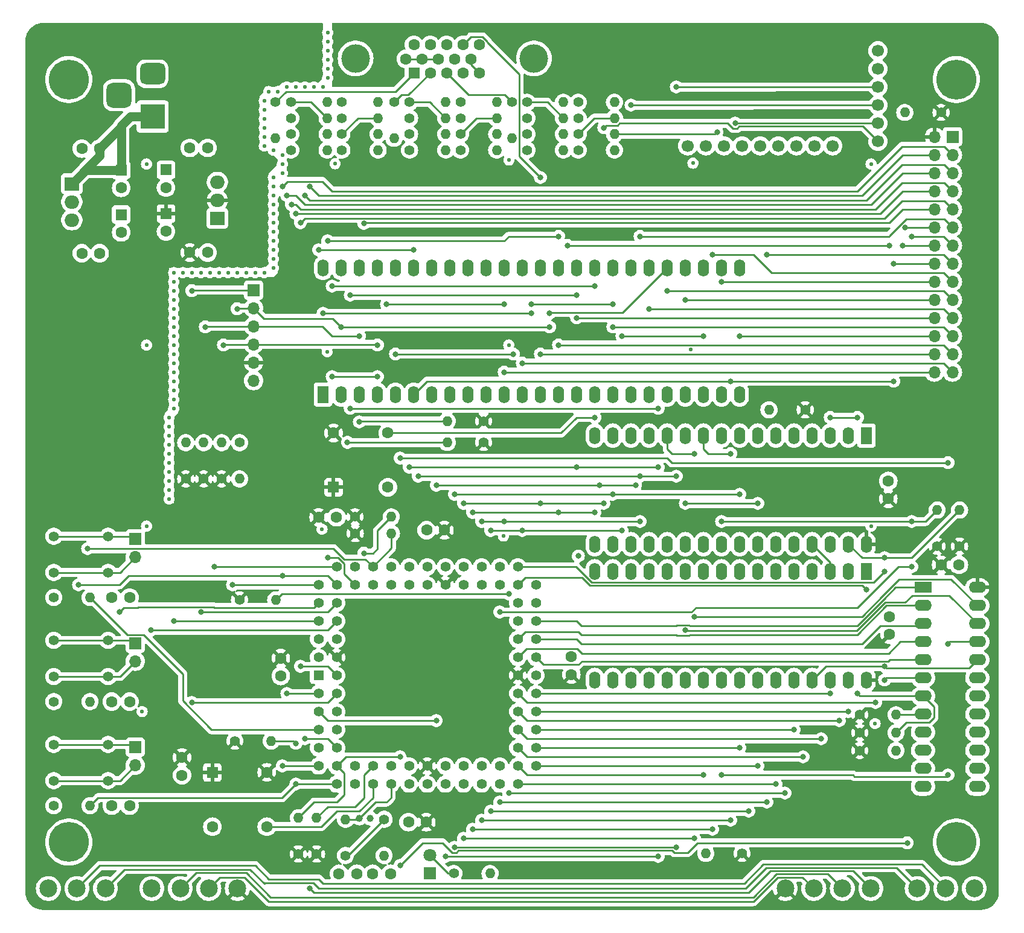
<source format=gbr>
%TF.GenerationSoftware,KiCad,Pcbnew,7.0.7*%
%TF.CreationDate,2024-02-01T01:26:26-05:00*%
%TF.ProjectId,Sentinel 65X - Prototype 3 Mini,53656e74-696e-4656-9c20-363558202d20,rev?*%
%TF.SameCoordinates,Original*%
%TF.FileFunction,Copper,L1,Top*%
%TF.FilePolarity,Positive*%
%FSLAX46Y46*%
G04 Gerber Fmt 4.6, Leading zero omitted, Abs format (unit mm)*
G04 Created by KiCad (PCBNEW 7.0.7) date 2024-02-01 01:26:26*
%MOMM*%
%LPD*%
G01*
G04 APERTURE LIST*
G04 Aperture macros list*
%AMRoundRect*
0 Rectangle with rounded corners*
0 $1 Rounding radius*
0 $2 $3 $4 $5 $6 $7 $8 $9 X,Y pos of 4 corners*
0 Add a 4 corners polygon primitive as box body*
4,1,4,$2,$3,$4,$5,$6,$7,$8,$9,$2,$3,0*
0 Add four circle primitives for the rounded corners*
1,1,$1+$1,$2,$3*
1,1,$1+$1,$4,$5*
1,1,$1+$1,$6,$7*
1,1,$1+$1,$8,$9*
0 Add four rect primitives between the rounded corners*
20,1,$1+$1,$2,$3,$4,$5,0*
20,1,$1+$1,$4,$5,$6,$7,0*
20,1,$1+$1,$6,$7,$8,$9,0*
20,1,$1+$1,$8,$9,$2,$3,0*%
G04 Aperture macros list end*
%TA.AperFunction,ComponentPad*%
%ADD10C,1.400000*%
%TD*%
%TA.AperFunction,ComponentPad*%
%ADD11O,1.400000X1.400000*%
%TD*%
%TA.AperFunction,ComponentPad*%
%ADD12C,1.600000*%
%TD*%
%TA.AperFunction,ComponentPad*%
%ADD13R,1.800000X1.800000*%
%TD*%
%TA.AperFunction,ComponentPad*%
%ADD14C,1.800000*%
%TD*%
%TA.AperFunction,ComponentPad*%
%ADD15R,1.600000X2.400000*%
%TD*%
%TA.AperFunction,ComponentPad*%
%ADD16O,1.600000X2.400000*%
%TD*%
%TA.AperFunction,ComponentPad*%
%ADD17R,1.700000X1.700000*%
%TD*%
%TA.AperFunction,ComponentPad*%
%ADD18O,1.700000X1.700000*%
%TD*%
%TA.AperFunction,ComponentPad*%
%ADD19R,2.400000X1.600000*%
%TD*%
%TA.AperFunction,ComponentPad*%
%ADD20O,2.400000X1.600000*%
%TD*%
%TA.AperFunction,ComponentPad*%
%ADD21C,1.700000*%
%TD*%
%TA.AperFunction,ComponentPad*%
%ADD22C,5.600000*%
%TD*%
%TA.AperFunction,ComponentPad*%
%ADD23R,2.000000X1.905000*%
%TD*%
%TA.AperFunction,ComponentPad*%
%ADD24O,2.000000X1.905000*%
%TD*%
%TA.AperFunction,ComponentPad*%
%ADD25C,1.397000*%
%TD*%
%TA.AperFunction,ComponentPad*%
%ADD26C,1.000000*%
%TD*%
%TA.AperFunction,ComponentPad*%
%ADD27R,1.600000X1.600000*%
%TD*%
%TA.AperFunction,ComponentPad*%
%ADD28R,1.422400X1.422400*%
%TD*%
%TA.AperFunction,ComponentPad*%
%ADD29C,1.422400*%
%TD*%
%TA.AperFunction,ComponentPad*%
%ADD30C,2.500000*%
%TD*%
%TA.AperFunction,ComponentPad*%
%ADD31R,3.500000X3.500000*%
%TD*%
%TA.AperFunction,ComponentPad*%
%ADD32RoundRect,0.750000X-1.000000X0.750000X-1.000000X-0.750000X1.000000X-0.750000X1.000000X0.750000X0*%
%TD*%
%TA.AperFunction,ComponentPad*%
%ADD33RoundRect,0.875000X-0.875000X0.875000X-0.875000X-0.875000X0.875000X-0.875000X0.875000X0.875000X0*%
%TD*%
%TA.AperFunction,ComponentPad*%
%ADD34C,4.000000*%
%TD*%
%TA.AperFunction,ViaPad*%
%ADD35C,0.550000*%
%TD*%
%TA.AperFunction,ViaPad*%
%ADD36C,0.800000*%
%TD*%
%TA.AperFunction,Conductor*%
%ADD37C,0.250000*%
%TD*%
%TA.AperFunction,Conductor*%
%ADD38C,1.250000*%
%TD*%
G04 APERTURE END LIST*
D10*
%TO.P,R32,1*%
%TO.N,+3.3V*%
X188345320Y-145781300D03*
D11*
%TO.P,R32,2*%
%TO.N,/FPGA_MISO*%
X188345320Y-140701300D03*
%TD*%
D12*
%TO.P,C16,1*%
%TO.N,Net-(U7-IN)*%
X171237727Y-99444243D03*
%TO.P,C16,2*%
%TO.N,GND*%
X168737727Y-99444243D03*
%TD*%
D13*
%TO.P,D1,1,K*%
%TO.N,GND*%
X217512142Y-201092159D03*
D14*
%TO.P,D1,2,A*%
%TO.N,Net-(D1-A)*%
X217512142Y-198552159D03*
%TD*%
D10*
%TO.P,R38,1*%
%TO.N,+3.3V*%
X199095000Y-198415001D03*
D11*
%TO.P,R38,2*%
%TO.N,/R{slash}~{W}*%
X199095000Y-193335001D03*
%TD*%
D10*
%TO.P,R27,1*%
%TO.N,/BLUE*%
X231183589Y-99659132D03*
D11*
%TO.P,R27,2*%
%TO.N,/B3*%
X236263589Y-99659132D03*
%TD*%
D12*
%TO.P,C3,1*%
%TO.N,+3.3V*%
X217045000Y-193940000D03*
%TO.P,C3,2*%
%TO.N,GND*%
X214545000Y-193940000D03*
%TD*%
D10*
%TO.P,R40,1*%
%TO.N,+3.3V*%
X207072796Y-153443137D03*
D11*
%TO.P,R40,2*%
%TO.N,/~{NMI}*%
X212152796Y-153443137D03*
%TD*%
D15*
%TO.P,U3,1,A18*%
%TO.N,/A18*%
X278765000Y-139700000D03*
D16*
%TO.P,U3,2,A16*%
%TO.N,/A16*%
X276225000Y-139700000D03*
%TO.P,U3,3,A15*%
%TO.N,/A15*%
X273685000Y-139700000D03*
%TO.P,U3,4,A12*%
%TO.N,/A12*%
X271145000Y-139700000D03*
%TO.P,U3,5,A7*%
%TO.N,/A7*%
X268605000Y-139700000D03*
%TO.P,U3,6,A6*%
%TO.N,/A6*%
X266065000Y-139700000D03*
%TO.P,U3,7,A5*%
%TO.N,/A5*%
X263525000Y-139700000D03*
%TO.P,U3,8,A4*%
%TO.N,/A4*%
X260985000Y-139700000D03*
%TO.P,U3,9,A3*%
%TO.N,/A3*%
X258445000Y-139700000D03*
%TO.P,U3,10,A2*%
%TO.N,/A2*%
X255905000Y-139700000D03*
%TO.P,U3,11,A1*%
%TO.N,/A1*%
X253365000Y-139700000D03*
%TO.P,U3,12,A0*%
%TO.N,/A0*%
X250825000Y-139700000D03*
%TO.P,U3,13,D0*%
%TO.N,/D0*%
X248285000Y-139700000D03*
%TO.P,U3,14,D1*%
%TO.N,/D1*%
X245745000Y-139700000D03*
%TO.P,U3,15,D2*%
%TO.N,/D2*%
X243205000Y-139700000D03*
%TO.P,U3,16,GND*%
%TO.N,GND*%
X240665000Y-139700000D03*
%TO.P,U3,17,D3*%
%TO.N,/D3*%
X240665000Y-154940000D03*
%TO.P,U3,18,D4*%
%TO.N,/D4*%
X243205000Y-154940000D03*
%TO.P,U3,19,D5*%
%TO.N,/D5*%
X245745000Y-154940000D03*
%TO.P,U3,20,D6*%
%TO.N,/D6*%
X248285000Y-154940000D03*
%TO.P,U3,21,D7*%
%TO.N,/D7*%
X250825000Y-154940000D03*
%TO.P,U3,22,CE*%
%TO.N,/~{ROM}*%
X253365000Y-154940000D03*
%TO.P,U3,23,A10*%
%TO.N,/A10*%
X255905000Y-154940000D03*
%TO.P,U3,24,OE*%
%TO.N,/~{RD}*%
X258445000Y-154940000D03*
%TO.P,U3,25,A11*%
%TO.N,/A11*%
X260985000Y-154940000D03*
%TO.P,U3,26,A9*%
%TO.N,/A9*%
X263525000Y-154940000D03*
%TO.P,U3,27,A8*%
%TO.N,/A8*%
X266065000Y-154940000D03*
%TO.P,U3,28,A13*%
%TO.N,/A13*%
X268605000Y-154940000D03*
%TO.P,U3,29,A14*%
%TO.N,/A14*%
X271145000Y-154940000D03*
%TO.P,U3,30,A17*%
%TO.N,/A17*%
X273685000Y-154940000D03*
%TO.P,U3,31,PGM*%
%TO.N,/~{WR}*%
X276225000Y-154940000D03*
%TO.P,U3,32,VCC*%
%TO.N,+3.3V*%
X278765000Y-154940000D03*
%TD*%
D17*
%TO.P,J7,1,Pin_1*%
%TO.N,Net-(J7-Pin_1)*%
X176225000Y-168830000D03*
D18*
%TO.P,J7,2,Pin_2*%
%TO.N,Net-(J7-Pin_2)*%
X176225000Y-171370000D03*
%TD*%
D12*
%TO.P,C14,1*%
%TO.N,Net-(J8-Pin_2)*%
X172935000Y-162425000D03*
%TO.P,C14,2*%
%TO.N,GND*%
X175435000Y-162425000D03*
%TD*%
D10*
%TO.P,R8,1*%
%TO.N,Net-(R4-Pad1)*%
X198052832Y-97422375D03*
D11*
%TO.P,R8,2*%
%TO.N,/R2*%
X203132832Y-97422375D03*
%TD*%
D10*
%TO.P,R10,1*%
%TO.N,/GREEN*%
X212510000Y-92932650D03*
D11*
%TO.P,R10,2*%
%TO.N,GND*%
X212510000Y-98012650D03*
%TD*%
D10*
%TO.P,R39,1*%
%TO.N,+3.3V*%
X190205000Y-182560000D03*
D11*
%TO.P,R39,2*%
%TO.N,/~{RES}*%
X195285000Y-182560000D03*
%TD*%
D12*
%TO.P,C11,1*%
%TO.N,+3.3V*%
X201949961Y-151169553D03*
%TO.P,C11,2*%
%TO.N,GND*%
X204449961Y-151169553D03*
%TD*%
D10*
%TO.P,R47,1*%
%TO.N,+3.3V*%
X270170001Y-136085000D03*
D11*
%TO.P,R47,2*%
%TO.N,/~{ROM}*%
X265090001Y-136085000D03*
%TD*%
D10*
%TO.P,R36,1*%
%TO.N,+3.3V*%
X277835000Y-183905000D03*
D11*
%TO.P,R36,2*%
%TO.N,/~{CS4}*%
X282915000Y-183905000D03*
%TD*%
D10*
%TO.P,R52,1*%
%TO.N,+3.3V*%
X225071555Y-137681712D03*
D11*
%TO.P,R52,2*%
%TO.N,/~{FPGA_RESET}*%
X219991555Y-137681712D03*
%TD*%
D10*
%TO.P,R6,1*%
%TO.N,Net-(R2-Pad2)*%
X205205171Y-97422375D03*
D11*
%TO.P,R6,2*%
%TO.N,/R0*%
X210285171Y-97422375D03*
%TD*%
D10*
%TO.P,R18,1*%
%TO.N,/GREEN*%
X214701973Y-99659132D03*
D11*
%TO.P,R18,2*%
%TO.N,/G3*%
X219781973Y-99659132D03*
%TD*%
D10*
%TO.P,R14,1*%
%TO.N,/GREEN*%
X214701973Y-95174830D03*
D11*
%TO.P,R14,2*%
%TO.N,Net-(R13-Pad1)*%
X219781973Y-95174830D03*
%TD*%
D10*
%TO.P,R45,1*%
%TO.N,Net-(J7-Pin_1)*%
X164805000Y-177030000D03*
D11*
%TO.P,R45,2*%
%TO.N,/~{NMI}*%
X169885000Y-177030000D03*
%TD*%
D19*
%TO.P,U4,1,CLK/IN*%
%TO.N,/A23*%
X286690000Y-161010000D03*
D20*
%TO.P,U4,2,IN*%
%TO.N,/A22*%
X286690000Y-163550000D03*
%TO.P,U4,3,IN*%
%TO.N,/A21*%
X286690000Y-166090000D03*
%TO.P,U4,4,IN*%
%TO.N,/A20*%
X286690000Y-168630000D03*
%TO.P,U4,5,IN*%
%TO.N,/A19*%
X286690000Y-171170000D03*
%TO.P,U4,6,IN*%
%TO.N,/~{CS4}*%
X286690000Y-173710000D03*
%TO.P,U4,7,IN*%
%TO.N,/~{CS5}*%
X286690000Y-176250000D03*
%TO.P,U4,8,IN*%
%TO.N,/~{CS7}*%
X286690000Y-178790000D03*
%TO.P,U4,9,IN*%
%TO.N,unconnected-(U4-IN-Pad9)*%
X286690000Y-181330000D03*
%TO.P,U4,10,IN*%
%TO.N,/R{slash}~{W}*%
X286690000Y-183870000D03*
%TO.P,U4,11,IN*%
%TO.N,/PHI2*%
X286690000Y-186410000D03*
%TO.P,U4,12,GND*%
%TO.N,GND*%
X286690000Y-188950000D03*
%TO.P,U4,13,IN*%
%TO.N,unconnected-(U4-IN-Pad13)*%
X294310000Y-188950000D03*
%TO.P,U4,14,I/O*%
%TO.N,unconnected-(U4-I{slash}O-Pad14)*%
X294310000Y-186410000D03*
%TO.P,U4,15,I/O*%
%TO.N,unconnected-(U4-I{slash}O-Pad15)*%
X294310000Y-183870000D03*
%TO.P,U4,16,I/O*%
%TO.N,unconnected-(U4-I{slash}O-Pad16)*%
X294310000Y-181330000D03*
%TO.P,U4,17,I/O*%
%TO.N,unconnected-(U4-I{slash}O-Pad17)*%
X294310000Y-178790000D03*
%TO.P,U4,18,I/O*%
%TO.N,unconnected-(U4-I{slash}O-Pad18)*%
X294310000Y-176250000D03*
%TO.P,U4,19,I/O*%
%TO.N,unconnected-(U4-I{slash}O-Pad19)*%
X294310000Y-173710000D03*
%TO.P,U4,20,I/O*%
%TO.N,/~{WR}*%
X294310000Y-171170000D03*
%TO.P,U4,21,I/O*%
%TO.N,/~{RD}*%
X294310000Y-168630000D03*
%TO.P,U4,22,I/O*%
%TO.N,/~{RAM}*%
X294310000Y-166090000D03*
%TO.P,U4,23,I/O*%
%TO.N,/~{ROM}*%
X294310000Y-163550000D03*
%TO.P,U4,24,VCC*%
%TO.N,+3.3V*%
X294310000Y-161010000D03*
%TD*%
D10*
%TO.P,R22,1*%
%TO.N,Net-(R22-Pad1)*%
X231183589Y-92932650D03*
D11*
%TO.P,R22,2*%
%TO.N,Net-(R21-Pad1)*%
X236263589Y-92932650D03*
%TD*%
D12*
%TO.P,C17,1*%
%TO.N,+5V*%
X168737726Y-114129243D03*
%TO.P,C17,2*%
%TO.N,GND*%
X171237726Y-114129243D03*
%TD*%
%TO.P,C20,1*%
%TO.N,+5V*%
X186375000Y-99349999D03*
%TO.P,C20,2*%
%TO.N,GND*%
X183875000Y-99349999D03*
%TD*%
D10*
%TO.P,R7,1*%
%TO.N,Net-(R3-Pad1)*%
X205205171Y-99659132D03*
D11*
%TO.P,R7,2*%
%TO.N,/R1*%
X210285171Y-99659132D03*
%TD*%
D21*
%TO.P,U6,1,SCK*%
%TO.N,/SYSCLK*%
X280385000Y-98420000D03*
%TO.P,U6,2,BCK*%
%TO.N,/BCK*%
X280385000Y-95880000D03*
%TO.P,U6,3,DIN*%
%TO.N,/ADATA*%
X280385000Y-93340000D03*
%TO.P,U6,4,LRCK*%
%TO.N,/LRCK*%
X280385000Y-90800000D03*
%TO.P,U6,5,GND*%
%TO.N,GND*%
X280385000Y-88260000D03*
%TO.P,U6,6,+5V*%
%TO.N,+5V*%
X280385000Y-85720000D03*
%TO.P,U6,7,LOUT*%
%TO.N,unconnected-(U6-LOUT-Pad7)*%
X253715000Y-99055000D03*
%TO.P,U6,8,AGND*%
%TO.N,unconnected-(U6-AGND-Pad8)*%
X256255000Y-99055000D03*
%TO.P,U6,9,ROUT*%
%TO.N,unconnected-(U6-ROUT-Pad9)*%
X258795000Y-99055000D03*
%TO.P,U6,10,AGND*%
%TO.N,unconnected-(U6-AGND-Pad10)*%
X261335000Y-99055000D03*
%TO.P,U6,11,A3V3*%
%TO.N,unconnected-(U6-A3V3-Pad11)*%
X263875000Y-99055000D03*
%TO.P,U6,12,FMT*%
%TO.N,unconnected-(U6-FMT-Pad12)*%
X266415000Y-99055000D03*
%TO.P,U6,13,XSMT*%
%TO.N,unconnected-(U6-XSMT-Pad13)*%
X268955000Y-99055000D03*
%TO.P,U6,14,DEMP*%
%TO.N,unconnected-(U6-DEMP-Pad14)*%
X271495000Y-99055000D03*
%TO.P,U6,15,FLT*%
%TO.N,unconnected-(U6-FLT-Pad15)*%
X274035000Y-99055000D03*
%TD*%
D15*
%TO.P,U5,1,GND*%
%TO.N,GND*%
X202565000Y-133960000D03*
D16*
%TO.P,U5,2,VIO*%
%TO.N,unconnected-(U5-VIO-Pad2)*%
X205105000Y-133960000D03*
%TO.P,U5,3,~{CRESET}*%
%TO.N,/~{FPGA_RESET}*%
X207645000Y-133960000D03*
%TO.P,U5,4,CDONE*%
%TO.N,/CDONE*%
X210185000Y-133960000D03*
%TO.P,U5,5,~{CE}*%
%TO.N,/~{I{slash}O}0*%
X212725000Y-133960000D03*
%TO.P,U5,6,A4*%
%TO.N,/A4*%
X215265000Y-133960000D03*
%TO.P,U5,7,R/~{W}*%
%TO.N,/R{slash}~{W}*%
X217805000Y-133960000D03*
%TO.P,U5,8,+5V*%
%TO.N,+5V*%
X220345000Y-133960000D03*
%TO.P,U5,9,+3.3V*%
%TO.N,unconnected-(U5-+3.3V-Pad9)*%
X222885000Y-133960000D03*
%TO.P,U5,10,GND*%
%TO.N,GND*%
X225425000Y-133960000D03*
%TO.P,U5,11,D0*%
%TO.N,/D0*%
X227965000Y-133960000D03*
%TO.P,U5,12,D1*%
%TO.N,/D1*%
X230505000Y-133960000D03*
%TO.P,U5,13,D2*%
%TO.N,/D2*%
X233045000Y-133960000D03*
%TO.P,U5,14,D3*%
%TO.N,/D3*%
X235585000Y-133960000D03*
%TO.P,U5,15,D6*%
%TO.N,/D6*%
X238125000Y-133960000D03*
%TO.P,U5,16,SYSCLK*%
%TO.N,/SYSCLK*%
X240665000Y-133960000D03*
%TO.P,U5,17,D5*%
%TO.N,/D5*%
X243205000Y-133960000D03*
%TO.P,U5,18,PHI2*%
%TO.N,/PHI2*%
X245745000Y-133960000D03*
%TO.P,U5,19,D7*%
%TO.N,/D7*%
X248285000Y-133960000D03*
%TO.P,U5,20,A1*%
%TO.N,/A1*%
X250825000Y-133960000D03*
%TO.P,U5,21,A0*%
%TO.N,/A0*%
X253365000Y-133960000D03*
%TO.P,U5,22,A3*%
%TO.N,/A3*%
X255905000Y-133960000D03*
%TO.P,U5,23,A2*%
%TO.N,/A2*%
X258445000Y-133960000D03*
%TO.P,U5,24,D4*%
%TO.N,/D4*%
X260985000Y-133960000D03*
%TO.P,U5,25,BCK*%
%TO.N,/BCK*%
X260985000Y-116200000D03*
%TO.P,U5,26,B0*%
%TO.N,/B0*%
X258445000Y-116200000D03*
%TO.P,U5,27,B1*%
%TO.N,/B1*%
X255905000Y-116200000D03*
%TO.P,U5,28,LRCK*%
%TO.N,/LRCK*%
X253365000Y-116200000D03*
%TO.P,U5,29,B3*%
%TO.N,/B3*%
X250825000Y-116200000D03*
%TO.P,U5,30,~{VIRQ}*%
%TO.N,/~{VIRQ}*%
X248285000Y-116200000D03*
%TO.P,U5,31,ADATA*%
%TO.N,/ADATA*%
X245745000Y-116200000D03*
%TO.P,U5,32,B2*%
%TO.N,/B2*%
X243205000Y-116200000D03*
%TO.P,U5,33,R0*%
%TO.N,/R0*%
X240665000Y-116200000D03*
%TO.P,U5,34,R1*%
%TO.N,/R1*%
X238125000Y-116200000D03*
%TO.P,U5,35,R3*%
%TO.N,/R3*%
X235585000Y-116200000D03*
%TO.P,U5,36,VSYNC*%
%TO.N,/VSYNC*%
X233045000Y-116200000D03*
%TO.P,U5,37,HSYNC*%
%TO.N,/HSYNC*%
X230505000Y-116200000D03*
%TO.P,U5,38,G2*%
%TO.N,/G2*%
X227965000Y-116200000D03*
%TO.P,U5,39,G1*%
%TO.N,/G1*%
X225425000Y-116200000D03*
%TO.P,U5,40,G0*%
%TO.N,/G0*%
X222885000Y-116200000D03*
%TO.P,U5,41,CLK_12M_EXT*%
%TO.N,unconnected-(U5-CLK_12M_EXT-Pad41)*%
X220345000Y-116200000D03*
%TO.P,U5,42,GND*%
%TO.N,GND*%
X217805000Y-116200000D03*
%TO.P,U5,43,R2*%
%TO.N,/R2*%
X215265000Y-116200000D03*
%TO.P,U5,44,G3*%
%TO.N,/G3*%
X212725000Y-116200000D03*
%TO.P,U5,45,FLASH_MISO*%
%TO.N,/FPGA_MISO*%
X210185000Y-116200000D03*
%TO.P,U5,46,FLASH_MOSI*%
%TO.N,/FPGA_MOSI*%
X207645000Y-116200000D03*
%TO.P,U5,47,FT_SCK*%
%TO.N,/FPGA_SCK*%
X205105000Y-116200000D03*
%TO.P,U5,48,~{FT_SS}*%
%TO.N,/~{FLASH_SS}*%
X202565000Y-116200000D03*
%TD*%
D12*
%TO.P,C12,1*%
%TO.N,Net-(J6-Pin_2)*%
X172935000Y-191635000D03*
%TO.P,C12,2*%
%TO.N,GND*%
X175435000Y-191635000D03*
%TD*%
D10*
%TO.P,R31,1*%
%TO.N,+3.3V*%
X185830319Y-145781300D03*
D11*
%TO.P,R31,2*%
%TO.N,/FPGA_MOSI*%
X185830319Y-140701300D03*
%TD*%
D12*
%TO.P,C2,1*%
%TO.N,+3.3V*%
X237385000Y-173229999D03*
%TO.P,C2,2*%
%TO.N,GND*%
X237385000Y-170729999D03*
%TD*%
D10*
%TO.P,R49,1*%
%TO.N,+3.3V*%
X288680000Y-155235000D03*
D11*
%TO.P,R49,2*%
%TO.N,/~{RD}*%
X288680000Y-150155000D03*
%TD*%
D10*
%TO.P,R44,1*%
%TO.N,Net-(J6-Pin_1)*%
X164805000Y-191635000D03*
D11*
%TO.P,R44,2*%
%TO.N,/~{RES}*%
X169885000Y-191635000D03*
%TD*%
D10*
%TO.P,R28,1*%
%TO.N,/CLKO*%
X205706901Y-198622178D03*
D11*
%TO.P,R28,2*%
%TO.N,/CLK*%
X205706901Y-193542178D03*
%TD*%
D12*
%TO.P,C10,1*%
%TO.N,Net-(C10-Pad1)*%
X209537482Y-201188257D03*
%TO.P,C10,2*%
%TO.N,GND*%
X212037482Y-201188257D03*
%TD*%
D10*
%TO.P,R42,1*%
%TO.N,+3.3V*%
X289220000Y-94375000D03*
D11*
%TO.P,R42,2*%
%TO.N,/~{I{slash}O}1*%
X284140000Y-94375000D03*
%TD*%
D22*
%TO.P,H3,1,1*%
%TO.N,GND*%
X291365000Y-89765000D03*
%TD*%
D10*
%TO.P,R51,1*%
%TO.N,Net-(D1-A)*%
X220906936Y-201139928D03*
D11*
%TO.P,R51,2*%
%TO.N,/BL1*%
X225986936Y-201139928D03*
%TD*%
D23*
%TO.P,U7,1,IN*%
%TO.N,Net-(U7-IN)*%
X167332726Y-104384243D03*
D24*
%TO.P,U7,2,GND*%
%TO.N,GND*%
X167332726Y-106924243D03*
%TO.P,U7,3,OUT*%
%TO.N,+5V*%
X167332726Y-109464243D03*
%TD*%
D12*
%TO.P,C1,1*%
%TO.N,+3.3V*%
X219585000Y-152980000D03*
%TO.P,C1,2*%
%TO.N,GND*%
X217085000Y-152980000D03*
%TD*%
%TO.P,C21,1*%
%TO.N,+3.3V*%
X183875001Y-114035000D03*
%TO.P,C21,2*%
%TO.N,GND*%
X186375001Y-114035000D03*
%TD*%
%TO.P,C7,1*%
%TO.N,+3.3V*%
X289240000Y-157844999D03*
%TO.P,C7,2*%
%TO.N,GND*%
X291740000Y-157844999D03*
%TD*%
D10*
%TO.P,R16,1*%
%TO.N,Net-(R12-Pad1)*%
X221832157Y-99659132D03*
D11*
%TO.P,R16,2*%
%TO.N,/G1*%
X226912157Y-99659132D03*
%TD*%
D10*
%TO.P,R12,1*%
%TO.N,Net-(R12-Pad1)*%
X221832157Y-95174830D03*
D11*
%TO.P,R12,2*%
%TO.N,Net-(R11-Pad2)*%
X226912157Y-95174830D03*
%TD*%
D25*
%TO.P,SW2,1,1*%
%TO.N,Net-(J7-Pin_1)*%
X164805000Y-168440000D03*
X172425000Y-168440000D03*
%TO.P,SW2,2,2*%
%TO.N,Net-(J7-Pin_2)*%
X164805000Y-173520000D03*
X172425000Y-173520000D03*
%TD*%
D10*
%TO.P,R26,1*%
%TO.N,Net-(R22-Pad1)*%
X231183589Y-97422375D03*
D11*
%TO.P,R26,2*%
%TO.N,/B2*%
X236263589Y-97422375D03*
%TD*%
D10*
%TO.P,R11,1*%
%TO.N,GND*%
X221832157Y-92932650D03*
D11*
%TO.P,R11,2*%
%TO.N,Net-(R11-Pad2)*%
X226912157Y-92932650D03*
%TD*%
D25*
%TO.P,SW1,1,1*%
%TO.N,Net-(J6-Pin_1)*%
X164805000Y-183045000D03*
X172425000Y-183045000D03*
%TO.P,SW1,2,2*%
%TO.N,Net-(J6-Pin_2)*%
X164805000Y-188125000D03*
X172425000Y-188125000D03*
%TD*%
D12*
%TO.P,C4,1*%
%TO.N,+3.3V*%
X196640000Y-170940000D03*
%TO.P,C4,2*%
%TO.N,GND*%
X196640000Y-173440000D03*
%TD*%
D10*
%TO.P,R17,1*%
%TO.N,Net-(R13-Pad1)*%
X214701973Y-97422375D03*
D11*
%TO.P,R17,2*%
%TO.N,/G2*%
X219781973Y-97422375D03*
%TD*%
D10*
%TO.P,R25,1*%
%TO.N,Net-(R21-Pad1)*%
X238346322Y-99659132D03*
D11*
%TO.P,R25,2*%
%TO.N,/B1*%
X243426322Y-99659132D03*
%TD*%
D10*
%TO.P,R23,1*%
%TO.N,/BLUE*%
X231183589Y-95174830D03*
D11*
%TO.P,R23,2*%
%TO.N,Net-(R22-Pad1)*%
X236263589Y-95174830D03*
%TD*%
D10*
%TO.P,R33,1*%
%TO.N,/FPGA_SCK*%
X190860319Y-140701300D03*
D11*
%TO.P,R33,2*%
%TO.N,GND*%
X190860319Y-145781300D03*
%TD*%
D17*
%TO.P,J1,1,Pin_1*%
%TO.N,GND*%
X290830000Y-97790000D03*
D18*
%TO.P,J1,2,Pin_2*%
%TO.N,+3.3V*%
X288290000Y-97790000D03*
%TO.P,J1,3,Pin_3*%
%TO.N,/TXD*%
X290830000Y-100330000D03*
%TO.P,J1,4,Pin_4*%
%TO.N,/I2C_SCL*%
X288290000Y-100330000D03*
%TO.P,J1,5,Pin_5*%
%TO.N,/RXD*%
X290830000Y-102870000D03*
%TO.P,J1,6,Pin_6*%
%TO.N,/I2C_SDA*%
X288290000Y-102870000D03*
%TO.P,J1,7,Pin_7*%
%TO.N,/CTS*%
X290830000Y-105410000D03*
%TO.P,J1,8,Pin_8*%
%TO.N,/~{RES}*%
X288290000Y-105410000D03*
%TO.P,J1,9,Pin_9*%
%TO.N,/RTS*%
X290830000Y-107950000D03*
%TO.P,J1,10,Pin_10*%
%TO.N,/~{IRQ}*%
X288290000Y-107950000D03*
%TO.P,J1,11,Pin_11*%
%TO.N,/PHI2*%
X290830000Y-110490000D03*
%TO.P,J1,12,Pin_12*%
%TO.N,/~{I{slash}O}1*%
X288290000Y-110490000D03*
%TO.P,J1,13,Pin_13*%
%TO.N,/~{RD}*%
X290830000Y-113030000D03*
%TO.P,J1,14,Pin_14*%
%TO.N,/~{WR}*%
X288290000Y-113030000D03*
%TO.P,J1,15,Pin_15*%
%TO.N,/A5*%
X290830000Y-115570000D03*
%TO.P,J1,16,Pin_16*%
%TO.N,/A4*%
X288290000Y-115570000D03*
%TO.P,J1,17,Pin_17*%
%TO.N,/A3*%
X290830000Y-118110000D03*
%TO.P,J1,18,Pin_18*%
%TO.N,/A2*%
X288290000Y-118110000D03*
%TO.P,J1,19,Pin_19*%
%TO.N,/A1*%
X290830000Y-120650000D03*
%TO.P,J1,20,Pin_20*%
%TO.N,/A0*%
X288290000Y-120650000D03*
%TO.P,J1,21,Pin_21*%
%TO.N,/D7*%
X290830000Y-123190000D03*
%TO.P,J1,22,Pin_22*%
%TO.N,/D6*%
X288290000Y-123190000D03*
%TO.P,J1,23,Pin_23*%
%TO.N,/D5*%
X290830000Y-125730000D03*
%TO.P,J1,24,Pin_24*%
%TO.N,/D4*%
X288290000Y-125730000D03*
%TO.P,J1,25,Pin_25*%
%TO.N,/D3*%
X290830000Y-128270000D03*
%TO.P,J1,26,Pin_26*%
%TO.N,/D2*%
X288290000Y-128270000D03*
%TO.P,J1,27,Pin_27*%
%TO.N,/D1*%
X290830000Y-130810000D03*
%TO.P,J1,28,Pin_28*%
%TO.N,/D0*%
X288290000Y-130810000D03*
%TD*%
D10*
%TO.P,R4,1*%
%TO.N,Net-(R4-Pad1)*%
X198052833Y-92932650D03*
D11*
%TO.P,R4,2*%
%TO.N,Net-(R3-Pad1)*%
X203132833Y-92932650D03*
%TD*%
D10*
%TO.P,R46,1*%
%TO.N,Net-(J8-Pin_1)*%
X164805000Y-162425000D03*
D11*
%TO.P,R46,2*%
%TO.N,/~{BOOT_SEL}*%
X169885000Y-162425000D03*
%TD*%
D10*
%TO.P,R15,1*%
%TO.N,Net-(R11-Pad2)*%
X221832157Y-97422375D03*
D11*
%TO.P,R15,2*%
%TO.N,/G0*%
X226912157Y-97422375D03*
%TD*%
D26*
%TO.P,X2,1,1*%
%TO.N,/CLK*%
X207667592Y-193392178D03*
%TO.P,X2,2,2*%
%TO.N,Net-(C10-Pad1)*%
X209167592Y-193392178D03*
%TD*%
D22*
%TO.P,H2,1,1*%
%TO.N,GND*%
X166905000Y-89765000D03*
%TD*%
D10*
%TO.P,R19,1*%
%TO.N,/BLUE*%
X229046622Y-92932650D03*
D11*
%TO.P,R19,2*%
%TO.N,GND*%
X229046622Y-98012650D03*
%TD*%
D12*
%TO.P,C5,1*%
%TO.N,+3.3V*%
X281990000Y-167625000D03*
%TO.P,C5,2*%
%TO.N,GND*%
X281990000Y-165125000D03*
%TD*%
D10*
%TO.P,R13,1*%
%TO.N,Net-(R13-Pad1)*%
X214701973Y-92932650D03*
D11*
%TO.P,R13,2*%
%TO.N,Net-(R12-Pad1)*%
X219781973Y-92932650D03*
%TD*%
D27*
%TO.P,C19,1*%
%TO.N,+5V*%
X180540000Y-102420151D03*
D12*
%TO.P,C19,2*%
%TO.N,GND*%
X180540000Y-104920151D03*
%TD*%
D28*
%TO.P,U1,1,VSS*%
%TO.N,GND*%
X201930000Y-173355000D03*
D29*
%TO.P,U1,2,P56*%
%TO.N,/RTS*%
X204470000Y-173355000D03*
%TO.P,U1,3,P57*%
%TO.N,/CTS*%
X201930000Y-175895000D03*
%TO.P,U1,4,P60*%
%TO.N,/~{SD_SS}*%
X204470000Y-175895000D03*
%TO.P,U1,5,P61*%
%TO.N,/BL1*%
X201930000Y-178435000D03*
%TO.P,U1,6,P62*%
%TO.N,unconnected-(U1C-P62-Pad6)*%
X204470000Y-178435000D03*
%TO.P,U1,7,P63*%
%TO.N,/~{BOOT_SEL}*%
X201930000Y-180975000D03*
%TO.P,U1,8,P64*%
%TO.N,/~{VIRQ}*%
X204470000Y-180975000D03*
%TO.P,U1,9,P65*%
%TO.N,unconnected-(U1C-P65-Pad9)*%
X201930000Y-183515000D03*
%TO.P,U1,10,P66*%
%TO.N,/RXD*%
X204470000Y-183515000D03*
%TO.P,U1,11,P67*%
%TO.N,/TXD*%
X201930000Y-186055000D03*
%TO.P,U1,12,~{RES}*%
%TO.N,/~{RES}*%
X204470000Y-188595000D03*
%TO.P,U1,13,~{WE}*%
%TO.N,/R{slash}~{W}*%
X204470000Y-186055000D03*
%TO.P,U1,14,RUN*%
%TO.N,unconnected-(U1A-RUN-Pad14)*%
X207010000Y-188595000D03*
%TO.P,U1,15,~{FCLKO}*%
%TO.N,unconnected-(U1A-~{FCLKO}-Pad15)*%
X207010000Y-186055000D03*
%TO.P,U1,16,FCLK*%
%TO.N,/FCLK*%
X209550000Y-188595000D03*
%TO.P,U1,17,BE*%
%TO.N,/BE*%
X209550000Y-186055000D03*
%TO.P,U1,18,CLK*%
%TO.N,/CLK*%
X212090000Y-188595000D03*
%TO.P,U1,19,~{CLKO}*%
%TO.N,/CLKO*%
X212090000Y-186055000D03*
%TO.P,U1,20,PHI2*%
%TO.N,/PHI2*%
X214630000Y-188595000D03*
%TO.P,U1,21,BA*%
%TO.N,unconnected-(U1A-BA-Pad21)*%
X214630000Y-186055000D03*
%TO.P,U1,22,VSS*%
%TO.N,GND*%
X217170000Y-188595000D03*
%TO.P,U1,23,VDD*%
%TO.N,+3.3V*%
X217170000Y-186055000D03*
%TO.P,U1,24,A0*%
%TO.N,/A0*%
X219710000Y-188595000D03*
%TO.P,U1,25,A1*%
%TO.N,/A1*%
X219710000Y-186055000D03*
%TO.P,U1,26,A2*%
%TO.N,/A2*%
X222250000Y-188595000D03*
%TO.P,U1,27,A3*%
%TO.N,/A3*%
X222250000Y-186055000D03*
%TO.P,U1,28,A4*%
%TO.N,/A4*%
X224790000Y-188595000D03*
%TO.P,U1,29,A5*%
%TO.N,/A5*%
X224790000Y-186055000D03*
%TO.P,U1,30,A6*%
%TO.N,/A6*%
X227330000Y-188595000D03*
%TO.P,U1,31,A7*%
%TO.N,/A7*%
X227330000Y-186055000D03*
%TO.P,U1,32,A8*%
%TO.N,/A8*%
X229870000Y-188595000D03*
%TO.P,U1,33,A9*%
%TO.N,/A9*%
X232410000Y-186055000D03*
%TO.P,U1,34,A10*%
%TO.N,/A10*%
X229870000Y-186055000D03*
%TO.P,U1,35,A11*%
%TO.N,/A11*%
X232410000Y-183515000D03*
%TO.P,U1,36,A12*%
%TO.N,/A12*%
X229870000Y-183515000D03*
%TO.P,U1,37,A13*%
%TO.N,/A13*%
X232410000Y-180975000D03*
%TO.P,U1,38,A14*%
%TO.N,/A14*%
X229870000Y-180975000D03*
%TO.P,U1,39,A15*%
%TO.N,/A15*%
X232410000Y-178435000D03*
%TO.P,U1,40,A16*%
%TO.N,/A16*%
X229870000Y-178435000D03*
%TO.P,U1,41,A17*%
%TO.N,/A17*%
X232410000Y-175895000D03*
%TO.P,U1,42,A18*%
%TO.N,/A18*%
X229870000Y-175895000D03*
%TO.P,U1,43,VSS*%
%TO.N,GND*%
X232410000Y-173355000D03*
%TO.P,U1,44,VDD*%
%TO.N,+3.3V*%
X229870000Y-173355000D03*
%TO.P,U1,45,A19*%
%TO.N,/A19*%
X232410000Y-170815000D03*
%TO.P,U1,46,A20*%
%TO.N,/A20*%
X229870000Y-170815000D03*
%TO.P,U1,47,A21*%
%TO.N,/A21*%
X232410000Y-168275000D03*
%TO.P,U1,48,A22*%
%TO.N,/A22*%
X229870000Y-168275000D03*
%TO.P,U1,49,A23*%
%TO.N,/A23*%
X232410000Y-165735000D03*
%TO.P,U1,50,~{CS0}*%
%TO.N,/~{I{slash}O}0*%
X229870000Y-165735000D03*
%TO.P,U1,51,~{CS1}*%
%TO.N,/~{I{slash}O}1*%
X232410000Y-163195000D03*
%TO.P,U1,52,P72*%
%TO.N,/FPGA_SCK*%
X229870000Y-163195000D03*
%TO.P,U1,53,P73*%
%TO.N,/~{FLASH_SS}*%
X232410000Y-160655000D03*
%TO.P,U1,54,~{CS4}*%
%TO.N,/~{CS4}*%
X229870000Y-158115000D03*
%TO.P,U1,55,~{CS5}*%
%TO.N,/~{CS5}*%
X229870000Y-160655000D03*
%TO.P,U1,56,~{CS6}*%
%TO.N,unconnected-(U1A-~{CS6}-Pad56)*%
X227330000Y-158115000D03*
%TO.P,U1,57,~{CS7}*%
%TO.N,/~{CS7}*%
X227330000Y-160655000D03*
%TO.P,U1,58,D0*%
%TO.N,/D0*%
X224790000Y-158115000D03*
%TO.P,U1,59,D1*%
%TO.N,/D1*%
X224790000Y-160655000D03*
%TO.P,U1,60,D2*%
%TO.N,/D2*%
X222250000Y-158115000D03*
%TO.P,U1,61,D3*%
%TO.N,/D3*%
X222250000Y-160655000D03*
%TO.P,U1,62,D4*%
%TO.N,/D4*%
X219710000Y-158115000D03*
%TO.P,U1,63,VDD*%
%TO.N,+3.3V*%
X219710000Y-160655000D03*
%TO.P,U1,64,VSS*%
%TO.N,GND*%
X217170000Y-158115000D03*
%TO.P,U1,65,D5*%
%TO.N,/D5*%
X217170000Y-160655000D03*
%TO.P,U1,66,D6*%
%TO.N,/D6*%
X214630000Y-158115000D03*
%TO.P,U1,67,D7*%
%TO.N,/D7*%
X214630000Y-160655000D03*
%TO.P,U1,68,TG0*%
%TO.N,unconnected-(U1A-TG0-Pad68)*%
X212090000Y-158115000D03*
%TO.P,U1,69,TG1*%
%TO.N,unconnected-(U1A-TG1-Pad69)*%
X212090000Y-160655000D03*
%TO.P,U1,70,~{NMI}*%
%TO.N,/~{NMI}*%
X209550000Y-158115000D03*
%TO.P,U1,71,~{IRQ}*%
%TO.N,/~{IRQ}*%
X209550000Y-160655000D03*
%TO.P,U1,72,P42*%
%TO.N,/~{FPGA_RESET}*%
X207010000Y-158115000D03*
%TO.P,U1,73,P43*%
%TO.N,/CDONE*%
X207010000Y-160655000D03*
%TO.P,U1,74,P44*%
%TO.N,/FPGA_MOSI*%
X204470000Y-158115000D03*
%TO.P,U1,75,P45*%
%TO.N,/FPGA_MISO*%
X201930000Y-160655000D03*
%TO.P,U1,76,P46*%
%TO.N,/I2C_SDA*%
X204470000Y-160655000D03*
%TO.P,U1,77,P47*%
%TO.N,/I2C_SCL*%
X201930000Y-163195000D03*
%TO.P,U1,78,P50*%
%TO.N,/SNES_CLK*%
X204470000Y-163195000D03*
%TO.P,U1,79,P51*%
%TO.N,/SNES_LATCH*%
X201930000Y-165735000D03*
%TO.P,U1,80,P52*%
%TO.N,/SNES_DATA0*%
X204470000Y-165735000D03*
%TO.P,U1,81,P53*%
%TO.N,/SNES_DATA1*%
X201930000Y-168275000D03*
%TO.P,U1,82,P54*%
%TO.N,unconnected-(U1C-P54-Pad82)*%
X204470000Y-168275000D03*
%TO.P,U1,83,P55*%
%TO.N,unconnected-(U1C-P55-Pad83)*%
X201930000Y-170815000D03*
%TO.P,U1,84,VDD*%
%TO.N,+3.3V*%
X204470000Y-170815000D03*
%TD*%
D10*
%TO.P,R30,1*%
%TO.N,+3.3V*%
X183315319Y-145781300D03*
D11*
%TO.P,R30,2*%
%TO.N,/~{SD_SS}*%
X183315319Y-140701300D03*
%TD*%
D10*
%TO.P,R9,1*%
%TO.N,/RED*%
X198052832Y-99659132D03*
D11*
%TO.P,R9,2*%
%TO.N,/R3*%
X203132832Y-99659132D03*
%TD*%
D27*
%TO.P,C18,1*%
%TO.N,+5V*%
X174262726Y-108702425D03*
D12*
%TO.P,C18,2*%
%TO.N,GND*%
X174262726Y-111202425D03*
%TD*%
D10*
%TO.P,R24,1*%
%TO.N,Net-(R20-Pad2)*%
X238346322Y-97422375D03*
D11*
%TO.P,R24,2*%
%TO.N,/B0*%
X243426322Y-97422375D03*
%TD*%
D10*
%TO.P,R53,1*%
%TO.N,+3.3V*%
X225071555Y-140677810D03*
D11*
%TO.P,R53,2*%
%TO.N,/~{VIRQ}*%
X219991555Y-140677810D03*
%TD*%
D30*
%TO.P,J4,1,Pin_1*%
%TO.N,+3.3V*%
X267385000Y-203250000D03*
%TO.P,J4,2,Pin_2*%
%TO.N,/SNES_CLK*%
X271385000Y-203250000D03*
%TO.P,J4,3,Pin_3*%
%TO.N,/SNES_LATCH*%
X275385000Y-203250000D03*
%TO.P,J4,4,Pin_4*%
%TO.N,/SNES_DATA1*%
X279385000Y-203250000D03*
%TO.P,J4,5,Pin_5*%
%TO.N,/I2C_SCL*%
X285885000Y-203250000D03*
%TO.P,J4,6,Pin_6*%
%TO.N,/I2C_SDA*%
X289885000Y-203250000D03*
%TO.P,J4,7,Pin_7*%
%TO.N,GND*%
X293885000Y-203250000D03*
%TD*%
D31*
%TO.P,J9,1*%
%TO.N,Net-(U7-IN)*%
X178655000Y-94950001D03*
D32*
%TO.P,J9,2*%
%TO.N,GND*%
X178655000Y-88950001D03*
D33*
%TO.P,J9,3*%
%TO.N,N/C*%
X173955000Y-91950001D03*
%TD*%
D10*
%TO.P,R20,1*%
%TO.N,GND*%
X238346322Y-92932650D03*
D11*
%TO.P,R20,2*%
%TO.N,Net-(R20-Pad2)*%
X243426322Y-92932650D03*
%TD*%
D22*
%TO.P,H4,1,1*%
%TO.N,GND*%
X291365000Y-196750000D03*
%TD*%
D10*
%TO.P,R35,1*%
%TO.N,+3.3V*%
X277835000Y-181390000D03*
D11*
%TO.P,R35,2*%
%TO.N,/~{CS5}*%
X282915000Y-181390000D03*
%TD*%
D15*
%TO.P,U2,1,A18*%
%TO.N,/A18*%
X278765000Y-158750000D03*
D16*
%TO.P,U2,2,A16*%
%TO.N,/A16*%
X276225000Y-158750000D03*
%TO.P,U2,3,A14*%
%TO.N,/A14*%
X273685000Y-158750000D03*
%TO.P,U2,4,A12*%
%TO.N,/A12*%
X271145000Y-158750000D03*
%TO.P,U2,5,A7*%
%TO.N,/A7*%
X268605000Y-158750000D03*
%TO.P,U2,6,A6*%
%TO.N,/A6*%
X266065000Y-158750000D03*
%TO.P,U2,7,A5*%
%TO.N,/A5*%
X263525000Y-158750000D03*
%TO.P,U2,8,A4*%
%TO.N,/A4*%
X260985000Y-158750000D03*
%TO.P,U2,9,A3*%
%TO.N,/A3*%
X258445000Y-158750000D03*
%TO.P,U2,10,A2*%
%TO.N,/A2*%
X255905000Y-158750000D03*
%TO.P,U2,11,A1*%
%TO.N,/A1*%
X253365000Y-158750000D03*
%TO.P,U2,12,A0*%
%TO.N,/A0*%
X250825000Y-158750000D03*
%TO.P,U2,13,DQ0*%
%TO.N,/D0*%
X248285000Y-158750000D03*
%TO.P,U2,14,DQ1*%
%TO.N,/D1*%
X245745000Y-158750000D03*
%TO.P,U2,15,DQ2*%
%TO.N,/D2*%
X243205000Y-158750000D03*
%TO.P,U2,16,VSS*%
%TO.N,GND*%
X240665000Y-158750000D03*
%TO.P,U2,17,DQ3*%
%TO.N,/D3*%
X240665000Y-173990000D03*
%TO.P,U2,18,DQ4*%
%TO.N,/D4*%
X243205000Y-173990000D03*
%TO.P,U2,19,DQ5*%
%TO.N,/D5*%
X245745000Y-173990000D03*
%TO.P,U2,20,DQ6*%
%TO.N,/D6*%
X248285000Y-173990000D03*
%TO.P,U2,21,DQ7*%
%TO.N,/D7*%
X250825000Y-173990000D03*
%TO.P,U2,22,CE#*%
%TO.N,/~{RAM}*%
X253365000Y-173990000D03*
%TO.P,U2,23,A10*%
%TO.N,/A10*%
X255905000Y-173990000D03*
%TO.P,U2,24,OE#*%
%TO.N,/~{RD}*%
X258445000Y-173990000D03*
%TO.P,U2,25,A11*%
%TO.N,/A11*%
X260985000Y-173990000D03*
%TO.P,U2,26,A9*%
%TO.N,/A9*%
X263525000Y-173990000D03*
%TO.P,U2,27,A8*%
%TO.N,/A8*%
X266065000Y-173990000D03*
%TO.P,U2,28,A13*%
%TO.N,/A13*%
X268605000Y-173990000D03*
%TO.P,U2,29,WE#*%
%TO.N,/~{WR}*%
X271145000Y-173990000D03*
%TO.P,U2,30,A17*%
%TO.N,/A17*%
X273685000Y-173990000D03*
%TO.P,U2,31,A15*%
%TO.N,/A15*%
X276225000Y-173990000D03*
%TO.P,U2,32,VCC*%
%TO.N,+3.3V*%
X278765000Y-173990000D03*
%TD*%
D12*
%TO.P,C9,1*%
%TO.N,/CLK*%
X207297703Y-201188257D03*
%TO.P,C9,2*%
%TO.N,GND*%
X204797703Y-201188257D03*
%TD*%
D10*
%TO.P,R50,1*%
%TO.N,+3.3V*%
X291830000Y-155235000D03*
D11*
%TO.P,R50,2*%
%TO.N,/~{WR}*%
X291830000Y-150155000D03*
%TD*%
D22*
%TO.P,H1,1,1*%
%TO.N,GND*%
X166905000Y-196750000D03*
%TD*%
D10*
%TO.P,R5,1*%
%TO.N,/RED*%
X198052832Y-95174830D03*
D11*
%TO.P,R5,2*%
%TO.N,Net-(R4-Pad1)*%
X203132832Y-95174830D03*
%TD*%
D17*
%TO.P,J8,1,Pin_1*%
%TO.N,Net-(J8-Pin_1)*%
X176225000Y-154225000D03*
D18*
%TO.P,J8,2,Pin_2*%
%TO.N,Net-(J8-Pin_2)*%
X176225000Y-156765000D03*
%TD*%
D17*
%TO.P,J6,1,Pin_1*%
%TO.N,Net-(J6-Pin_1)*%
X176225000Y-183435000D03*
D18*
%TO.P,J6,2,Pin_2*%
%TO.N,Net-(J6-Pin_2)*%
X176225000Y-185975000D03*
%TD*%
D23*
%TO.P,U8,1,ADJ/GND*%
%TO.N,GND*%
X187750000Y-109232500D03*
D24*
%TO.P,U8,2,OUT*%
%TO.N,+3.3V*%
X187750000Y-106692500D03*
%TO.P,U8,3,IN*%
%TO.N,+5V*%
X187750000Y-104152500D03*
%TD*%
D10*
%TO.P,R34,1*%
%TO.N,+3.3V*%
X277835000Y-178875000D03*
D11*
%TO.P,R34,2*%
%TO.N,/~{CS7}*%
X282915000Y-178875000D03*
%TD*%
D10*
%TO.P,R43,1*%
%TO.N,+3.3V*%
X190840000Y-162775000D03*
D11*
%TO.P,R43,2*%
%TO.N,/~{I{slash}O}0*%
X195920000Y-162775000D03*
%TD*%
D27*
%TO.P,C22,1*%
%TO.N,+3.3V*%
X180540000Y-108570075D03*
D12*
%TO.P,C22,2*%
%TO.N,GND*%
X180540000Y-111070075D03*
%TD*%
D10*
%TO.P,R48,1*%
%TO.N,+3.3V*%
X261325000Y-198340000D03*
D11*
%TO.P,R48,2*%
%TO.N,/~{RAM}*%
X256245000Y-198340000D03*
%TD*%
D12*
%TO.P,C8,1*%
%TO.N,+3.3V*%
X182787472Y-184868586D03*
%TO.P,C8,2*%
%TO.N,GND*%
X182787472Y-187368586D03*
%TD*%
D10*
%TO.P,R21,1*%
%TO.N,Net-(R21-Pad1)*%
X238346322Y-95174830D03*
D11*
%TO.P,R21,2*%
%TO.N,Net-(R20-Pad2)*%
X243426322Y-95174830D03*
%TD*%
D10*
%TO.P,R3,1*%
%TO.N,Net-(R3-Pad1)*%
X205205171Y-95174830D03*
D11*
%TO.P,R3,2*%
%TO.N,Net-(R2-Pad2)*%
X210285171Y-95174830D03*
%TD*%
D27*
%TO.P,C15,1*%
%TO.N,Net-(U7-IN)*%
X174262727Y-102460834D03*
D12*
%TO.P,C15,2*%
%TO.N,GND*%
X174262727Y-104960834D03*
%TD*%
D27*
%TO.P,X3,1,EN*%
%TO.N,+3.3V*%
X204037305Y-146957666D03*
D12*
%TO.P,X3,4,GND*%
%TO.N,GND*%
X211657305Y-146957666D03*
%TO.P,X3,5,OUT*%
%TO.N,/SYSCLK*%
X211657305Y-139337666D03*
%TO.P,X3,8,Vcc*%
%TO.N,+3.3V*%
X204037305Y-139337666D03*
%TD*%
D10*
%TO.P,R2,1*%
%TO.N,GND*%
X205205171Y-92932650D03*
D11*
%TO.P,R2,2*%
%TO.N,Net-(R2-Pad2)*%
X210285171Y-92932650D03*
%TD*%
D34*
%TO.P,J2,0*%
%TO.N,GND*%
X232125000Y-86795662D03*
X207125000Y-86795662D03*
D27*
%TO.P,J2,1*%
%TO.N,/RED*%
X215310000Y-88845662D03*
D12*
%TO.P,J2,2*%
%TO.N,/GREEN*%
X217600000Y-88845662D03*
%TO.P,J2,3*%
%TO.N,/BLUE*%
X219890000Y-88845662D03*
%TO.P,J2,4*%
%TO.N,unconnected-(J2-Pad4)*%
X222180000Y-88845662D03*
%TO.P,J2,5*%
%TO.N,GND*%
X224470000Y-88845662D03*
%TO.P,J2,6*%
X214165000Y-86865662D03*
%TO.P,J2,7*%
X216455000Y-86865662D03*
%TO.P,J2,8*%
X218745000Y-86865662D03*
%TO.P,J2,9*%
%TO.N,unconnected-(J2-Pad9)*%
X221035000Y-86865662D03*
%TO.P,J2,10*%
%TO.N,GND*%
X223325000Y-86865662D03*
%TO.P,J2,11*%
%TO.N,unconnected-(J2-Pad11)*%
X215310000Y-84885662D03*
%TO.P,J2,12*%
%TO.N,unconnected-(J2-Pad12)*%
X217600000Y-84885662D03*
%TO.P,J2,13*%
%TO.N,/HSYNC*%
X219890000Y-84885662D03*
%TO.P,J2,14*%
%TO.N,/VSYNC*%
X222180000Y-84885662D03*
%TO.P,J2,15*%
%TO.N,unconnected-(J2-Pad15)*%
X224470000Y-84885662D03*
%TD*%
D10*
%TO.P,R1,1*%
%TO.N,/RED*%
X195892390Y-92932650D03*
D11*
%TO.P,R1,2*%
%TO.N,GND*%
X195892390Y-98012650D03*
%TD*%
D12*
%TO.P,C13,1*%
%TO.N,Net-(J7-Pin_2)*%
X172935000Y-177030000D03*
%TO.P,C13,2*%
%TO.N,GND*%
X175435000Y-177030000D03*
%TD*%
D30*
%TO.P,J3,1,Pin_1*%
%TO.N,+3.3V*%
X190550000Y-203250000D03*
%TO.P,J3,2,Pin_2*%
%TO.N,/SNES_CLK*%
X186550000Y-203250000D03*
%TO.P,J3,3,Pin_3*%
%TO.N,/SNES_LATCH*%
X182550000Y-203250000D03*
%TO.P,J3,4,Pin_4*%
%TO.N,/SNES_DATA0*%
X178550000Y-203250000D03*
%TO.P,J3,5,Pin_5*%
%TO.N,/I2C_SCL*%
X172050000Y-203250000D03*
%TO.P,J3,6,Pin_6*%
%TO.N,/I2C_SDA*%
X168050000Y-203250000D03*
%TO.P,J3,7,Pin_7*%
%TO.N,GND*%
X164050000Y-203250000D03*
%TD*%
D17*
%TO.P,J5,1,Pin_1*%
%TO.N,/~{SD_SS}*%
X192820000Y-119300000D03*
D18*
%TO.P,J5,2,Pin_2*%
%TO.N,/FPGA_SCK*%
X192820000Y-121840000D03*
%TO.P,J5,3,Pin_3*%
%TO.N,/FPGA_MOSI*%
X192820000Y-124380000D03*
%TO.P,J5,4,Pin_4*%
%TO.N,/FPGA_MISO*%
X192820000Y-126920000D03*
%TO.P,J5,5,Pin_5*%
%TO.N,+3.3V*%
X192820000Y-129460000D03*
%TO.P,J5,6,Pin_6*%
%TO.N,GND*%
X192820000Y-132000000D03*
%TD*%
D12*
%TO.P,C6,1*%
%TO.N,+3.3V*%
X281830000Y-148575000D03*
%TO.P,C6,2*%
%TO.N,GND*%
X281830000Y-146075000D03*
%TD*%
D25*
%TO.P,SW3,1,1*%
%TO.N,Net-(J8-Pin_1)*%
X164805000Y-153835000D03*
X172425000Y-153835000D03*
%TO.P,SW3,2,2*%
%TO.N,Net-(J8-Pin_2)*%
X164805000Y-158915000D03*
X172425000Y-158915000D03*
%TD*%
D10*
%TO.P,R29,1*%
%TO.N,/CLKO*%
X211128283Y-193542178D03*
D11*
%TO.P,R29,2*%
%TO.N,Net-(C10-Pad1)*%
X211128283Y-198622178D03*
%TD*%
D10*
%TO.P,R41,1*%
%TO.N,+3.3V*%
X207057673Y-151106949D03*
D11*
%TO.P,R41,2*%
%TO.N,/~{IRQ}*%
X212137673Y-151106949D03*
%TD*%
D27*
%TO.P,X1,1,EN*%
%TO.N,+3.3V*%
X187050000Y-186965000D03*
D12*
%TO.P,X1,4,GND*%
%TO.N,GND*%
X187050000Y-194585000D03*
%TO.P,X1,5,OUT*%
%TO.N,/FCLK*%
X194670000Y-194585000D03*
%TO.P,X1,8,Vcc*%
%TO.N,+3.3V*%
X194670000Y-186965000D03*
%TD*%
D10*
%TO.P,R37,1*%
%TO.N,+3.3V*%
X201660000Y-198415000D03*
D11*
%TO.P,R37,2*%
%TO.N,/BE*%
X201660000Y-193335000D03*
%TD*%
D35*
%TO.N,GND*%
X180975000Y-137160000D03*
X194310000Y-116840000D03*
X203200000Y-86995000D03*
X198755000Y-90805000D03*
X181610000Y-118110000D03*
X203200000Y-88265000D03*
X181610000Y-125730000D03*
X177800000Y-127000000D03*
X181610000Y-123190000D03*
X181610000Y-130810000D03*
X181610000Y-128270000D03*
X195580000Y-104775000D03*
X180975000Y-148590000D03*
X195580000Y-112395000D03*
X195580000Y-111125000D03*
X195580000Y-103505000D03*
X193040000Y-116840000D03*
X180975000Y-144780000D03*
X197485000Y-90805000D03*
X279400000Y-152400000D03*
X181610000Y-124460000D03*
X279975278Y-180116681D03*
X196850000Y-100330000D03*
X194310000Y-92710000D03*
X195580000Y-106045000D03*
X191770000Y-116840000D03*
X181610000Y-134620000D03*
X195580000Y-116205000D03*
X228600000Y-127000000D03*
X181610000Y-133350000D03*
X196215000Y-91440000D03*
X180975000Y-138430000D03*
X254100550Y-127636918D03*
X181610000Y-121920000D03*
X194310000Y-99060000D03*
X180975000Y-139700000D03*
X181610000Y-127000000D03*
X203200000Y-84455000D03*
X181610000Y-129540000D03*
X181610000Y-132080000D03*
X187960000Y-116840000D03*
X200025000Y-90805000D03*
X177800000Y-152400000D03*
X194310000Y-96520000D03*
X180975000Y-140970000D03*
X201295000Y-90805000D03*
X195580000Y-107315000D03*
X227856892Y-153809797D03*
X203200000Y-89535000D03*
X195580000Y-99695000D03*
X204255933Y-101572066D03*
X202426299Y-152834900D03*
X177800000Y-101600000D03*
X181610000Y-135890000D03*
X195580000Y-109855000D03*
X203129860Y-127941223D03*
X195580000Y-113665000D03*
X186690000Y-116840000D03*
X180975000Y-143510000D03*
X181610000Y-119380000D03*
X181610000Y-116840000D03*
X190500000Y-116840000D03*
X180975000Y-146050000D03*
X203200000Y-83185000D03*
X182880000Y-116840000D03*
X195580000Y-108585000D03*
X228623446Y-101056200D03*
X194310000Y-95250000D03*
X254431380Y-101500279D03*
X177191493Y-178445544D03*
X181610000Y-120650000D03*
X195580000Y-114935000D03*
X180975000Y-147320000D03*
X184150000Y-116840000D03*
X194310000Y-93980000D03*
X194310000Y-97790000D03*
X196850000Y-101600000D03*
X202565000Y-90805000D03*
X180975000Y-142240000D03*
X194945000Y-91440000D03*
X189230000Y-116840000D03*
X203200000Y-85725000D03*
X279400000Y-101600000D03*
X196850000Y-102870000D03*
X185420000Y-116840000D03*
D36*
%TO.N,/RTS*%
X199390000Y-172085000D03*
X199390000Y-109855000D03*
%TO.N,/CTS*%
X198120000Y-107315000D03*
X197485000Y-175895000D03*
%TO.N,/~{SD_SS}*%
X184150000Y-177165000D03*
X184150000Y-119380000D03*
%TO.N,/BL1*%
X218440000Y-179705000D03*
%TO.N,/~{VIRQ}*%
X206375000Y-135890000D03*
X205977737Y-140661938D03*
X249555000Y-135890000D03*
%TO.N,/RXD*%
X200025000Y-106045000D03*
X200025000Y-182245000D03*
%TO.N,/TXD*%
X196850000Y-104775000D03*
X196850000Y-186055000D03*
%TO.N,/~{RES}*%
X198755000Y-182880000D03*
X198755000Y-188595000D03*
X198755000Y-108585000D03*
%TO.N,/R{slash}~{W}*%
X213360000Y-184785000D03*
X213360000Y-142875000D03*
X290195000Y-143510000D03*
%TO.N,/PHI2*%
X247015000Y-111760000D03*
X213360000Y-200025000D03*
X284480000Y-196850000D03*
%TO.N,/A0*%
X219710000Y-198755000D03*
X253365000Y-120650000D03*
X249555000Y-198755000D03*
X254635000Y-142240000D03*
%TO.N,/A1*%
X252095000Y-197485000D03*
X220980000Y-197485000D03*
X250825000Y-119380000D03*
%TO.N,/A2*%
X222250000Y-196215000D03*
X254635000Y-196215000D03*
X259715000Y-142240000D03*
X258445000Y-118110000D03*
%TO.N,/A3*%
X257175000Y-194945000D03*
X257175000Y-114300000D03*
X223520000Y-194945000D03*
%TO.N,/A4*%
X282575000Y-132080000D03*
X259715000Y-132080000D03*
X224790000Y-193675000D03*
X282575000Y-115570000D03*
X259715000Y-193675000D03*
%TO.N,/A5*%
X264795000Y-114300000D03*
X262255000Y-192405000D03*
X226060000Y-192405000D03*
%TO.N,/A6*%
X227330000Y-191135000D03*
X264795000Y-191135000D03*
%TO.N,/A7*%
X228600000Y-189865000D03*
X267335000Y-189865000D03*
%TO.N,/A8*%
X266065000Y-188595000D03*
%TO.N,/A9*%
X263525000Y-186055000D03*
%TO.N,/A10*%
X255905000Y-187325000D03*
%TO.N,/A11*%
X260985000Y-183515000D03*
%TO.N,/A12*%
X269875000Y-184785000D03*
%TO.N,/A13*%
X268605000Y-180975000D03*
%TO.N,/A14*%
X272415000Y-182245000D03*
%TO.N,/A15*%
X276225000Y-178435000D03*
X277495000Y-137160000D03*
X273685000Y-137160000D03*
%TO.N,/A16*%
X274955000Y-179705000D03*
%TO.N,/A17*%
X273685000Y-175895000D03*
%TO.N,/A18*%
X280035000Y-177165000D03*
%TO.N,/FPGA_SCK*%
X190500000Y-121920000D03*
X234315000Y-124460000D03*
X205105000Y-124460000D03*
%TO.N,/~{FLASH_SS}*%
X202565000Y-122555000D03*
X231775000Y-122555000D03*
%TO.N,/~{CS4}*%
X281305000Y-173990000D03*
X281305000Y-158750000D03*
%TO.N,/~{CS5}*%
X277495000Y-175895000D03*
X278765000Y-161290000D03*
%TO.N,/~{CS7}*%
X227330000Y-164465000D03*
X285115000Y-158115000D03*
%TO.N,/D0*%
X227965000Y-151765000D03*
X224790000Y-151765000D03*
X247015000Y-151765000D03*
X227965000Y-130810000D03*
%TO.N,/D1*%
X244475000Y-153035000D03*
X226060000Y-153035000D03*
X230505000Y-129540000D03*
X230505000Y-153035000D03*
%TO.N,/D2*%
X233045000Y-128270000D03*
X233045000Y-149225000D03*
X241935000Y-149225000D03*
X222250000Y-149225000D03*
%TO.N,/D3*%
X240665000Y-150495000D03*
X223520000Y-150495000D03*
X235585000Y-127000000D03*
X235585000Y-150495000D03*
%TO.N,/D4*%
X243205000Y-147955000D03*
X220980000Y-147955000D03*
X260985000Y-147955000D03*
X260985000Y-125730000D03*
%TO.N,/D5*%
X218440000Y-146685000D03*
X246380000Y-146685000D03*
X241300000Y-146685000D03*
X243205000Y-124460000D03*
%TO.N,/D6*%
X214630000Y-144145000D03*
X238125000Y-144145000D03*
X238125000Y-123190000D03*
X249555000Y-144145000D03*
%TO.N,/D7*%
X252095000Y-145415000D03*
X248285000Y-121920000D03*
X215900000Y-145415000D03*
X247015000Y-145415000D03*
%TO.N,/~{NMI}*%
X169545000Y-155575000D03*
%TO.N,/~{IRQ}*%
X208280000Y-156210000D03*
X208280000Y-109944500D03*
%TO.N,/~{FPGA_RESET}*%
X207645000Y-137795000D03*
%TO.N,/CDONE*%
X203835000Y-131445000D03*
X203200000Y-156845000D03*
X210185000Y-131445000D03*
%TO.N,/FPGA_MOSI*%
X207645000Y-125730000D03*
X187325000Y-158115000D03*
X186055000Y-124460000D03*
%TO.N,/FPGA_MISO*%
X210185000Y-127000000D03*
X189865000Y-160655000D03*
X188595000Y-127000000D03*
%TO.N,/I2C_SDA*%
X197485000Y-106045000D03*
X168275000Y-160655000D03*
X196850000Y-159385000D03*
%TO.N,/I2C_SCL*%
X173990000Y-164465000D03*
X200660000Y-104775000D03*
%TO.N,/SNES_CLK*%
X185420000Y-164465000D03*
%TO.N,/SNES_LATCH*%
X181610000Y-165735000D03*
%TO.N,/SNES_DATA0*%
X178435000Y-167005000D03*
%TO.N,/SNES_DATA1*%
X200660000Y-203200000D03*
%TO.N,/~{RD}*%
X258445000Y-151765000D03*
X285115000Y-111760000D03*
X290195000Y-168910000D03*
X258445000Y-187325000D03*
X285115000Y-151765000D03*
X290195000Y-187325000D03*
%TO.N,/~{WR}*%
X283845000Y-113030000D03*
X281305000Y-156845000D03*
X281305000Y-172085000D03*
%TO.N,/~{ROM}*%
X254635000Y-165100000D03*
X253365000Y-149225000D03*
X263525000Y-149225000D03*
%TO.N,/~{RAM}*%
X253365000Y-167005000D03*
%TO.N,+5V*%
X238366091Y-156599007D03*
%TO.N,/SYSCLK*%
X241935000Y-96520000D03*
X240665000Y-137160000D03*
%TO.N,/~{I{slash}O}0*%
X212725000Y-128270000D03*
X228600000Y-161925000D03*
X229235000Y-128270000D03*
%TO.N,/BCK*%
X260350000Y-95885000D03*
%TO.N,/ADATA*%
X245745000Y-93345000D03*
%TO.N,/LRCK*%
X252095000Y-90805000D03*
%TO.N,/VSYNC*%
X233045000Y-103505000D03*
%TO.N,/R0*%
X240665000Y-118745000D03*
X203835000Y-118745000D03*
%TO.N,/R1*%
X238125000Y-120015000D03*
X206375000Y-120015000D03*
%TO.N,/R2*%
X215265000Y-113665000D03*
X201930000Y-113665000D03*
%TO.N,/R3*%
X203200000Y-112395000D03*
X235585000Y-111760000D03*
%TO.N,/G2*%
X211455000Y-121285000D03*
X227965000Y-121285000D03*
%TO.N,/B0*%
X257810000Y-97155000D03*
%TO.N,/B1*%
X255905000Y-125730000D03*
X244475000Y-125730000D03*
%TO.N,/B2*%
X243205000Y-121285000D03*
X231775000Y-121285000D03*
%TO.N,/B3*%
X234315000Y-122555000D03*
%TO.N,/~{I{slash}O}1*%
X236855000Y-113030000D03*
X281940000Y-113030000D03*
X284151421Y-110531624D03*
%TD*%
D37*
%TO.N,GND*%
X218745000Y-86865662D02*
X214165000Y-86865662D01*
X223325000Y-87700662D02*
X224470000Y-88845662D01*
X223325000Y-86865662D02*
X223325000Y-87700662D01*
%TO.N,/RTS*%
X199390000Y-109855000D02*
X200025000Y-109220000D01*
X203200000Y-172085000D02*
X204470000Y-173355000D01*
X283750000Y-106775000D02*
X289655000Y-106775000D01*
X199390000Y-172085000D02*
X203200000Y-172085000D01*
X281305000Y-109220000D02*
X283750000Y-106775000D01*
X200025000Y-109220000D02*
X281305000Y-109220000D01*
X289655000Y-106775000D02*
X290830000Y-107950000D01*
%TO.N,/CTS*%
X199390000Y-107950000D02*
X198755000Y-107315000D01*
X280035000Y-107950000D02*
X199390000Y-107950000D01*
X280035000Y-107950000D02*
X283750000Y-104235000D01*
X283750000Y-104235000D02*
X289655000Y-104235000D01*
X289655000Y-104235000D02*
X290830000Y-105410000D01*
X197485000Y-175895000D02*
X201930000Y-175895000D01*
X198755000Y-107315000D02*
X198120000Y-107315000D01*
%TO.N,/~{SD_SS}*%
X192820000Y-119300000D02*
X184230000Y-119300000D01*
X184150000Y-177165000D02*
X203200000Y-177165000D01*
X203200000Y-177165000D02*
X204470000Y-175895000D01*
X184230000Y-119300000D02*
X184150000Y-119380000D01*
%TO.N,/BL1*%
X218440000Y-179705000D02*
X203200000Y-179705000D01*
X203200000Y-179705000D02*
X201930000Y-178435000D01*
%TO.N,/~{BOOT_SEL}*%
X182880000Y-176920305D02*
X186934695Y-180975000D01*
X177385000Y-167640000D02*
X175100000Y-167640000D01*
X175100000Y-167640000D02*
X169885000Y-162425000D01*
X182880000Y-173135000D02*
X182880000Y-176920305D01*
X186934695Y-180975000D02*
X201930000Y-180975000D01*
X182880000Y-173135000D02*
X177385000Y-167640000D01*
%TO.N,/~{VIRQ}*%
X249555000Y-135890000D02*
X206375000Y-135890000D01*
X205988223Y-140677810D02*
X205983122Y-140672709D01*
X206369899Y-140672709D02*
X206375000Y-140677810D01*
X205983122Y-140672709D02*
X206369899Y-140672709D01*
X219991555Y-140677810D02*
X206375000Y-140677810D01*
%TO.N,/RXD*%
X203200000Y-182245000D02*
X204470000Y-183515000D01*
X278765000Y-106680000D02*
X283750000Y-101695000D01*
X200660000Y-106680000D02*
X278765000Y-106680000D01*
X283750000Y-101695000D02*
X289655000Y-101695000D01*
X200025000Y-106045000D02*
X200660000Y-106680000D01*
X200025000Y-182245000D02*
X203200000Y-182245000D01*
X289655000Y-101695000D02*
X290830000Y-102870000D01*
%TO.N,/TXD*%
X197575000Y-104050000D02*
X196850000Y-104775000D01*
X277495000Y-105410000D02*
X203835000Y-105410000D01*
X277495000Y-105410000D02*
X283750000Y-99155000D01*
X203835000Y-105410000D02*
X202475000Y-104050000D01*
X283750000Y-99155000D02*
X289655000Y-99155000D01*
X202475000Y-104050000D02*
X197575000Y-104050000D01*
X289655000Y-99155000D02*
X290830000Y-100330000D01*
X196850000Y-186055000D02*
X201930000Y-186055000D01*
%TO.N,/~{RES}*%
X196840000Y-190510000D02*
X198755000Y-188595000D01*
X283845000Y-105410000D02*
X288290000Y-105410000D01*
X280670000Y-108585000D02*
X283845000Y-105410000D01*
X198435000Y-182560000D02*
X198755000Y-182880000D01*
X171010000Y-190510000D02*
X196840000Y-190510000D01*
X198755000Y-188595000D02*
X204470000Y-188595000D01*
X280670000Y-108585000D02*
X198755000Y-108585000D01*
X169885000Y-191635000D02*
X171010000Y-190510000D01*
X195285000Y-182560000D02*
X198435000Y-182560000D01*
%TO.N,/R{slash}~{W}*%
X205506200Y-187091200D02*
X204470000Y-186055000D01*
X204470000Y-191135000D02*
X205506200Y-190098800D01*
X213360000Y-184785000D02*
X205740000Y-184785000D01*
X250825000Y-142875000D02*
X251460000Y-143510000D01*
X251460000Y-143510000D02*
X290195000Y-143510000D01*
X201295001Y-191135000D02*
X204470000Y-191135000D01*
X205506200Y-190098800D02*
X205506200Y-187091200D01*
X199095000Y-193335001D02*
X201295001Y-191135000D01*
X205740000Y-184785000D02*
X204470000Y-186055000D01*
X213360000Y-142875000D02*
X250825000Y-142875000D01*
%TO.N,/FCLK*%
X209550000Y-190500000D02*
X209550000Y-188595000D01*
X202290000Y-194585000D02*
X204470000Y-192405000D01*
X204470000Y-192405000D02*
X207645000Y-192405000D01*
X194670000Y-194585000D02*
X202290000Y-194585000D01*
X207645000Y-192405000D02*
X209550000Y-190500000D01*
%TO.N,/BE*%
X208280000Y-187325000D02*
X209550000Y-186055000D01*
X203225000Y-191770000D02*
X207010000Y-191770000D01*
X207010000Y-191770000D02*
X208280000Y-190500000D01*
X201660000Y-193335000D02*
X203225000Y-191770000D01*
X208280000Y-190500000D02*
X208280000Y-187325000D01*
%TO.N,/CLK*%
X205706901Y-193542178D02*
X207517592Y-193542178D01*
X212090000Y-190500000D02*
X212090000Y-188595000D01*
X209924770Y-191135000D02*
X211455000Y-191135000D01*
X207667592Y-193392178D02*
X209924770Y-191135000D01*
X207517592Y-193542178D02*
X207667592Y-193392178D01*
X211455000Y-191135000D02*
X212090000Y-190500000D01*
%TO.N,/PHI2*%
X251519695Y-197935000D02*
X221555305Y-197935000D01*
X219319695Y-196850000D02*
X216535000Y-196850000D01*
X216535000Y-196850000D02*
X213360000Y-200025000D01*
X251794695Y-198210000D02*
X251519695Y-197935000D01*
X253665305Y-198210000D02*
X251794695Y-198210000D01*
X247015000Y-111760000D02*
X281940000Y-111760000D01*
X284480000Y-196850000D02*
X255025305Y-196850000D01*
X221280305Y-198210000D02*
X220679695Y-198210000D01*
X220679695Y-198210000D02*
X219319695Y-196850000D01*
X281940000Y-111760000D02*
X281940000Y-111717740D01*
X289655000Y-109315000D02*
X290830000Y-110490000D01*
X284342740Y-109315000D02*
X289655000Y-109315000D01*
X221555305Y-197935000D02*
X221280305Y-198210000D01*
X281940000Y-111717740D02*
X284342740Y-109315000D01*
X255025305Y-196850000D02*
X253665305Y-198210000D01*
%TO.N,/A0*%
X250825000Y-141605000D02*
X250825000Y-139700000D01*
X288290000Y-120650000D02*
X253365000Y-120650000D01*
X254635000Y-142240000D02*
X251460000Y-142240000D01*
X219710000Y-198755000D02*
X249555000Y-198755000D01*
X251460000Y-142240000D02*
X250825000Y-141605000D01*
%TO.N,/A1*%
X250825000Y-119380000D02*
X289560000Y-119380000D01*
X289560000Y-119380000D02*
X290830000Y-120650000D01*
X220980000Y-197485000D02*
X252095000Y-197485000D01*
%TO.N,/A2*%
X255905000Y-141605000D02*
X255905000Y-139700000D01*
X288290000Y-118110000D02*
X258445000Y-118110000D01*
X259715000Y-142240000D02*
X256540000Y-142240000D01*
X256540000Y-142240000D02*
X255905000Y-141605000D01*
X222250000Y-196215000D02*
X254635000Y-196215000D01*
%TO.N,/A3*%
X223520000Y-194945000D02*
X257175000Y-194945000D01*
X265430000Y-116840000D02*
X262890000Y-114300000D01*
X262890000Y-114300000D02*
X257175000Y-114300000D01*
X265430000Y-116840000D02*
X289560000Y-116840000D01*
X289560000Y-116840000D02*
X290830000Y-118110000D01*
%TO.N,/A4*%
X217145000Y-132080000D02*
X259715000Y-132080000D01*
X282575000Y-115570000D02*
X288290000Y-115570000D01*
X259715000Y-132080000D02*
X282575000Y-132080000D01*
X224790000Y-193675000D02*
X259715000Y-193675000D01*
X215265000Y-133960000D02*
X217145000Y-132080000D01*
%TO.N,/A5*%
X226060000Y-192405000D02*
X262255000Y-192405000D01*
X264795000Y-114300000D02*
X289560000Y-114300000D01*
X289560000Y-114300000D02*
X290830000Y-115570000D01*
%TO.N,/A6*%
X227330000Y-191135000D02*
X264795000Y-191135000D01*
%TO.N,/A7*%
X228600000Y-189865000D02*
X267335000Y-189865000D01*
%TO.N,/A8*%
X229870000Y-188595000D02*
X266065000Y-188595000D01*
%TO.N,/A9*%
X232410000Y-186055000D02*
X263525000Y-186055000D01*
%TO.N,/A10*%
X231140000Y-187325000D02*
X255905000Y-187325000D01*
X229870000Y-186055000D02*
X231140000Y-187325000D01*
%TO.N,/A11*%
X232410000Y-183515000D02*
X260985000Y-183515000D01*
%TO.N,/A12*%
X229870000Y-183515000D02*
X231140000Y-184785000D01*
X231140000Y-184785000D02*
X269875000Y-184785000D01*
%TO.N,/A13*%
X232410000Y-180975000D02*
X268605000Y-180975000D01*
%TO.N,/A14*%
X231140000Y-182245000D02*
X272415000Y-182245000D01*
X273685000Y-157480000D02*
X271145000Y-154940000D01*
X273685000Y-158750000D02*
X273685000Y-157480000D01*
X229870000Y-180975000D02*
X231140000Y-182245000D01*
%TO.N,/A15*%
X277495000Y-137160000D02*
X273685000Y-137160000D01*
X232410000Y-178435000D02*
X276225000Y-178435000D01*
%TO.N,/A16*%
X231140000Y-179705000D02*
X274955000Y-179705000D01*
X229870000Y-178435000D02*
X231140000Y-179705000D01*
%TO.N,/A17*%
X232410000Y-175895000D02*
X273685000Y-175895000D01*
%TO.N,/A18*%
X229870000Y-175895000D02*
X231140000Y-177165000D01*
X231140000Y-177165000D02*
X280035000Y-177165000D01*
%TO.N,/A19*%
X238850000Y-171360000D02*
X281850000Y-171360000D01*
X233449999Y-171854999D02*
X238355001Y-171854999D01*
X232410000Y-170815000D02*
X233449999Y-171854999D01*
X238355001Y-171854999D02*
X238850000Y-171360000D01*
X282040000Y-171170000D02*
X286690000Y-171170000D01*
X281850000Y-171360000D02*
X282040000Y-171170000D01*
%TO.N,/A20*%
X231080001Y-169604999D02*
X238184999Y-169604999D01*
X238184999Y-169604999D02*
X238850000Y-170270000D01*
X238850000Y-170270000D02*
X281862500Y-170270000D01*
X283502500Y-168630000D02*
X286690000Y-168630000D01*
X281862500Y-170270000D02*
X283502500Y-168630000D01*
X229870000Y-170815000D02*
X231080001Y-169604999D01*
%TO.N,/A21*%
X238125000Y-168275000D02*
X238760000Y-168910000D01*
X232410000Y-168275000D02*
X238125000Y-168275000D01*
X278130000Y-168910000D02*
X280670000Y-166370000D01*
X280670000Y-166370000D02*
X286410000Y-166370000D01*
X238760000Y-168910000D02*
X278130000Y-168910000D01*
%TO.N,/A22*%
X254000000Y-167640000D02*
X277495000Y-167640000D01*
X238760000Y-167640000D02*
X252095000Y-167640000D01*
X252185000Y-167730000D02*
X253910000Y-167730000D01*
X253910000Y-167730000D02*
X254000000Y-167640000D01*
X230906200Y-167238800D02*
X238358800Y-167238800D01*
X229870000Y-168275000D02*
X230906200Y-167238800D01*
X252095000Y-167640000D02*
X252185000Y-167730000D01*
X238358800Y-167238800D02*
X238760000Y-167640000D01*
X277495000Y-167640000D02*
X281585000Y-163550000D01*
X281585000Y-163550000D02*
X286690000Y-163550000D01*
%TO.N,/A23*%
X277492208Y-166370000D02*
X281212208Y-162650000D01*
X238125000Y-165735000D02*
X238760000Y-166370000D01*
X238760000Y-166370000D02*
X252095000Y-166370000D01*
X282855000Y-161010000D02*
X286690000Y-161010000D01*
X232410000Y-165735000D02*
X238125000Y-165735000D01*
X281212208Y-162650000D02*
X281215000Y-162650000D01*
X253910000Y-166280000D02*
X254000000Y-166370000D01*
X254000000Y-166370000D02*
X277492208Y-166370000D01*
X281215000Y-162650000D02*
X282855000Y-161010000D01*
X252095000Y-166370000D02*
X252185000Y-166280000D01*
X252185000Y-166280000D02*
X253910000Y-166280000D01*
%TO.N,/FPGA_SCK*%
X234315000Y-124460000D02*
X205105000Y-124460000D01*
X192820000Y-121840000D02*
X194260000Y-123280000D01*
X194260000Y-123280000D02*
X203925000Y-123280000D01*
X192820000Y-121840000D02*
X190580000Y-121840000D01*
X203925000Y-123280000D02*
X205105000Y-124460000D01*
X190580000Y-121840000D02*
X190500000Y-121920000D01*
%TO.N,/~{FLASH_SS}*%
X231775000Y-122555000D02*
X202565000Y-122555000D01*
%TO.N,/~{CS4}*%
X240199010Y-160275000D02*
X279780000Y-160275000D01*
X281585000Y-173710000D02*
X286690000Y-173710000D01*
X229870000Y-158115000D02*
X238039010Y-158115000D01*
X281305000Y-173990000D02*
X281585000Y-173710000D01*
X238039010Y-158115000D02*
X240199010Y-160275000D01*
X279780000Y-160275000D02*
X281305000Y-158750000D01*
%TO.N,/~{CS5}*%
X278765000Y-161290000D02*
X278200000Y-160725000D01*
X288215000Y-177775000D02*
X288215000Y-179255990D01*
X288215000Y-179255990D02*
X287555990Y-179915000D01*
X286690000Y-176250000D02*
X288215000Y-177775000D01*
X284390000Y-179915000D02*
X282915000Y-181390000D01*
X240012614Y-160725000D02*
X238906414Y-159618800D01*
X277495000Y-175895000D02*
X277850000Y-176250000D01*
X230906200Y-159618800D02*
X229870000Y-160655000D01*
X278200000Y-160725000D02*
X240012614Y-160725000D01*
X277850000Y-176250000D02*
X286690000Y-176250000D01*
X238906414Y-159618800D02*
X230906200Y-159618800D01*
X287555990Y-179915000D02*
X284390000Y-179915000D01*
%TO.N,/~{CS7}*%
X227330000Y-164465000D02*
X254244695Y-164465000D01*
X283210000Y-158115000D02*
X285115000Y-158115000D01*
X282915000Y-178875000D02*
X286605000Y-178875000D01*
X277495000Y-163830000D02*
X283210000Y-158115000D01*
X286605000Y-178875000D02*
X286690000Y-178790000D01*
X254879695Y-163830000D02*
X277495000Y-163830000D01*
X254244695Y-164465000D02*
X254879695Y-163830000D01*
%TO.N,/D0*%
X224790000Y-151765000D02*
X247015000Y-151765000D01*
X288290000Y-130810000D02*
X227965000Y-130810000D01*
%TO.N,/D1*%
X230505000Y-129540000D02*
X289560000Y-129540000D01*
X226060000Y-153035000D02*
X244475000Y-153035000D01*
X290830000Y-130810000D02*
X289560000Y-129540000D01*
%TO.N,/D2*%
X222250000Y-149225000D02*
X241935000Y-149225000D01*
X288290000Y-128270000D02*
X233045000Y-128270000D01*
%TO.N,/D3*%
X235585000Y-127000000D02*
X289560000Y-127000000D01*
X223520000Y-150495000D02*
X240665000Y-150495000D01*
X290830000Y-128270000D02*
X289560000Y-127000000D01*
%TO.N,/D4*%
X220980000Y-147955000D02*
X243205000Y-147955000D01*
X288290000Y-125730000D02*
X260985000Y-125730000D01*
X260985000Y-147955000D02*
X243205000Y-147955000D01*
%TO.N,/D5*%
X243205000Y-124460000D02*
X289560000Y-124460000D01*
X290830000Y-125730000D02*
X289560000Y-124460000D01*
X218440000Y-146685000D02*
X246380000Y-146685000D01*
%TO.N,/D6*%
X238125000Y-123190000D02*
X288290000Y-123190000D01*
X214630000Y-144145000D02*
X249555000Y-144145000D01*
%TO.N,/D7*%
X215900000Y-145415000D02*
X252095000Y-145415000D01*
X248285000Y-121920000D02*
X289560000Y-121920000D01*
X290830000Y-123190000D02*
X289560000Y-121920000D01*
%TO.N,/~{NMI}*%
X212152796Y-155512204D02*
X209550000Y-158115000D01*
X209550000Y-158115000D02*
X208513800Y-157078800D01*
X205535605Y-157078800D02*
X204031805Y-155575000D01*
X208984788Y-158115000D02*
X209550000Y-158115000D01*
X208513800Y-157078800D02*
X205535605Y-157078800D01*
X204031805Y-155575000D02*
X169545000Y-155575000D01*
X212152796Y-153443137D02*
X212152796Y-155512204D01*
%TO.N,/~{IRQ}*%
X210185000Y-153059622D02*
X212137673Y-151106949D01*
X281940000Y-109855000D02*
X208369500Y-109855000D01*
X208369500Y-109855000D02*
X208280000Y-109944500D01*
X208280000Y-156210000D02*
X209550000Y-156210000D01*
X283845000Y-107950000D02*
X288290000Y-107950000D01*
X281940000Y-109855000D02*
X283845000Y-107950000D01*
X209550000Y-156210000D02*
X210185000Y-155575000D01*
X210185000Y-155575000D02*
X210185000Y-153059622D01*
%TO.N,/~{FPGA_RESET}*%
X219991555Y-137681712D02*
X207758288Y-137681712D01*
X207758288Y-137681712D02*
X207645000Y-137795000D01*
%TO.N,/CDONE*%
X204665409Y-156845000D02*
X203200000Y-156845000D01*
X205506200Y-159151200D02*
X205506200Y-157685791D01*
X207010000Y-160655000D02*
X205506200Y-159151200D01*
X203835000Y-131445000D02*
X210185000Y-131445000D01*
X205506200Y-157685791D02*
X204665409Y-156845000D01*
%TO.N,/FPGA_MOSI*%
X187325000Y-158115000D02*
X204470000Y-158115000D01*
X202485000Y-124380000D02*
X202565000Y-124460000D01*
X186135000Y-124380000D02*
X186055000Y-124460000D01*
X203835000Y-125730000D02*
X207645000Y-125730000D01*
X192820000Y-124380000D02*
X202485000Y-124380000D01*
X202565000Y-124460000D02*
X203835000Y-125730000D01*
X192820000Y-124380000D02*
X186135000Y-124380000D01*
%TO.N,/FPGA_MISO*%
X192820000Y-126920000D02*
X210105000Y-126920000D01*
X210105000Y-126920000D02*
X210185000Y-127000000D01*
X188675000Y-126920000D02*
X188595000Y-127000000D01*
X189865000Y-160655000D02*
X201930000Y-160655000D01*
X192820000Y-126920000D02*
X188675000Y-126920000D01*
%TO.N,/I2C_SDA*%
X198755000Y-106045000D02*
X197485000Y-106045000D01*
X202565000Y-202565000D02*
X261620000Y-202565000D01*
X173990000Y-160655000D02*
X168275000Y-160655000D01*
X283845000Y-102870000D02*
X288290000Y-102870000D01*
X168050000Y-203250000D02*
X171275000Y-200025000D01*
X175260000Y-159385000D02*
X173990000Y-160655000D01*
X279400000Y-107315000D02*
X200025000Y-107315000D01*
X171275000Y-200025000D02*
X193040000Y-200025000D01*
X203200000Y-159385000D02*
X204470000Y-160655000D01*
X261620000Y-202565000D02*
X264310000Y-199875000D01*
X196850000Y-159385000D02*
X203200000Y-159385000D01*
X279400000Y-107315000D02*
X283845000Y-102870000D01*
X200025000Y-107315000D02*
X198755000Y-106045000D01*
X193040000Y-200025000D02*
X194945000Y-201930000D01*
X201930000Y-201930000D02*
X202565000Y-202565000D01*
X286510000Y-199875000D02*
X289885000Y-203250000D01*
X196850000Y-159385000D02*
X175260000Y-159385000D01*
X264310000Y-199875000D02*
X286510000Y-199875000D01*
X194945000Y-201930000D02*
X201930000Y-201930000D01*
%TO.N,/I2C_SCL*%
X187235000Y-163740000D02*
X176620000Y-163740000D01*
X174709693Y-200590307D02*
X192335307Y-200590307D01*
X201930000Y-203200000D02*
X261805000Y-203200000D01*
X201295000Y-163830000D02*
X187325000Y-163830000D01*
X282960000Y-200325000D02*
X285885000Y-203250000D01*
X201205000Y-202475000D02*
X201930000Y-203200000D01*
X283845000Y-100330000D02*
X288290000Y-100330000D01*
X174625000Y-163830000D02*
X173990000Y-164465000D01*
X201930000Y-106045000D02*
X278130000Y-106045000D01*
X278130000Y-106045000D02*
X283845000Y-100330000D01*
X194400000Y-202475000D02*
X201205000Y-202475000D01*
X172050000Y-203250000D02*
X174709693Y-200590307D01*
X201930000Y-163195000D02*
X201295000Y-163830000D01*
X176620000Y-163740000D02*
X176530000Y-163830000D01*
X200660000Y-104775000D02*
X201930000Y-106045000D01*
X176530000Y-163830000D02*
X174625000Y-163830000D01*
X194310000Y-202565000D02*
X194400000Y-202475000D01*
X187325000Y-163830000D02*
X187235000Y-163740000D01*
X264680000Y-200325000D02*
X282960000Y-200325000D01*
X261805000Y-203200000D02*
X264680000Y-200325000D01*
X192335307Y-200590307D02*
X194310000Y-202565000D01*
%TO.N,/SNES_CLK*%
X204470000Y-163195000D02*
X203200000Y-164465000D01*
X262890000Y-205105000D02*
X266320000Y-201675000D01*
X191515000Y-201675000D02*
X194945000Y-205105000D01*
X186550000Y-203250000D02*
X188125000Y-201675000D01*
X269810000Y-201675000D02*
X271385000Y-203250000D01*
X194945000Y-205105000D02*
X262890000Y-205105000D01*
X266320000Y-201675000D02*
X269810000Y-201675000D01*
X203200000Y-164465000D02*
X185420000Y-164465000D01*
X188125000Y-201675000D02*
X191515000Y-201675000D01*
%TO.N,/SNES_LATCH*%
X262888604Y-204470000D02*
X266133604Y-201225000D01*
X184759693Y-201040307D02*
X191803972Y-201040307D01*
X266133604Y-201225000D02*
X273360000Y-201225000D01*
X182550000Y-203250000D02*
X184759693Y-201040307D01*
X201930000Y-165735000D02*
X181610000Y-165735000D01*
X191803972Y-201040307D02*
X195233665Y-204470000D01*
X273360000Y-201225000D02*
X275385000Y-203250000D01*
X195233665Y-204470000D02*
X262888604Y-204470000D01*
%TO.N,/SNES_DATA0*%
X203200000Y-167005000D02*
X186690000Y-167005000D01*
X204470000Y-165735000D02*
X203200000Y-167005000D01*
X186690000Y-167005000D02*
X178435000Y-167005000D01*
%TO.N,/SNES_DATA1*%
X265315000Y-200775000D02*
X276910000Y-200775000D01*
X201295000Y-203835000D02*
X262255000Y-203835000D01*
X276910000Y-200775000D02*
X279385000Y-203250000D01*
X262255000Y-203835000D02*
X265315000Y-200775000D01*
X200660000Y-203200000D02*
X201295000Y-203835000D01*
%TO.N,/~{RD}*%
X276860000Y-187325000D02*
X277070000Y-187535000D01*
X290195000Y-168910000D02*
X290475000Y-168630000D01*
X290475000Y-168630000D02*
X294310000Y-168630000D01*
X287070000Y-151765000D02*
X285115000Y-151765000D01*
X288680000Y-150155000D02*
X287070000Y-151765000D01*
X277070000Y-187535000D02*
X289985000Y-187535000D01*
X258445000Y-187325000D02*
X276860000Y-187325000D01*
X258445000Y-151765000D02*
X285115000Y-151765000D01*
X289560000Y-111760000D02*
X290830000Y-113030000D01*
X289985000Y-187535000D02*
X290195000Y-187325000D01*
X285115000Y-111760000D02*
X289560000Y-111760000D01*
%TO.N,/~{WR}*%
X288290000Y-113030000D02*
X283845000Y-113030000D01*
X273050000Y-172085000D02*
X271145000Y-173990000D01*
X278130000Y-156845000D02*
X276225000Y-154940000D01*
X281305000Y-156845000D02*
X278130000Y-156845000D01*
X281515000Y-172295000D02*
X293185000Y-172295000D01*
X291830000Y-150155000D02*
X285140000Y-156845000D01*
X285140000Y-156845000D02*
X281305000Y-156845000D01*
X281305000Y-172085000D02*
X281515000Y-172295000D01*
X281305000Y-172085000D02*
X273050000Y-172085000D01*
X293185000Y-172295000D02*
X294310000Y-171170000D01*
%TO.N,/~{ROM}*%
X290645000Y-159885000D02*
X294310000Y-163550000D01*
X278125812Y-165100000D02*
X281025812Y-162200000D01*
X254635000Y-165100000D02*
X278125812Y-165100000D01*
X281028604Y-162200000D02*
X283343604Y-159885000D01*
X263525000Y-149225000D02*
X253365000Y-149225000D01*
X281025812Y-162200000D02*
X281028604Y-162200000D01*
X283343604Y-159885000D02*
X290645000Y-159885000D01*
%TO.N,/~{RAM}*%
X285165000Y-162135000D02*
X290355000Y-162135000D01*
X281398604Y-163100000D02*
X284200000Y-163100000D01*
X284200000Y-163100000D02*
X285165000Y-162135000D01*
X290355000Y-162135000D02*
X294310000Y-166090000D01*
X253365000Y-167005000D02*
X253455000Y-167095000D01*
X277403604Y-167095000D02*
X281398604Y-163100000D01*
X253455000Y-167095000D02*
X277403604Y-167095000D01*
%TO.N,/SYSCLK*%
X259324695Y-95885000D02*
X260049695Y-96610000D01*
X211657305Y-139337666D02*
X235947334Y-139337666D01*
X260650305Y-96610000D02*
X260930305Y-96330000D01*
X235947334Y-139337666D02*
X238125000Y-137160000D01*
X241935000Y-96520000D02*
X242255170Y-96199830D01*
X278295000Y-96330000D02*
X280385000Y-98420000D01*
X260930305Y-96330000D02*
X278295000Y-96330000D01*
X238125000Y-137160000D02*
X240665000Y-137160000D01*
X243850891Y-96199830D02*
X244165721Y-95885000D01*
X260049695Y-96610000D02*
X260650305Y-96610000D01*
X244165721Y-95885000D02*
X259324695Y-95885000D01*
X242255170Y-96199830D02*
X243850891Y-96199830D01*
%TO.N,Net-(J6-Pin_2)*%
X164805000Y-188125000D02*
X172425000Y-188125000D01*
X172425000Y-188125000D02*
X174075000Y-188125000D01*
X174075000Y-188125000D02*
X176225000Y-185975000D01*
%TO.N,Net-(J6-Pin_1)*%
X164805000Y-183045000D02*
X172425000Y-183045000D01*
X172425000Y-183045000D02*
X175835000Y-183045000D01*
X175835000Y-183045000D02*
X176225000Y-183435000D01*
%TO.N,/~{I{slash}O}0*%
X229235000Y-128270000D02*
X212725000Y-128270000D01*
X195920000Y-162775000D02*
X196770000Y-161925000D01*
X196770000Y-161925000D02*
X228600000Y-161925000D01*
%TO.N,/BCK*%
X280385000Y-95880000D02*
X260355000Y-95880000D01*
X260355000Y-95880000D02*
X260350000Y-95885000D01*
%TO.N,/ADATA*%
X280385000Y-93340000D02*
X245745000Y-93345000D01*
%TO.N,/LRCK*%
X280385000Y-90800000D02*
X252095000Y-90805000D01*
%TO.N,/RED*%
X212715662Y-91440000D02*
X215310000Y-88845662D01*
X197385040Y-91440000D02*
X212715662Y-91440000D01*
X195892390Y-92932650D02*
X197385040Y-91440000D01*
%TO.N,/GREEN*%
X213535000Y-91907650D02*
X212510000Y-92932650D01*
X214538012Y-91907650D02*
X213535000Y-91907650D01*
X217600000Y-88845662D02*
X214538012Y-91907650D01*
%TO.N,/BLUE*%
X228021622Y-91907650D02*
X229046622Y-92932650D01*
X222951988Y-91907650D02*
X228021622Y-91907650D01*
X219890000Y-88845662D02*
X222951988Y-91907650D01*
%TO.N,/VSYNC*%
X230071622Y-100531622D02*
X230071622Y-88998957D01*
X223305000Y-83760662D02*
X222180000Y-84885662D01*
X224935991Y-83760662D02*
X223305000Y-83760662D01*
X225595000Y-84522335D02*
X225595000Y-84419671D01*
X233045000Y-103505000D02*
X230071622Y-100531622D01*
X230071622Y-88998957D02*
X225595000Y-84522335D01*
X225595000Y-84419671D02*
X224935991Y-83760662D01*
%TO.N,Net-(R2-Pad2)*%
X205205171Y-97422375D02*
X207452716Y-95174830D01*
X207452716Y-95174830D02*
X210285171Y-95174830D01*
%TO.N,Net-(R4-Pad1)*%
X200890652Y-92932650D02*
X203132832Y-95174830D01*
X198052833Y-92932650D02*
X200890652Y-92932650D01*
%TO.N,/R0*%
X203835000Y-118745000D02*
X240665000Y-118745000D01*
%TO.N,/R1*%
X206375000Y-120015000D02*
X238125000Y-120015000D01*
%TO.N,/R2*%
X201930000Y-113665000D02*
X215265000Y-113665000D01*
%TO.N,/R3*%
X227965000Y-112395000D02*
X228600000Y-111760000D01*
X228600000Y-111760000D02*
X235585000Y-111760000D01*
X203200000Y-112395000D02*
X227965000Y-112395000D01*
%TO.N,Net-(R11-Pad2)*%
X226912157Y-95174830D02*
X224079702Y-95174830D01*
X224079702Y-95174830D02*
X221832157Y-97422375D01*
%TO.N,Net-(R13-Pad1)*%
X217539793Y-92932650D02*
X219781973Y-95174830D01*
X214701973Y-92932650D02*
X217539793Y-92932650D01*
%TO.N,/G2*%
X211455000Y-121285000D02*
X227965000Y-121285000D01*
%TO.N,Net-(R20-Pad2)*%
X240593867Y-95174830D02*
X243426322Y-95174830D01*
X238346322Y-97422375D02*
X240593867Y-95174830D01*
%TO.N,Net-(R22-Pad1)*%
X234021409Y-92932650D02*
X236263589Y-95174830D01*
X231183589Y-92932650D02*
X234021409Y-92932650D01*
%TO.N,/B0*%
X257542625Y-97422375D02*
X257810000Y-97155000D01*
X243426322Y-97422375D02*
X257542625Y-97422375D01*
%TO.N,/B1*%
X244475000Y-125730000D02*
X255905000Y-125730000D01*
%TO.N,/B2*%
X231775000Y-121285000D02*
X243205000Y-121285000D01*
%TO.N,/B3*%
X234405000Y-122465000D02*
X244560000Y-122465000D01*
X234315000Y-122555000D02*
X234405000Y-122465000D01*
X244560000Y-122465000D02*
X250825000Y-116200000D01*
%TO.N,/CLKO*%
X211128283Y-193542178D02*
X206048283Y-198622178D01*
X206048283Y-198622178D02*
X205706901Y-198622178D01*
%TO.N,Net-(J7-Pin_2)*%
X174075000Y-173520000D02*
X176225000Y-171370000D01*
X172425000Y-173520000D02*
X174075000Y-173520000D01*
X164805000Y-173520000D02*
X172425000Y-173520000D01*
%TO.N,Net-(J7-Pin_1)*%
X172425000Y-168440000D02*
X175835000Y-168440000D01*
X164805000Y-168440000D02*
X172425000Y-168440000D01*
X175835000Y-168440000D02*
X176225000Y-168830000D01*
%TO.N,Net-(J8-Pin_2)*%
X164805000Y-158915000D02*
X172425000Y-158915000D01*
X172425000Y-158915000D02*
X174075000Y-158915000D01*
X174075000Y-158915000D02*
X176225000Y-156765000D01*
%TO.N,Net-(J8-Pin_1)*%
X164805000Y-153835000D02*
X172425000Y-153835000D01*
X175835000Y-153835000D02*
X176225000Y-154225000D01*
X172425000Y-153835000D02*
X175835000Y-153835000D01*
D38*
%TO.N,Net-(U7-IN)*%
X169256135Y-102460834D02*
X167332726Y-104384243D01*
X174262727Y-96247273D02*
X174262727Y-102460834D01*
X171237727Y-100479242D02*
X167332726Y-104384243D01*
X175559999Y-94950001D02*
X174262727Y-96247273D01*
X174262727Y-102460834D02*
X169256135Y-102460834D01*
X174262727Y-96419243D02*
X171237727Y-99444243D01*
X178655000Y-94950001D02*
X175559999Y-94950001D01*
X174262727Y-96247273D02*
X174262727Y-96419243D01*
X171237727Y-99444243D02*
X171237727Y-100479242D01*
D37*
%TO.N,Net-(D1-A)*%
X217512142Y-198552159D02*
X220099911Y-201139928D01*
X220099911Y-201139928D02*
X220906936Y-201139928D01*
%TO.N,/~{I{slash}O}1*%
X236855000Y-113030000D02*
X281940000Y-113030000D01*
X288290000Y-110490000D02*
X284193045Y-110490000D01*
X284193045Y-110490000D02*
X284151421Y-110531624D01*
%TD*%
%TA.AperFunction,Conductor*%
%TO.N,+3.3V*%
G36*
X202508039Y-81814874D02*
G01*
X202553794Y-81867678D01*
X202565000Y-81919189D01*
X202565000Y-82702254D01*
X202545994Y-82768225D01*
X202496878Y-82846392D01*
X202439159Y-83011341D01*
X202439157Y-83011351D01*
X202419593Y-83184996D01*
X202419593Y-83185003D01*
X202439157Y-83358648D01*
X202439159Y-83358658D01*
X202496877Y-83523604D01*
X202496879Y-83523608D01*
X202545994Y-83601774D01*
X202565000Y-83667746D01*
X202565000Y-83972254D01*
X202545994Y-84038225D01*
X202496878Y-84116392D01*
X202439159Y-84281341D01*
X202439157Y-84281351D01*
X202419593Y-84454996D01*
X202419593Y-84455003D01*
X202439157Y-84628648D01*
X202439159Y-84628658D01*
X202496877Y-84793604D01*
X202496879Y-84793608D01*
X202545994Y-84871774D01*
X202565000Y-84937746D01*
X202565000Y-85242254D01*
X202545994Y-85308225D01*
X202496878Y-85386392D01*
X202439159Y-85551341D01*
X202439157Y-85551351D01*
X202419593Y-85724996D01*
X202419593Y-85725003D01*
X202439157Y-85898648D01*
X202439159Y-85898658D01*
X202496877Y-86063604D01*
X202496879Y-86063608D01*
X202545994Y-86141774D01*
X202565000Y-86207746D01*
X202565000Y-86512254D01*
X202545994Y-86578225D01*
X202496878Y-86656392D01*
X202439159Y-86821341D01*
X202439157Y-86821351D01*
X202419593Y-86994996D01*
X202419593Y-86995003D01*
X202439157Y-87168648D01*
X202439159Y-87168658D01*
X202496877Y-87333604D01*
X202496879Y-87333608D01*
X202545994Y-87411774D01*
X202565000Y-87477746D01*
X202565000Y-87782254D01*
X202545994Y-87848225D01*
X202496878Y-87926392D01*
X202439159Y-88091341D01*
X202439157Y-88091351D01*
X202419593Y-88264996D01*
X202419593Y-88265003D01*
X202439157Y-88438648D01*
X202439159Y-88438658D01*
X202496877Y-88603604D01*
X202496879Y-88603608D01*
X202545994Y-88681774D01*
X202565000Y-88747746D01*
X202565000Y-89052254D01*
X202545994Y-89118225D01*
X202496878Y-89196392D01*
X202439159Y-89361341D01*
X202439157Y-89361350D01*
X202419593Y-89534997D01*
X202419593Y-89535001D01*
X202427631Y-89606341D01*
X202415577Y-89675163D01*
X202392092Y-89707906D01*
X201966319Y-90133681D01*
X201904996Y-90167166D01*
X201878638Y-90170000D01*
X201777746Y-90170000D01*
X201711774Y-90150994D01*
X201633608Y-90101879D01*
X201633604Y-90101877D01*
X201468658Y-90044159D01*
X201468648Y-90044157D01*
X201295004Y-90024593D01*
X201294996Y-90024593D01*
X201121351Y-90044157D01*
X201121341Y-90044159D01*
X200956395Y-90101877D01*
X200956391Y-90101879D01*
X200878226Y-90150994D01*
X200812254Y-90170000D01*
X200507746Y-90170000D01*
X200441774Y-90150994D01*
X200363608Y-90101879D01*
X200363604Y-90101877D01*
X200198658Y-90044159D01*
X200198648Y-90044157D01*
X200025004Y-90024593D01*
X200024996Y-90024593D01*
X199851351Y-90044157D01*
X199851341Y-90044159D01*
X199686395Y-90101877D01*
X199686391Y-90101879D01*
X199608226Y-90150994D01*
X199542254Y-90170000D01*
X199237746Y-90170000D01*
X199171774Y-90150994D01*
X199093608Y-90101879D01*
X199093604Y-90101877D01*
X198928658Y-90044159D01*
X198928648Y-90044157D01*
X198755004Y-90024593D01*
X198754996Y-90024593D01*
X198581351Y-90044157D01*
X198581341Y-90044159D01*
X198416395Y-90101877D01*
X198416391Y-90101879D01*
X198338226Y-90150994D01*
X198272254Y-90170000D01*
X197967746Y-90170000D01*
X197901774Y-90150994D01*
X197823608Y-90101879D01*
X197823604Y-90101877D01*
X197658658Y-90044159D01*
X197658648Y-90044157D01*
X197485004Y-90024593D01*
X197484996Y-90024593D01*
X197311351Y-90044157D01*
X197311341Y-90044159D01*
X197146395Y-90101877D01*
X197146391Y-90101879D01*
X197068226Y-90150994D01*
X197002254Y-90170000D01*
X196849999Y-90170000D01*
X196387907Y-90632092D01*
X196326584Y-90665577D01*
X196286342Y-90667631D01*
X196215003Y-90659593D01*
X196214996Y-90659593D01*
X196041351Y-90679157D01*
X196041341Y-90679159D01*
X195876395Y-90736877D01*
X195876391Y-90736879D01*
X195798226Y-90785994D01*
X195732254Y-90805000D01*
X195427746Y-90805000D01*
X195361774Y-90785994D01*
X195283608Y-90736879D01*
X195283604Y-90736877D01*
X195118658Y-90679159D01*
X195118648Y-90679157D01*
X194945004Y-90659593D01*
X194944996Y-90659593D01*
X194771351Y-90679157D01*
X194771341Y-90679159D01*
X194606395Y-90736877D01*
X194458423Y-90829853D01*
X194334853Y-90953423D01*
X194241877Y-91101395D01*
X194184159Y-91266341D01*
X194184157Y-91266351D01*
X194164593Y-91439996D01*
X194164593Y-91440002D01*
X194172631Y-91511342D01*
X194160577Y-91580164D01*
X194137092Y-91612907D01*
X193675000Y-92074999D01*
X193675000Y-92227254D01*
X193655994Y-92293225D01*
X193606878Y-92371392D01*
X193549159Y-92536341D01*
X193549157Y-92536351D01*
X193529593Y-92709996D01*
X193529593Y-92710003D01*
X193549157Y-92883648D01*
X193549159Y-92883658D01*
X193606877Y-93048604D01*
X193606879Y-93048608D01*
X193655994Y-93126774D01*
X193675000Y-93192746D01*
X193675000Y-93497254D01*
X193655994Y-93563225D01*
X193606878Y-93641392D01*
X193549159Y-93806341D01*
X193549157Y-93806351D01*
X193529593Y-93979996D01*
X193529593Y-93980003D01*
X193549157Y-94153648D01*
X193549159Y-94153658D01*
X193606877Y-94318604D01*
X193606879Y-94318608D01*
X193655994Y-94396774D01*
X193675000Y-94462746D01*
X193675000Y-94767254D01*
X193655994Y-94833225D01*
X193606878Y-94911392D01*
X193549159Y-95076341D01*
X193549157Y-95076351D01*
X193529593Y-95249996D01*
X193529593Y-95250003D01*
X193549157Y-95423648D01*
X193549159Y-95423658D01*
X193606877Y-95588604D01*
X193606879Y-95588608D01*
X193655994Y-95666774D01*
X193675000Y-95732746D01*
X193675000Y-96037254D01*
X193655994Y-96103225D01*
X193606878Y-96181392D01*
X193549159Y-96346341D01*
X193549157Y-96346351D01*
X193529593Y-96519996D01*
X193529593Y-96520003D01*
X193549157Y-96693648D01*
X193549159Y-96693658D01*
X193606877Y-96858604D01*
X193606879Y-96858608D01*
X193655994Y-96936774D01*
X193675000Y-97002746D01*
X193675000Y-97307254D01*
X193655994Y-97373225D01*
X193606878Y-97451392D01*
X193549159Y-97616341D01*
X193549157Y-97616351D01*
X193529593Y-97789996D01*
X193529593Y-97790003D01*
X193549157Y-97963648D01*
X193549159Y-97963658D01*
X193606877Y-98128604D01*
X193606879Y-98128608D01*
X193655994Y-98206774D01*
X193675000Y-98272746D01*
X193675000Y-98577254D01*
X193655994Y-98643225D01*
X193606878Y-98721392D01*
X193549159Y-98886341D01*
X193549157Y-98886351D01*
X193529593Y-99059996D01*
X193529593Y-99060000D01*
X193549157Y-99233648D01*
X193549159Y-99233658D01*
X193593891Y-99361492D01*
X193606878Y-99398606D01*
X193699853Y-99546576D01*
X193823424Y-99670147D01*
X193971394Y-99763122D01*
X194136343Y-99820841D01*
X194136349Y-99820841D01*
X194136351Y-99820842D01*
X194309996Y-99840407D01*
X194310000Y-99840407D01*
X194310004Y-99840407D01*
X194483648Y-99820842D01*
X194483647Y-99820842D01*
X194483657Y-99820841D01*
X194648606Y-99763122D01*
X194648607Y-99763120D01*
X194654483Y-99761065D01*
X194724261Y-99757502D01*
X194784889Y-99792231D01*
X194817116Y-99854224D01*
X194818657Y-99864215D01*
X194819156Y-99868644D01*
X194819159Y-99868658D01*
X194866075Y-100002733D01*
X194876878Y-100033606D01*
X194969853Y-100181576D01*
X195093424Y-100305147D01*
X195241394Y-100398122D01*
X195406343Y-100455841D01*
X195406348Y-100455841D01*
X195406350Y-100455842D01*
X195579997Y-100475407D01*
X195580000Y-100475407D01*
X195580001Y-100475407D01*
X195607627Y-100472294D01*
X195651342Y-100467368D01*
X195720163Y-100479422D01*
X195752907Y-100502907D01*
X196178681Y-100928681D01*
X196212166Y-100990004D01*
X196215000Y-101016362D01*
X196215000Y-101117254D01*
X196195994Y-101183225D01*
X196146878Y-101261392D01*
X196089159Y-101426341D01*
X196089157Y-101426350D01*
X196069593Y-101599997D01*
X196069593Y-101600001D01*
X196077631Y-101671341D01*
X196065577Y-101740163D01*
X196042092Y-101772906D01*
X194945000Y-102869999D01*
X194945000Y-103022254D01*
X194925994Y-103088225D01*
X194876878Y-103166392D01*
X194819159Y-103331341D01*
X194819157Y-103331351D01*
X194799593Y-103504996D01*
X194799593Y-103505003D01*
X194819157Y-103678648D01*
X194819159Y-103678658D01*
X194876877Y-103843604D01*
X194876879Y-103843608D01*
X194925994Y-103921774D01*
X194945000Y-103987746D01*
X194945000Y-104292254D01*
X194925994Y-104358225D01*
X194876878Y-104436392D01*
X194819159Y-104601341D01*
X194819157Y-104601351D01*
X194799593Y-104774996D01*
X194799593Y-104775003D01*
X194819157Y-104948648D01*
X194819159Y-104948658D01*
X194876877Y-105113604D01*
X194876879Y-105113608D01*
X194925994Y-105191774D01*
X194945000Y-105257746D01*
X194945000Y-105562254D01*
X194925994Y-105628225D01*
X194876878Y-105706392D01*
X194819159Y-105871341D01*
X194819157Y-105871351D01*
X194799593Y-106044996D01*
X194799593Y-106045003D01*
X194819157Y-106218648D01*
X194819159Y-106218658D01*
X194876877Y-106383604D01*
X194876879Y-106383608D01*
X194925994Y-106461774D01*
X194945000Y-106527746D01*
X194945000Y-106832254D01*
X194925994Y-106898225D01*
X194876878Y-106976392D01*
X194819159Y-107141341D01*
X194819157Y-107141351D01*
X194799593Y-107314996D01*
X194799593Y-107315003D01*
X194819157Y-107488648D01*
X194819159Y-107488658D01*
X194876877Y-107653604D01*
X194876879Y-107653608D01*
X194925994Y-107731774D01*
X194945000Y-107797746D01*
X194945000Y-108102254D01*
X194925994Y-108168225D01*
X194876878Y-108246392D01*
X194819159Y-108411341D01*
X194819157Y-108411351D01*
X194799593Y-108584996D01*
X194799593Y-108585003D01*
X194819157Y-108758648D01*
X194819159Y-108758658D01*
X194876877Y-108923604D01*
X194876879Y-108923608D01*
X194925994Y-109001774D01*
X194945000Y-109067746D01*
X194945000Y-109372254D01*
X194925994Y-109438225D01*
X194876878Y-109516392D01*
X194819159Y-109681341D01*
X194819157Y-109681351D01*
X194799593Y-109854996D01*
X194799593Y-109855003D01*
X194819157Y-110028648D01*
X194819159Y-110028658D01*
X194876877Y-110193604D01*
X194876879Y-110193608D01*
X194925994Y-110271774D01*
X194945000Y-110337746D01*
X194945000Y-110642254D01*
X194925994Y-110708225D01*
X194876878Y-110786392D01*
X194819159Y-110951341D01*
X194819157Y-110951351D01*
X194799593Y-111124996D01*
X194799593Y-111125003D01*
X194819157Y-111298648D01*
X194819159Y-111298658D01*
X194876877Y-111463604D01*
X194876879Y-111463608D01*
X194925994Y-111541774D01*
X194945000Y-111607746D01*
X194945000Y-111912254D01*
X194925994Y-111978225D01*
X194876878Y-112056392D01*
X194819159Y-112221341D01*
X194819157Y-112221351D01*
X194799593Y-112394996D01*
X194799593Y-112395003D01*
X194819157Y-112568648D01*
X194819159Y-112568658D01*
X194876877Y-112733604D01*
X194876879Y-112733608D01*
X194925994Y-112811774D01*
X194945000Y-112877746D01*
X194945000Y-113182254D01*
X194925994Y-113248225D01*
X194876878Y-113326392D01*
X194819159Y-113491341D01*
X194819157Y-113491351D01*
X194799593Y-113664996D01*
X194799593Y-113665003D01*
X194819157Y-113838648D01*
X194819159Y-113838658D01*
X194876877Y-114003604D01*
X194876879Y-114003608D01*
X194925994Y-114081774D01*
X194945000Y-114147746D01*
X194945000Y-114452254D01*
X194925994Y-114518225D01*
X194876878Y-114596392D01*
X194819159Y-114761341D01*
X194819157Y-114761351D01*
X194799593Y-114934996D01*
X194799593Y-114935003D01*
X194819157Y-115108648D01*
X194819159Y-115108658D01*
X194876877Y-115273604D01*
X194876881Y-115273613D01*
X194925993Y-115351775D01*
X194944999Y-115417745D01*
X194945000Y-115518636D01*
X194925316Y-115585675D01*
X194908681Y-115606318D01*
X194482907Y-116032092D01*
X194421584Y-116065577D01*
X194381342Y-116067631D01*
X194310003Y-116059593D01*
X194309996Y-116059593D01*
X194136351Y-116079157D01*
X194136341Y-116079159D01*
X193971395Y-116136877D01*
X193971391Y-116136879D01*
X193893226Y-116185994D01*
X193827254Y-116205000D01*
X193522746Y-116205000D01*
X193456774Y-116185994D01*
X193378608Y-116136879D01*
X193378604Y-116136877D01*
X193213658Y-116079159D01*
X193213648Y-116079157D01*
X193040004Y-116059593D01*
X193039996Y-116059593D01*
X192866351Y-116079157D01*
X192866341Y-116079159D01*
X192701395Y-116136877D01*
X192701391Y-116136879D01*
X192623226Y-116185994D01*
X192557254Y-116205000D01*
X192252746Y-116205000D01*
X192186774Y-116185994D01*
X192108608Y-116136879D01*
X192108604Y-116136877D01*
X191943658Y-116079159D01*
X191943648Y-116079157D01*
X191770004Y-116059593D01*
X191769996Y-116059593D01*
X191596351Y-116079157D01*
X191596341Y-116079159D01*
X191431395Y-116136877D01*
X191431391Y-116136879D01*
X191353226Y-116185994D01*
X191287254Y-116205000D01*
X190982746Y-116205000D01*
X190916774Y-116185994D01*
X190838608Y-116136879D01*
X190838604Y-116136877D01*
X190673658Y-116079159D01*
X190673648Y-116079157D01*
X190500004Y-116059593D01*
X190499996Y-116059593D01*
X190326351Y-116079157D01*
X190326341Y-116079159D01*
X190161395Y-116136877D01*
X190161391Y-116136879D01*
X190083226Y-116185994D01*
X190017254Y-116205000D01*
X189712746Y-116205000D01*
X189646774Y-116185994D01*
X189568608Y-116136879D01*
X189568604Y-116136877D01*
X189403658Y-116079159D01*
X189403648Y-116079157D01*
X189230004Y-116059593D01*
X189229996Y-116059593D01*
X189056351Y-116079157D01*
X189056341Y-116079159D01*
X188891395Y-116136877D01*
X188891391Y-116136879D01*
X188813226Y-116185994D01*
X188747254Y-116205000D01*
X188442746Y-116205000D01*
X188376774Y-116185994D01*
X188298608Y-116136879D01*
X188298604Y-116136877D01*
X188133658Y-116079159D01*
X188133648Y-116079157D01*
X187960004Y-116059593D01*
X187959996Y-116059593D01*
X187786351Y-116079157D01*
X187786341Y-116079159D01*
X187621395Y-116136877D01*
X187621391Y-116136879D01*
X187543226Y-116185994D01*
X187477254Y-116205000D01*
X187172746Y-116205000D01*
X187106774Y-116185994D01*
X187028608Y-116136879D01*
X187028604Y-116136877D01*
X186863658Y-116079159D01*
X186863648Y-116079157D01*
X186690004Y-116059593D01*
X186689996Y-116059593D01*
X186516351Y-116079157D01*
X186516341Y-116079159D01*
X186351395Y-116136877D01*
X186351391Y-116136879D01*
X186273226Y-116185994D01*
X186207254Y-116205000D01*
X185902746Y-116205000D01*
X185836774Y-116185994D01*
X185758608Y-116136879D01*
X185758604Y-116136877D01*
X185593658Y-116079159D01*
X185593648Y-116079157D01*
X185420004Y-116059593D01*
X185419996Y-116059593D01*
X185246351Y-116079157D01*
X185246341Y-116079159D01*
X185081395Y-116136877D01*
X185081391Y-116136879D01*
X185003226Y-116185994D01*
X184937254Y-116205000D01*
X184632746Y-116205000D01*
X184566774Y-116185994D01*
X184488608Y-116136879D01*
X184488604Y-116136877D01*
X184323658Y-116079159D01*
X184323648Y-116079157D01*
X184150004Y-116059593D01*
X184149996Y-116059593D01*
X183976351Y-116079157D01*
X183976341Y-116079159D01*
X183811395Y-116136877D01*
X183811391Y-116136879D01*
X183733226Y-116185994D01*
X183667254Y-116205000D01*
X183362746Y-116205000D01*
X183296774Y-116185994D01*
X183218608Y-116136879D01*
X183218604Y-116136877D01*
X183053658Y-116079159D01*
X183053648Y-116079157D01*
X182880004Y-116059593D01*
X182879996Y-116059593D01*
X182706351Y-116079157D01*
X182706341Y-116079159D01*
X182541395Y-116136877D01*
X182541391Y-116136879D01*
X182463226Y-116185994D01*
X182397254Y-116205000D01*
X182092746Y-116205000D01*
X182026774Y-116185994D01*
X181948608Y-116136879D01*
X181948604Y-116136877D01*
X181783658Y-116079159D01*
X181783648Y-116079157D01*
X181610004Y-116059593D01*
X181609996Y-116059593D01*
X181436351Y-116079157D01*
X181436341Y-116079159D01*
X181271395Y-116136877D01*
X181271391Y-116136879D01*
X181193226Y-116185994D01*
X181127254Y-116205000D01*
X180975000Y-116205000D01*
X180975000Y-116357254D01*
X180955994Y-116423225D01*
X180906878Y-116501392D01*
X180849159Y-116666341D01*
X180849157Y-116666351D01*
X180829593Y-116839996D01*
X180829593Y-116840003D01*
X180849157Y-117013648D01*
X180849159Y-117013658D01*
X180906877Y-117178604D01*
X180906879Y-117178608D01*
X180955994Y-117256774D01*
X180975000Y-117322746D01*
X180975000Y-117627254D01*
X180955994Y-117693225D01*
X180906878Y-117771392D01*
X180849159Y-117936341D01*
X180849157Y-117936351D01*
X180829593Y-118109996D01*
X180829593Y-118110003D01*
X180849157Y-118283648D01*
X180849159Y-118283658D01*
X180906877Y-118448604D01*
X180906879Y-118448608D01*
X180955994Y-118526774D01*
X180975000Y-118592746D01*
X180975000Y-118897254D01*
X180955994Y-118963225D01*
X180906878Y-119041392D01*
X180849159Y-119206341D01*
X180849157Y-119206351D01*
X180829593Y-119379996D01*
X180829593Y-119380003D01*
X180849157Y-119553648D01*
X180849159Y-119553658D01*
X180906877Y-119718604D01*
X180906879Y-119718608D01*
X180955994Y-119796774D01*
X180975000Y-119862746D01*
X180975000Y-120167254D01*
X180955994Y-120233225D01*
X180906878Y-120311392D01*
X180849159Y-120476341D01*
X180849157Y-120476351D01*
X180829593Y-120649996D01*
X180829593Y-120650003D01*
X180849157Y-120823648D01*
X180849159Y-120823658D01*
X180906877Y-120988604D01*
X180906879Y-120988608D01*
X180955994Y-121066774D01*
X180975000Y-121132746D01*
X180975000Y-121437254D01*
X180955994Y-121503225D01*
X180906878Y-121581392D01*
X180849159Y-121746341D01*
X180849157Y-121746351D01*
X180829593Y-121919996D01*
X180829593Y-121920003D01*
X180849157Y-122093648D01*
X180849159Y-122093658D01*
X180906877Y-122258604D01*
X180906879Y-122258608D01*
X180955994Y-122336774D01*
X180975000Y-122402746D01*
X180975000Y-122707254D01*
X180955994Y-122773225D01*
X180906878Y-122851392D01*
X180849159Y-123016341D01*
X180849157Y-123016351D01*
X180829593Y-123189996D01*
X180829593Y-123190003D01*
X180849157Y-123363648D01*
X180849159Y-123363658D01*
X180906877Y-123528604D01*
X180906879Y-123528608D01*
X180955994Y-123606774D01*
X180975000Y-123672746D01*
X180975000Y-123977254D01*
X180955994Y-124043225D01*
X180906878Y-124121392D01*
X180849159Y-124286341D01*
X180849157Y-124286351D01*
X180829593Y-124459996D01*
X180829593Y-124460003D01*
X180849157Y-124633648D01*
X180849159Y-124633658D01*
X180906877Y-124798604D01*
X180906879Y-124798608D01*
X180955994Y-124876774D01*
X180975000Y-124942746D01*
X180975000Y-125247254D01*
X180955994Y-125313225D01*
X180906878Y-125391392D01*
X180849159Y-125556341D01*
X180849157Y-125556351D01*
X180829593Y-125729996D01*
X180829593Y-125730003D01*
X180849157Y-125903648D01*
X180849159Y-125903658D01*
X180906877Y-126068604D01*
X180906879Y-126068608D01*
X180955994Y-126146774D01*
X180975000Y-126212746D01*
X180975000Y-126517254D01*
X180955994Y-126583225D01*
X180906878Y-126661392D01*
X180849159Y-126826341D01*
X180849157Y-126826351D01*
X180829593Y-126999996D01*
X180829593Y-127000003D01*
X180849157Y-127173648D01*
X180849159Y-127173658D01*
X180906877Y-127338604D01*
X180906879Y-127338608D01*
X180955994Y-127416774D01*
X180975000Y-127482746D01*
X180975000Y-127787254D01*
X180955994Y-127853225D01*
X180906878Y-127931392D01*
X180849159Y-128096341D01*
X180849157Y-128096351D01*
X180829593Y-128269996D01*
X180829593Y-128270003D01*
X180849157Y-128443648D01*
X180849159Y-128443658D01*
X180906877Y-128608604D01*
X180906879Y-128608608D01*
X180955994Y-128686774D01*
X180975000Y-128752746D01*
X180975000Y-129057254D01*
X180955994Y-129123225D01*
X180906878Y-129201392D01*
X180849159Y-129366341D01*
X180849157Y-129366351D01*
X180829593Y-129539996D01*
X180829593Y-129540003D01*
X180849157Y-129713648D01*
X180849159Y-129713658D01*
X180906877Y-129878604D01*
X180906879Y-129878608D01*
X180955994Y-129956774D01*
X180975000Y-130022746D01*
X180975000Y-130327254D01*
X180955994Y-130393225D01*
X180906878Y-130471392D01*
X180849159Y-130636341D01*
X180849157Y-130636351D01*
X180829593Y-130809996D01*
X180829593Y-130810003D01*
X180849157Y-130983648D01*
X180849159Y-130983658D01*
X180906877Y-131148604D01*
X180906879Y-131148608D01*
X180955994Y-131226774D01*
X180975000Y-131292746D01*
X180975000Y-131597254D01*
X180955994Y-131663225D01*
X180906878Y-131741392D01*
X180849159Y-131906341D01*
X180849157Y-131906351D01*
X180829593Y-132079996D01*
X180829593Y-132080003D01*
X180849157Y-132253648D01*
X180849159Y-132253658D01*
X180906877Y-132418604D01*
X180906879Y-132418608D01*
X180955994Y-132496774D01*
X180975000Y-132562746D01*
X180975000Y-132867254D01*
X180955994Y-132933225D01*
X180906878Y-133011392D01*
X180849159Y-133176341D01*
X180849157Y-133176351D01*
X180829593Y-133349996D01*
X180829593Y-133350003D01*
X180849157Y-133523648D01*
X180849159Y-133523658D01*
X180906877Y-133688604D01*
X180906879Y-133688608D01*
X180955994Y-133766774D01*
X180975000Y-133832746D01*
X180975000Y-134137254D01*
X180955994Y-134203225D01*
X180906878Y-134281392D01*
X180849159Y-134446341D01*
X180849157Y-134446351D01*
X180829593Y-134619996D01*
X180829593Y-134620003D01*
X180849157Y-134793648D01*
X180849159Y-134793658D01*
X180906877Y-134958604D01*
X180906879Y-134958608D01*
X180955994Y-135036774D01*
X180975000Y-135102746D01*
X180975000Y-135407254D01*
X180955994Y-135473225D01*
X180906878Y-135551392D01*
X180849159Y-135716341D01*
X180849157Y-135716350D01*
X180829593Y-135889997D01*
X180829593Y-135890001D01*
X180837631Y-135961341D01*
X180825577Y-136030163D01*
X180802092Y-136062906D01*
X180340000Y-136524999D01*
X180339999Y-136525000D01*
X180340000Y-136677254D01*
X180320994Y-136743225D01*
X180271878Y-136821392D01*
X180214159Y-136986341D01*
X180214157Y-136986351D01*
X180194593Y-137159996D01*
X180194593Y-137160003D01*
X180214157Y-137333648D01*
X180214159Y-137333658D01*
X180271877Y-137498604D01*
X180271879Y-137498608D01*
X180320994Y-137576774D01*
X180340000Y-137642746D01*
X180340000Y-137947254D01*
X180320994Y-138013225D01*
X180271878Y-138091392D01*
X180214159Y-138256341D01*
X180214157Y-138256351D01*
X180194593Y-138429996D01*
X180194593Y-138430003D01*
X180214157Y-138603648D01*
X180214159Y-138603658D01*
X180271877Y-138768604D01*
X180271879Y-138768608D01*
X180320994Y-138846774D01*
X180340000Y-138912746D01*
X180340000Y-139217254D01*
X180320994Y-139283225D01*
X180271878Y-139361392D01*
X180214159Y-139526341D01*
X180214157Y-139526351D01*
X180194593Y-139699996D01*
X180194593Y-139700003D01*
X180214157Y-139873648D01*
X180214159Y-139873658D01*
X180271877Y-140038604D01*
X180271879Y-140038608D01*
X180320994Y-140116774D01*
X180340000Y-140182746D01*
X180340000Y-140487254D01*
X180320994Y-140553225D01*
X180271878Y-140631392D01*
X180214159Y-140796341D01*
X180214157Y-140796351D01*
X180194593Y-140969996D01*
X180194593Y-140970003D01*
X180214157Y-141143648D01*
X180214159Y-141143658D01*
X180271877Y-141308604D01*
X180271879Y-141308608D01*
X180320994Y-141386774D01*
X180340000Y-141452746D01*
X180340000Y-141757254D01*
X180320994Y-141823225D01*
X180271878Y-141901392D01*
X180214159Y-142066341D01*
X180214157Y-142066351D01*
X180194593Y-142239996D01*
X180194593Y-142240003D01*
X180214157Y-142413648D01*
X180214159Y-142413658D01*
X180271877Y-142578604D01*
X180271879Y-142578608D01*
X180320994Y-142656774D01*
X180340000Y-142722746D01*
X180340000Y-143027254D01*
X180320994Y-143093225D01*
X180271878Y-143171392D01*
X180214159Y-143336341D01*
X180214157Y-143336351D01*
X180194593Y-143509996D01*
X180194593Y-143510003D01*
X180214157Y-143683648D01*
X180214159Y-143683658D01*
X180271877Y-143848604D01*
X180271879Y-143848608D01*
X180320994Y-143926774D01*
X180340000Y-143992746D01*
X180340000Y-144297254D01*
X180320994Y-144363225D01*
X180271878Y-144441392D01*
X180214159Y-144606341D01*
X180214157Y-144606351D01*
X180194593Y-144779996D01*
X180194593Y-144780003D01*
X180214157Y-144953648D01*
X180214159Y-144953658D01*
X180271877Y-145118604D01*
X180271879Y-145118608D01*
X180320994Y-145196774D01*
X180340000Y-145262746D01*
X180340000Y-145567254D01*
X180320994Y-145633225D01*
X180271878Y-145711392D01*
X180214159Y-145876341D01*
X180214157Y-145876351D01*
X180194593Y-146049996D01*
X180194593Y-146050003D01*
X180214157Y-146223648D01*
X180214159Y-146223658D01*
X180271877Y-146388604D01*
X180271879Y-146388608D01*
X180320994Y-146466774D01*
X180340000Y-146532746D01*
X180340000Y-146837254D01*
X180320994Y-146903225D01*
X180271878Y-146981392D01*
X180214159Y-147146341D01*
X180214157Y-147146351D01*
X180194593Y-147319996D01*
X180194593Y-147320003D01*
X180214157Y-147493648D01*
X180214159Y-147493658D01*
X180271877Y-147658604D01*
X180271879Y-147658608D01*
X180320994Y-147736774D01*
X180340000Y-147802746D01*
X180340000Y-148107254D01*
X180320994Y-148173225D01*
X180271878Y-148251392D01*
X180214159Y-148416341D01*
X180214157Y-148416351D01*
X180194593Y-148589996D01*
X180194593Y-148590003D01*
X180214157Y-148763648D01*
X180214159Y-148763658D01*
X180271877Y-148928604D01*
X180271879Y-148928608D01*
X180320994Y-149006774D01*
X180340000Y-149072746D01*
X180340000Y-149225000D01*
X180492254Y-149225000D01*
X180558226Y-149244006D01*
X180636394Y-149293122D01*
X180801343Y-149350841D01*
X180801349Y-149350841D01*
X180801351Y-149350842D01*
X180974996Y-149370407D01*
X180975000Y-149370407D01*
X180975004Y-149370407D01*
X181148648Y-149350842D01*
X181148647Y-149350842D01*
X181148657Y-149350841D01*
X181313606Y-149293122D01*
X181391773Y-149244006D01*
X181457746Y-149225000D01*
X181610000Y-149225000D01*
X181610000Y-149072746D01*
X181629006Y-149006774D01*
X181644947Y-148981404D01*
X181678122Y-148928606D01*
X181735841Y-148763657D01*
X181751138Y-148627888D01*
X181755407Y-148590003D01*
X181755407Y-148589996D01*
X181735842Y-148416351D01*
X181735841Y-148416349D01*
X181735841Y-148416343D01*
X181678122Y-148251394D01*
X181678040Y-148251264D01*
X181629006Y-148173225D01*
X181610000Y-148107254D01*
X181610000Y-147802746D01*
X181629006Y-147736774D01*
X181629151Y-147736541D01*
X181678122Y-147658606D01*
X181735841Y-147493657D01*
X181745924Y-147404163D01*
X181755407Y-147320003D01*
X181755407Y-147319996D01*
X181735842Y-147146351D01*
X181735841Y-147146349D01*
X181735841Y-147146343D01*
X181678122Y-146981394D01*
X181663210Y-146957662D01*
X181629006Y-146903225D01*
X181610000Y-146837254D01*
X181610000Y-146532746D01*
X181629006Y-146466774D01*
X181657428Y-146421540D01*
X181678122Y-146388606D01*
X181735841Y-146223657D01*
X181744113Y-146150243D01*
X181755407Y-146050003D01*
X181755407Y-146049996D01*
X181735842Y-145876351D01*
X181735841Y-145876349D01*
X181735841Y-145876343D01*
X181702584Y-145781300D01*
X182110178Y-145781300D01*
X182130697Y-146002739D01*
X182191559Y-146216650D01*
X182290688Y-146415728D01*
X182306456Y-146436608D01*
X182306457Y-146436608D01*
X182814766Y-145928300D01*
X182876089Y-145894815D01*
X182945781Y-145899799D01*
X183001714Y-145941671D01*
X183006256Y-145948159D01*
X183041977Y-146002835D01*
X183054255Y-146021627D01*
X183100578Y-146057681D01*
X183153919Y-146099198D01*
X183194732Y-146155909D01*
X183198407Y-146225682D01*
X183165438Y-146284733D01*
X182661991Y-146788179D01*
X182661991Y-146788180D01*
X182778140Y-146860097D01*
X182778141Y-146860098D01*
X182985514Y-146940434D01*
X183204126Y-146981300D01*
X183426512Y-146981300D01*
X183645128Y-146940433D01*
X183852487Y-146860101D01*
X183852500Y-146860095D01*
X183968645Y-146788179D01*
X183461725Y-146281258D01*
X183428240Y-146219935D01*
X183433224Y-146150243D01*
X183475096Y-146094310D01*
X183490381Y-146084527D01*
X183533266Y-146061319D01*
X183612379Y-145975379D01*
X183615874Y-145967410D01*
X183660829Y-145913924D01*
X183727565Y-145893234D01*
X183794893Y-145911908D01*
X183817111Y-145929539D01*
X184324180Y-146436608D01*
X184339950Y-146415725D01*
X184339952Y-146415722D01*
X184439079Y-146216649D01*
X184453552Y-146165782D01*
X184490831Y-146106688D01*
X184554141Y-146077130D01*
X184623380Y-146086492D01*
X184676567Y-146131801D01*
X184692086Y-146165782D01*
X184706558Y-146216649D01*
X184805688Y-146415728D01*
X184821456Y-146436608D01*
X184821457Y-146436608D01*
X185329766Y-145928300D01*
X185391089Y-145894815D01*
X185460781Y-145899799D01*
X185516714Y-145941671D01*
X185521256Y-145948159D01*
X185556977Y-146002835D01*
X185569255Y-146021627D01*
X185615578Y-146057681D01*
X185668919Y-146099198D01*
X185709732Y-146155909D01*
X185713407Y-146225682D01*
X185680438Y-146284733D01*
X185176991Y-146788179D01*
X185176991Y-146788180D01*
X185293140Y-146860097D01*
X185293141Y-146860098D01*
X185500514Y-146940434D01*
X185719126Y-146981300D01*
X185941512Y-146981300D01*
X186160128Y-146940433D01*
X186367487Y-146860101D01*
X186367500Y-146860095D01*
X186483645Y-146788179D01*
X185976725Y-146281258D01*
X185943240Y-146219935D01*
X185948224Y-146150243D01*
X185990096Y-146094310D01*
X186005381Y-146084527D01*
X186048266Y-146061319D01*
X186127379Y-145975379D01*
X186130873Y-145967411D01*
X186175823Y-145913928D01*
X186242558Y-145893234D01*
X186309887Y-145911905D01*
X186332110Y-145929539D01*
X186839180Y-146436608D01*
X186854950Y-146415725D01*
X186854952Y-146415722D01*
X186954079Y-146216648D01*
X186954080Y-146216647D01*
X186968552Y-146165781D01*
X187005830Y-146106687D01*
X187069139Y-146077128D01*
X187138379Y-146086489D01*
X187191566Y-146131798D01*
X187207085Y-146165779D01*
X187221556Y-146216642D01*
X187221559Y-146216648D01*
X187320689Y-146415728D01*
X187336457Y-146436608D01*
X187336458Y-146436608D01*
X187844767Y-145928300D01*
X187906090Y-145894815D01*
X187975782Y-145899799D01*
X188031715Y-145941671D01*
X188036257Y-145948159D01*
X188071978Y-146002835D01*
X188084256Y-146021627D01*
X188130579Y-146057681D01*
X188183920Y-146099198D01*
X188224733Y-146155909D01*
X188228408Y-146225682D01*
X188195439Y-146284733D01*
X187691992Y-146788179D01*
X187691992Y-146788180D01*
X187808141Y-146860097D01*
X187808142Y-146860098D01*
X188015515Y-146940434D01*
X188234127Y-146981300D01*
X188456513Y-146981300D01*
X188675129Y-146940433D01*
X188882488Y-146860101D01*
X188882501Y-146860095D01*
X188998646Y-146788179D01*
X188491726Y-146281258D01*
X188458241Y-146219935D01*
X188463225Y-146150243D01*
X188505097Y-146094310D01*
X188520382Y-146084527D01*
X188563267Y-146061319D01*
X188642380Y-145975379D01*
X188645874Y-145967411D01*
X188690827Y-145913927D01*
X188757562Y-145893235D01*
X188824890Y-145911907D01*
X188847111Y-145929540D01*
X189354180Y-146436607D01*
X189369951Y-146415725D01*
X189369953Y-146415722D01*
X189469080Y-146216649D01*
X189483293Y-146166696D01*
X189520572Y-146107602D01*
X189583882Y-146078044D01*
X189653121Y-146087406D01*
X189706308Y-146132715D01*
X189721826Y-146166695D01*
X189736088Y-146216823D01*
X189736094Y-146216838D01*
X189835257Y-146415983D01*
X189835262Y-146415991D01*
X189969339Y-146593538D01*
X190133756Y-146743423D01*
X190133758Y-146743425D01*
X190322914Y-146860545D01*
X190322915Y-146860545D01*
X190322918Y-146860547D01*
X190530379Y-146940918D01*
X190749076Y-146981800D01*
X190749078Y-146981800D01*
X190971560Y-146981800D01*
X190971562Y-146981800D01*
X191190259Y-146940918D01*
X191397720Y-146860547D01*
X191586881Y-146743424D01*
X191626107Y-146707665D01*
X202737304Y-146707665D01*
X202737305Y-146707666D01*
X203526729Y-146707666D01*
X203593768Y-146727351D01*
X203639523Y-146780155D01*
X203649467Y-146849313D01*
X203649202Y-146851063D01*
X203632319Y-146957662D01*
X203632319Y-146957669D01*
X203649202Y-147064269D01*
X203640247Y-147133562D01*
X203595251Y-147187014D01*
X203528499Y-147207653D01*
X203526729Y-147207666D01*
X202737305Y-147207666D01*
X202737305Y-147805510D01*
X202743706Y-147865038D01*
X202743708Y-147865045D01*
X202793950Y-147999752D01*
X202793954Y-147999759D01*
X202880114Y-148114853D01*
X202880117Y-148114856D01*
X202995211Y-148201016D01*
X202995218Y-148201020D01*
X203129925Y-148251262D01*
X203129932Y-148251264D01*
X203189460Y-148257665D01*
X203189477Y-148257666D01*
X203787305Y-148257666D01*
X203787305Y-147468241D01*
X203806990Y-147401202D01*
X203859794Y-147355447D01*
X203928952Y-147345503D01*
X203930636Y-147345757D01*
X203963004Y-147350884D01*
X204005820Y-147357666D01*
X204005824Y-147357666D01*
X204068790Y-147357666D01*
X204111605Y-147350884D01*
X204143907Y-147345768D01*
X204213199Y-147354722D01*
X204266652Y-147399718D01*
X204287292Y-147466469D01*
X204287305Y-147468241D01*
X204287304Y-148257665D01*
X204287305Y-148257666D01*
X204885133Y-148257666D01*
X204885149Y-148257665D01*
X204944677Y-148251264D01*
X204944684Y-148251262D01*
X205079391Y-148201020D01*
X205079398Y-148201016D01*
X205194492Y-148114856D01*
X205194495Y-148114853D01*
X205280655Y-147999759D01*
X205280659Y-147999752D01*
X205330901Y-147865045D01*
X205330903Y-147865038D01*
X205337304Y-147805510D01*
X205337305Y-147805493D01*
X205337305Y-147207666D01*
X204547881Y-147207666D01*
X204480842Y-147187981D01*
X204435087Y-147135177D01*
X204425143Y-147066019D01*
X204425408Y-147064269D01*
X204442291Y-146957669D01*
X204442291Y-146957667D01*
X210351837Y-146957667D01*
X210371669Y-147184352D01*
X210371671Y-147184363D01*
X210430563Y-147404154D01*
X210430566Y-147404163D01*
X210526736Y-147610398D01*
X210526737Y-147610400D01*
X210657259Y-147796807D01*
X210818163Y-147957711D01*
X210818166Y-147957713D01*
X211004571Y-148088234D01*
X211210809Y-148184405D01*
X211210814Y-148184406D01*
X211210816Y-148184407D01*
X211231074Y-148189835D01*
X211430613Y-148243301D01*
X211592535Y-148257467D01*
X211657303Y-148263134D01*
X211657305Y-148263134D01*
X211657307Y-148263134D01*
X211719816Y-148257665D01*
X211883997Y-148243301D01*
X212103801Y-148184405D01*
X212310039Y-148088234D01*
X212496444Y-147957713D01*
X212657352Y-147796805D01*
X212787873Y-147610400D01*
X212884044Y-147404162D01*
X212942940Y-147184358D01*
X212962773Y-146957666D01*
X212961265Y-146940434D01*
X212947384Y-146781770D01*
X212942940Y-146730974D01*
X212884044Y-146511170D01*
X212787873Y-146304932D01*
X212679560Y-146150243D01*
X212657350Y-146118524D01*
X212496446Y-145957620D01*
X212310039Y-145827098D01*
X212310037Y-145827097D01*
X212103802Y-145730927D01*
X212103793Y-145730924D01*
X211884002Y-145672032D01*
X211883998Y-145672031D01*
X211883997Y-145672031D01*
X211883996Y-145672030D01*
X211883991Y-145672030D01*
X211657307Y-145652198D01*
X211657303Y-145652198D01*
X211430618Y-145672030D01*
X211430607Y-145672032D01*
X211210816Y-145730924D01*
X211210807Y-145730927D01*
X211004572Y-145827097D01*
X211004570Y-145827098D01*
X210818163Y-145957620D01*
X210657259Y-146118524D01*
X210526737Y-146304931D01*
X210526736Y-146304933D01*
X210430566Y-146511168D01*
X210430563Y-146511177D01*
X210371671Y-146730968D01*
X210371669Y-146730979D01*
X210351837Y-146957664D01*
X210351837Y-146957667D01*
X204442291Y-146957667D01*
X204442291Y-146957662D01*
X204425408Y-146851063D01*
X204434363Y-146781770D01*
X204479359Y-146728318D01*
X204546111Y-146707679D01*
X204547881Y-146707666D01*
X205337305Y-146707666D01*
X205337305Y-146109838D01*
X205337304Y-146109821D01*
X205330903Y-146050293D01*
X205330901Y-146050286D01*
X205280659Y-145915579D01*
X205280655Y-145915572D01*
X205194495Y-145800478D01*
X205194492Y-145800475D01*
X205079398Y-145714315D01*
X205079391Y-145714311D01*
X204944684Y-145664069D01*
X204944677Y-145664067D01*
X204885149Y-145657666D01*
X204287305Y-145657666D01*
X204287305Y-146447090D01*
X204267620Y-146514129D01*
X204214816Y-146559884D01*
X204145658Y-146569828D01*
X204143907Y-146569563D01*
X204068791Y-146557666D01*
X204068786Y-146557666D01*
X204005824Y-146557666D01*
X204005819Y-146557666D01*
X203930703Y-146569563D01*
X203861409Y-146560608D01*
X203807957Y-146515612D01*
X203787318Y-146448860D01*
X203787305Y-146447090D01*
X203787305Y-145657666D01*
X203189460Y-145657666D01*
X203129932Y-145664067D01*
X203129925Y-145664069D01*
X202995218Y-145714311D01*
X202995211Y-145714315D01*
X202880117Y-145800475D01*
X202880114Y-145800478D01*
X202793954Y-145915572D01*
X202793950Y-145915579D01*
X202743708Y-146050286D01*
X202743706Y-146050293D01*
X202737305Y-146109821D01*
X202737305Y-146109838D01*
X202737304Y-146707665D01*
X191626107Y-146707665D01*
X191751300Y-146593536D01*
X191885377Y-146415989D01*
X191984548Y-146216828D01*
X192045434Y-146002836D01*
X192065962Y-145781300D01*
X192045434Y-145559764D01*
X191984548Y-145345772D01*
X191984543Y-145345761D01*
X191885380Y-145146616D01*
X191885375Y-145146608D01*
X191751298Y-144969061D01*
X191586881Y-144819176D01*
X191586879Y-144819174D01*
X191397723Y-144702054D01*
X191397717Y-144702052D01*
X191190259Y-144621682D01*
X190971562Y-144580800D01*
X190749076Y-144580800D01*
X190530379Y-144621682D01*
X190462824Y-144647853D01*
X190322920Y-144702052D01*
X190322914Y-144702054D01*
X190133758Y-144819174D01*
X190133756Y-144819176D01*
X189969339Y-144969061D01*
X189835262Y-145146608D01*
X189835257Y-145146616D01*
X189736094Y-145345761D01*
X189736089Y-145345774D01*
X189721826Y-145395905D01*
X189684547Y-145454998D01*
X189621237Y-145484555D01*
X189551997Y-145475193D01*
X189498811Y-145429883D01*
X189483294Y-145395904D01*
X189469083Y-145345957D01*
X189469080Y-145345951D01*
X189369955Y-145146880D01*
X189369950Y-145146872D01*
X189354180Y-145125990D01*
X188845872Y-145634299D01*
X188784549Y-145667784D01*
X188714857Y-145662800D01*
X188658924Y-145620928D01*
X188654382Y-145614439D01*
X188606385Y-145540974D01*
X188606382Y-145540971D01*
X188506719Y-145463400D01*
X188465906Y-145406690D01*
X188462231Y-145336917D01*
X188495200Y-145277866D01*
X188998647Y-144774419D01*
X188882498Y-144702502D01*
X188882497Y-144702501D01*
X188675124Y-144622165D01*
X188456513Y-144581300D01*
X188234127Y-144581300D01*
X188015515Y-144622165D01*
X187808144Y-144702500D01*
X187808143Y-144702501D01*
X187691991Y-144774419D01*
X188198914Y-145281341D01*
X188232399Y-145342664D01*
X188227415Y-145412355D01*
X188185544Y-145468289D01*
X188170251Y-145478076D01*
X188127376Y-145501279D01*
X188127372Y-145501281D01*
X188048259Y-145587222D01*
X188044761Y-145595196D01*
X187999801Y-145648679D01*
X187933064Y-145669365D01*
X187865737Y-145650686D01*
X187843527Y-145633060D01*
X187336457Y-145125991D01*
X187320688Y-145146874D01*
X187221559Y-145345951D01*
X187221557Y-145345955D01*
X187207085Y-145396821D01*
X187169806Y-145455914D01*
X187106496Y-145485471D01*
X187037256Y-145476109D01*
X186984070Y-145430799D01*
X186968552Y-145396819D01*
X186954079Y-145345950D01*
X186854954Y-145146880D01*
X186854949Y-145146872D01*
X186839179Y-145125990D01*
X186330871Y-145634299D01*
X186269548Y-145667784D01*
X186199856Y-145662800D01*
X186143923Y-145620928D01*
X186139381Y-145614439D01*
X186091384Y-145540974D01*
X186091381Y-145540971D01*
X185991718Y-145463400D01*
X185950905Y-145406690D01*
X185947230Y-145336917D01*
X185980199Y-145277866D01*
X186483646Y-144774419D01*
X186367497Y-144702502D01*
X186367496Y-144702501D01*
X186160123Y-144622165D01*
X185941512Y-144581300D01*
X185719126Y-144581300D01*
X185500514Y-144622165D01*
X185293143Y-144702500D01*
X185293142Y-144702501D01*
X185176990Y-144774419D01*
X185683913Y-145281341D01*
X185717398Y-145342664D01*
X185712414Y-145412355D01*
X185670543Y-145468289D01*
X185655250Y-145478076D01*
X185612375Y-145501279D01*
X185612371Y-145501281D01*
X185533258Y-145587222D01*
X185529760Y-145595196D01*
X185484800Y-145648679D01*
X185418063Y-145669365D01*
X185350736Y-145650686D01*
X185328526Y-145633060D01*
X184821457Y-145125991D01*
X184821456Y-145125991D01*
X184805687Y-145146874D01*
X184706558Y-145345951D01*
X184706555Y-145345957D01*
X184692085Y-145396818D01*
X184654806Y-145455911D01*
X184591497Y-145485469D01*
X184522257Y-145476107D01*
X184469071Y-145430798D01*
X184453553Y-145396818D01*
X184439082Y-145345957D01*
X184439079Y-145345951D01*
X184339954Y-145146880D01*
X184339949Y-145146872D01*
X184324179Y-145125990D01*
X183815871Y-145634299D01*
X183754548Y-145667784D01*
X183684856Y-145662800D01*
X183628923Y-145620928D01*
X183624381Y-145614439D01*
X183576384Y-145540974D01*
X183576381Y-145540971D01*
X183476718Y-145463400D01*
X183435905Y-145406690D01*
X183432230Y-145336917D01*
X183465199Y-145277866D01*
X183968646Y-144774419D01*
X183852497Y-144702502D01*
X183852496Y-144702501D01*
X183645123Y-144622165D01*
X183426512Y-144581300D01*
X183204126Y-144581300D01*
X182985514Y-144622165D01*
X182778143Y-144702500D01*
X182778142Y-144702501D01*
X182661990Y-144774419D01*
X183168913Y-145281341D01*
X183202398Y-145342664D01*
X183197414Y-145412355D01*
X183155543Y-145468289D01*
X183140250Y-145478076D01*
X183097375Y-145501279D01*
X183097371Y-145501281D01*
X183018258Y-145587222D01*
X183014760Y-145595196D01*
X182969800Y-145648679D01*
X182903063Y-145669365D01*
X182835736Y-145650686D01*
X182813526Y-145633060D01*
X182306457Y-145125991D01*
X182306456Y-145125991D01*
X182290687Y-145146874D01*
X182191559Y-145345949D01*
X182130697Y-145559860D01*
X182110178Y-145781299D01*
X182110178Y-145781300D01*
X181702584Y-145781300D01*
X181678122Y-145711394D01*
X181667313Y-145694192D01*
X181629006Y-145633225D01*
X181610000Y-145567254D01*
X181610000Y-145262746D01*
X181629006Y-145196774D01*
X181660527Y-145146608D01*
X181678122Y-145118606D01*
X181735841Y-144953657D01*
X181736880Y-144944432D01*
X181755407Y-144780003D01*
X181755407Y-144779996D01*
X181735842Y-144606351D01*
X181735841Y-144606349D01*
X181735841Y-144606343D01*
X181678122Y-144441394D01*
X181633980Y-144371142D01*
X181629006Y-144363225D01*
X181610000Y-144297254D01*
X181610000Y-143992746D01*
X181629006Y-143926774D01*
X181659474Y-143878284D01*
X181678122Y-143848606D01*
X181735841Y-143683657D01*
X181748778Y-143568836D01*
X181755407Y-143510003D01*
X181755407Y-143509996D01*
X181735842Y-143336351D01*
X181735841Y-143336349D01*
X181735841Y-143336343D01*
X181678122Y-143171394D01*
X181659474Y-143141716D01*
X181629006Y-143093225D01*
X181610000Y-143027254D01*
X181610000Y-142722746D01*
X181629006Y-142656774D01*
X181629151Y-142656541D01*
X181678122Y-142578606D01*
X181735841Y-142413657D01*
X181746415Y-142319810D01*
X181755407Y-142240003D01*
X181755407Y-142239996D01*
X181735842Y-142066351D01*
X181735841Y-142066349D01*
X181735841Y-142066343D01*
X181678122Y-141901394D01*
X181671027Y-141890103D01*
X181629006Y-141823225D01*
X181610000Y-141757254D01*
X181610000Y-141452746D01*
X181629006Y-141386774D01*
X181629723Y-141385633D01*
X181678122Y-141308606D01*
X181735841Y-141143657D01*
X181748814Y-141028514D01*
X181755407Y-140970003D01*
X181755407Y-140969996D01*
X181735842Y-140796351D01*
X181735841Y-140796349D01*
X181735841Y-140796343D01*
X181702584Y-140701300D01*
X182109676Y-140701300D01*
X182130203Y-140922835D01*
X182130204Y-140922837D01*
X182191088Y-141136823D01*
X182191094Y-141136838D01*
X182290257Y-141335983D01*
X182290262Y-141335991D01*
X182424339Y-141513538D01*
X182588756Y-141663423D01*
X182588758Y-141663425D01*
X182777914Y-141780545D01*
X182777915Y-141780545D01*
X182777918Y-141780547D01*
X182985379Y-141860918D01*
X183204076Y-141901800D01*
X183204078Y-141901800D01*
X183426560Y-141901800D01*
X183426562Y-141901800D01*
X183645259Y-141860918D01*
X183852720Y-141780547D01*
X184041881Y-141663424D01*
X184206300Y-141513536D01*
X184340377Y-141335989D01*
X184439548Y-141136828D01*
X184453553Y-141087602D01*
X184490829Y-141028513D01*
X184554138Y-140998954D01*
X184623378Y-141008315D01*
X184676565Y-141053624D01*
X184692084Y-141087603D01*
X184706090Y-141136827D01*
X184706094Y-141136838D01*
X184805257Y-141335983D01*
X184805262Y-141335991D01*
X184939339Y-141513538D01*
X185103756Y-141663423D01*
X185103758Y-141663425D01*
X185292914Y-141780545D01*
X185292915Y-141780545D01*
X185292918Y-141780547D01*
X185500379Y-141860918D01*
X185719076Y-141901800D01*
X185719078Y-141901800D01*
X185941560Y-141901800D01*
X185941562Y-141901800D01*
X186160259Y-141860918D01*
X186367720Y-141780547D01*
X186556881Y-141663424D01*
X186721300Y-141513536D01*
X186855377Y-141335989D01*
X186954548Y-141136828D01*
X186968554Y-141087599D01*
X187005831Y-141028510D01*
X187069140Y-140998952D01*
X187138380Y-141008313D01*
X187191567Y-141053623D01*
X187207085Y-141087602D01*
X187221090Y-141136825D01*
X187221095Y-141136838D01*
X187320258Y-141335983D01*
X187320263Y-141335991D01*
X187454340Y-141513538D01*
X187618757Y-141663423D01*
X187618759Y-141663425D01*
X187807915Y-141780545D01*
X187807916Y-141780545D01*
X187807919Y-141780547D01*
X188015380Y-141860918D01*
X188234077Y-141901800D01*
X188234079Y-141901800D01*
X188456561Y-141901800D01*
X188456563Y-141901800D01*
X188675260Y-141860918D01*
X188882721Y-141780547D01*
X189071882Y-141663424D01*
X189236301Y-141513536D01*
X189370378Y-141335989D01*
X189469549Y-141136828D01*
X189483554Y-141087604D01*
X189520831Y-141028514D01*
X189584141Y-140998956D01*
X189653380Y-141008318D01*
X189706567Y-141053627D01*
X189722085Y-141087606D01*
X189736089Y-141136825D01*
X189736094Y-141136838D01*
X189835257Y-141335983D01*
X189835262Y-141335991D01*
X189969339Y-141513538D01*
X190133756Y-141663423D01*
X190133758Y-141663425D01*
X190322914Y-141780545D01*
X190322915Y-141780545D01*
X190322918Y-141780547D01*
X190530379Y-141860918D01*
X190749076Y-141901800D01*
X190749078Y-141901800D01*
X190971560Y-141901800D01*
X190971562Y-141901800D01*
X191190259Y-141860918D01*
X191397720Y-141780547D01*
X191586881Y-141663424D01*
X191751300Y-141513536D01*
X191885377Y-141335989D01*
X191984548Y-141136828D01*
X192045434Y-140922836D01*
X192065962Y-140701300D01*
X192058688Y-140622805D01*
X192045434Y-140479764D01*
X192045433Y-140479762D01*
X192043703Y-140473682D01*
X191984548Y-140265772D01*
X191984543Y-140265761D01*
X191885380Y-140066616D01*
X191885375Y-140066608D01*
X191751298Y-139889061D01*
X191586881Y-139739176D01*
X191586879Y-139739174D01*
X191397723Y-139622054D01*
X191397717Y-139622052D01*
X191190259Y-139541682D01*
X190971562Y-139500800D01*
X190749076Y-139500800D01*
X190530379Y-139541682D01*
X190399183Y-139592507D01*
X190322920Y-139622052D01*
X190322914Y-139622054D01*
X190133758Y-139739174D01*
X190133756Y-139739176D01*
X189969339Y-139889061D01*
X189835262Y-140066608D01*
X189835257Y-140066616D01*
X189736094Y-140265761D01*
X189736090Y-140265772D01*
X189722085Y-140314994D01*
X189684805Y-140374087D01*
X189621495Y-140403644D01*
X189552255Y-140394280D01*
X189499069Y-140348970D01*
X189483553Y-140314993D01*
X189469549Y-140265772D01*
X189469544Y-140265761D01*
X189370381Y-140066616D01*
X189370376Y-140066608D01*
X189236299Y-139889061D01*
X189071882Y-139739176D01*
X189071880Y-139739174D01*
X188882724Y-139622054D01*
X188882718Y-139622052D01*
X188675260Y-139541682D01*
X188456563Y-139500800D01*
X188234077Y-139500800D01*
X188015380Y-139541682D01*
X187884184Y-139592507D01*
X187807921Y-139622052D01*
X187807915Y-139622054D01*
X187618759Y-139739174D01*
X187618757Y-139739176D01*
X187454340Y-139889061D01*
X187320263Y-140066608D01*
X187320258Y-140066616D01*
X187221095Y-140265761D01*
X187221091Y-140265771D01*
X187207085Y-140314998D01*
X187169805Y-140374091D01*
X187106495Y-140403648D01*
X187037255Y-140394284D01*
X186984070Y-140348974D01*
X186968555Y-140315004D01*
X186954548Y-140265772D01*
X186954543Y-140265761D01*
X186855380Y-140066616D01*
X186855375Y-140066608D01*
X186721298Y-139889061D01*
X186556881Y-139739176D01*
X186556879Y-139739174D01*
X186367723Y-139622054D01*
X186367717Y-139622052D01*
X186160259Y-139541682D01*
X185941562Y-139500800D01*
X185719076Y-139500800D01*
X185500379Y-139541682D01*
X185369183Y-139592507D01*
X185292920Y-139622052D01*
X185292914Y-139622054D01*
X185103758Y-139739174D01*
X185103756Y-139739176D01*
X184939339Y-139889061D01*
X184805262Y-140066608D01*
X184805257Y-140066616D01*
X184706094Y-140265761D01*
X184706091Y-140265769D01*
X184692084Y-140314997D01*
X184654803Y-140374089D01*
X184591493Y-140403646D01*
X184522253Y-140394282D01*
X184469068Y-140348971D01*
X184453555Y-140315002D01*
X184439548Y-140265772D01*
X184439543Y-140265761D01*
X184340380Y-140066616D01*
X184340375Y-140066608D01*
X184206298Y-139889061D01*
X184041881Y-139739176D01*
X184041879Y-139739174D01*
X183852723Y-139622054D01*
X183852717Y-139622052D01*
X183645259Y-139541682D01*
X183426562Y-139500800D01*
X183204076Y-139500800D01*
X182985379Y-139541682D01*
X182854183Y-139592507D01*
X182777920Y-139622052D01*
X182777914Y-139622054D01*
X182588758Y-139739174D01*
X182588756Y-139739176D01*
X182424339Y-139889061D01*
X182290262Y-140066608D01*
X182290257Y-140066616D01*
X182191094Y-140265761D01*
X182191088Y-140265776D01*
X182130204Y-140479762D01*
X182130203Y-140479764D01*
X182109676Y-140701299D01*
X182109676Y-140701300D01*
X181702584Y-140701300D01*
X181678122Y-140631394D01*
X181672931Y-140623133D01*
X181629006Y-140553225D01*
X181610000Y-140487254D01*
X181610000Y-140182746D01*
X181629006Y-140116774D01*
X181629151Y-140116541D01*
X181678122Y-140038606D01*
X181735841Y-139873657D01*
X181741697Y-139821679D01*
X181755407Y-139700003D01*
X181755407Y-139699996D01*
X181735842Y-139526351D01*
X181735841Y-139526349D01*
X181735841Y-139526343D01*
X181678122Y-139361394D01*
X181629006Y-139283225D01*
X181610000Y-139217254D01*
X181610000Y-138912746D01*
X181629006Y-138846774D01*
X181658241Y-138800246D01*
X181678122Y-138768606D01*
X181735841Y-138603657D01*
X181741184Y-138556237D01*
X181755407Y-138430003D01*
X181755407Y-138429996D01*
X181735842Y-138256351D01*
X181735841Y-138256349D01*
X181735841Y-138256343D01*
X181678122Y-138091394D01*
X181666728Y-138073261D01*
X181629006Y-138013225D01*
X181610000Y-137947254D01*
X181610000Y-137642746D01*
X181629006Y-137576774D01*
X181634396Y-137568196D01*
X181678122Y-137498606D01*
X181735841Y-137333657D01*
X181753348Y-137178278D01*
X181755407Y-137160002D01*
X181755407Y-137159998D01*
X181747368Y-137088657D01*
X181759422Y-137019835D01*
X181782904Y-136987094D01*
X182245000Y-136525000D01*
X182245000Y-136372746D01*
X182264006Y-136306774D01*
X182264216Y-136306439D01*
X182313122Y-136228606D01*
X182370841Y-136063657D01*
X182385139Y-135936760D01*
X182390407Y-135890003D01*
X182390407Y-135889996D01*
X182370842Y-135716351D01*
X182370841Y-135716349D01*
X182370841Y-135716343D01*
X182313122Y-135551394D01*
X182274902Y-135490567D01*
X182264006Y-135473225D01*
X182245000Y-135407254D01*
X182245000Y-135102746D01*
X182264006Y-135036774D01*
X182264151Y-135036541D01*
X182313122Y-134958606D01*
X182370841Y-134793657D01*
X182371621Y-134786726D01*
X182390407Y-134620003D01*
X182390407Y-134619996D01*
X182370842Y-134446351D01*
X182370841Y-134446349D01*
X182370841Y-134446343D01*
X182313122Y-134281394D01*
X182264006Y-134203225D01*
X182245000Y-134137254D01*
X182245000Y-133832746D01*
X182264006Y-133766774D01*
X182264151Y-133766541D01*
X182313122Y-133688606D01*
X182370841Y-133523657D01*
X182373144Y-133503216D01*
X182390407Y-133350003D01*
X182390407Y-133349996D01*
X182370842Y-133176351D01*
X182370841Y-133176349D01*
X182370841Y-133176343D01*
X182313122Y-133011394D01*
X182268980Y-132941142D01*
X182264006Y-132933225D01*
X182245000Y-132867254D01*
X182245000Y-132562746D01*
X182264006Y-132496774D01*
X182294474Y-132448284D01*
X182313122Y-132418606D01*
X182370841Y-132253657D01*
X182371621Y-132246726D01*
X182390407Y-132080003D01*
X182390407Y-132079996D01*
X182370842Y-131906351D01*
X182370841Y-131906349D01*
X182370841Y-131906343D01*
X182313122Y-131741394D01*
X182294474Y-131711716D01*
X182264006Y-131663225D01*
X182245000Y-131597254D01*
X182245000Y-131292746D01*
X182264006Y-131226774D01*
X182294474Y-131178284D01*
X182313122Y-131148606D01*
X182370841Y-130983657D01*
X182388011Y-130831269D01*
X182390407Y-130810003D01*
X182390407Y-130809996D01*
X182370842Y-130636351D01*
X182370841Y-130636349D01*
X182370841Y-130636343D01*
X182313122Y-130471394D01*
X182294474Y-130441716D01*
X182264006Y-130393225D01*
X182245000Y-130327254D01*
X182245000Y-130022746D01*
X182264006Y-129956774D01*
X182264151Y-129956541D01*
X182313122Y-129878606D01*
X182370841Y-129713657D01*
X182374665Y-129679714D01*
X182390407Y-129540003D01*
X182390407Y-129539996D01*
X182370842Y-129366351D01*
X182370841Y-129366349D01*
X182370841Y-129366343D01*
X182313122Y-129201394D01*
X182294474Y-129171716D01*
X182264006Y-129123225D01*
X182245000Y-129057254D01*
X182245000Y-128752746D01*
X182264006Y-128686774D01*
X182264151Y-128686541D01*
X182313122Y-128608606D01*
X182370841Y-128443657D01*
X182373293Y-128421891D01*
X182390407Y-128270003D01*
X182390407Y-128269996D01*
X182370842Y-128096351D01*
X182370841Y-128096349D01*
X182370841Y-128096343D01*
X182313122Y-127931394D01*
X182294474Y-127901716D01*
X182264006Y-127853225D01*
X182245000Y-127787254D01*
X182245000Y-127482746D01*
X182264006Y-127416774D01*
X182264151Y-127416541D01*
X182313122Y-127338606D01*
X182370841Y-127173657D01*
X182390407Y-127000000D01*
X182380846Y-126915145D01*
X182370842Y-126826351D01*
X182370841Y-126826349D01*
X182370841Y-126826343D01*
X182313122Y-126661394D01*
X182294474Y-126631716D01*
X182264006Y-126583225D01*
X182245000Y-126517254D01*
X182245000Y-126212746D01*
X182264006Y-126146774D01*
X182265660Y-126144142D01*
X182313122Y-126068606D01*
X182370841Y-125903657D01*
X182387976Y-125751575D01*
X182390407Y-125730003D01*
X182390407Y-125729996D01*
X182370842Y-125556351D01*
X182370841Y-125556349D01*
X182370841Y-125556343D01*
X182313122Y-125391394D01*
X182294474Y-125361716D01*
X182264006Y-125313225D01*
X182245000Y-125247254D01*
X182245000Y-124942746D01*
X182264006Y-124876774D01*
X182294474Y-124828284D01*
X182313122Y-124798606D01*
X182370841Y-124633657D01*
X182385112Y-124506998D01*
X182390407Y-124460003D01*
X182390407Y-124459996D01*
X182370842Y-124286351D01*
X182370841Y-124286349D01*
X182370841Y-124286343D01*
X182313122Y-124121394D01*
X182294474Y-124091716D01*
X182264006Y-124043225D01*
X182245000Y-123977254D01*
X182245000Y-123672746D01*
X182264006Y-123606774D01*
X182264151Y-123606541D01*
X182313122Y-123528606D01*
X182370841Y-123363657D01*
X182373602Y-123339148D01*
X182390407Y-123190003D01*
X182390407Y-123189996D01*
X182370842Y-123016351D01*
X182370841Y-123016349D01*
X182370841Y-123016343D01*
X182313122Y-122851394D01*
X182268980Y-122781142D01*
X182264006Y-122773225D01*
X182245000Y-122707254D01*
X182245000Y-122402746D01*
X182264006Y-122336774D01*
X182275427Y-122318597D01*
X182313122Y-122258606D01*
X182370841Y-122093657D01*
X182385112Y-121966997D01*
X182390407Y-121920003D01*
X182390407Y-121919996D01*
X182370842Y-121746351D01*
X182370841Y-121746349D01*
X182370841Y-121746343D01*
X182313122Y-121581394D01*
X182294474Y-121551716D01*
X182264006Y-121503225D01*
X182245000Y-121437254D01*
X182245000Y-121132746D01*
X182264006Y-121066774D01*
X182264151Y-121066541D01*
X182313122Y-120988606D01*
X182370841Y-120823657D01*
X182383310Y-120712989D01*
X182390407Y-120650003D01*
X182390407Y-120649996D01*
X182370842Y-120476351D01*
X182370841Y-120476349D01*
X182370841Y-120476343D01*
X182313122Y-120311394D01*
X182294474Y-120281716D01*
X182264006Y-120233225D01*
X182245000Y-120167254D01*
X182245000Y-119862746D01*
X182264006Y-119796774D01*
X182294474Y-119748284D01*
X182313122Y-119718606D01*
X182370841Y-119553657D01*
X182385112Y-119426997D01*
X182390407Y-119380003D01*
X182390407Y-119379996D01*
X182370842Y-119206351D01*
X182370841Y-119206349D01*
X182370841Y-119206343D01*
X182313122Y-119041394D01*
X182294474Y-119011716D01*
X182264006Y-118963225D01*
X182245000Y-118897254D01*
X182245000Y-118592746D01*
X182264006Y-118526774D01*
X182264151Y-118526541D01*
X182313122Y-118448606D01*
X182370841Y-118283657D01*
X182378826Y-118212784D01*
X182390407Y-118110003D01*
X182390407Y-118109996D01*
X182370842Y-117936351D01*
X182370841Y-117936349D01*
X182370841Y-117936343D01*
X182313122Y-117771394D01*
X182264003Y-117693221D01*
X182245000Y-117627253D01*
X182245000Y-117598995D01*
X182264687Y-117531957D01*
X182317493Y-117486204D01*
X182369000Y-117475000D01*
X182397254Y-117475000D01*
X182463226Y-117494006D01*
X182541394Y-117543122D01*
X182706343Y-117600841D01*
X182706349Y-117600841D01*
X182706351Y-117600842D01*
X182879996Y-117620407D01*
X182880000Y-117620407D01*
X182880004Y-117620407D01*
X183053648Y-117600842D01*
X183053647Y-117600842D01*
X183053657Y-117600841D01*
X183218606Y-117543122D01*
X183296773Y-117494006D01*
X183362746Y-117475000D01*
X183667254Y-117475000D01*
X183733226Y-117494006D01*
X183811394Y-117543122D01*
X183976343Y-117600841D01*
X183976349Y-117600841D01*
X183976351Y-117600842D01*
X184149996Y-117620407D01*
X184150000Y-117620407D01*
X184150004Y-117620407D01*
X184323648Y-117600842D01*
X184323647Y-117600842D01*
X184323657Y-117600841D01*
X184488606Y-117543122D01*
X184566773Y-117494006D01*
X184632746Y-117475000D01*
X184937254Y-117475000D01*
X185003226Y-117494006D01*
X185081394Y-117543122D01*
X185246343Y-117600841D01*
X185246349Y-117600841D01*
X185246351Y-117600842D01*
X185419996Y-117620407D01*
X185420000Y-117620407D01*
X185420004Y-117620407D01*
X185593648Y-117600842D01*
X185593647Y-117600842D01*
X185593657Y-117600841D01*
X185758606Y-117543122D01*
X185836773Y-117494006D01*
X185902746Y-117475000D01*
X186207254Y-117475000D01*
X186273226Y-117494006D01*
X186351394Y-117543122D01*
X186516343Y-117600841D01*
X186516349Y-117600841D01*
X186516351Y-117600842D01*
X186689996Y-117620407D01*
X186690000Y-117620407D01*
X186690004Y-117620407D01*
X186863648Y-117600842D01*
X186863647Y-117600842D01*
X186863657Y-117600841D01*
X187028606Y-117543122D01*
X187106773Y-117494006D01*
X187172746Y-117475000D01*
X187477254Y-117475000D01*
X187543226Y-117494006D01*
X187621394Y-117543122D01*
X187786343Y-117600841D01*
X187786349Y-117600841D01*
X187786351Y-117600842D01*
X187959996Y-117620407D01*
X187960000Y-117620407D01*
X187960004Y-117620407D01*
X188133648Y-117600842D01*
X188133647Y-117600842D01*
X188133657Y-117600841D01*
X188298606Y-117543122D01*
X188376773Y-117494006D01*
X188442746Y-117475000D01*
X188747254Y-117475000D01*
X188813226Y-117494006D01*
X188891394Y-117543122D01*
X189056343Y-117600841D01*
X189056349Y-117600841D01*
X189056351Y-117600842D01*
X189229996Y-117620407D01*
X189230000Y-117620407D01*
X189230004Y-117620407D01*
X189403648Y-117600842D01*
X189403647Y-117600842D01*
X189403657Y-117600841D01*
X189568606Y-117543122D01*
X189646773Y-117494006D01*
X189712746Y-117475000D01*
X190017254Y-117475000D01*
X190083226Y-117494006D01*
X190161394Y-117543122D01*
X190326343Y-117600841D01*
X190326349Y-117600841D01*
X190326351Y-117600842D01*
X190499996Y-117620407D01*
X190500000Y-117620407D01*
X190500004Y-117620407D01*
X190673648Y-117600842D01*
X190673647Y-117600842D01*
X190673657Y-117600841D01*
X190838606Y-117543122D01*
X190916773Y-117494006D01*
X190982746Y-117475000D01*
X191287254Y-117475000D01*
X191353226Y-117494006D01*
X191431394Y-117543122D01*
X191596343Y-117600841D01*
X191596349Y-117600841D01*
X191596351Y-117600842D01*
X191769996Y-117620407D01*
X191770000Y-117620407D01*
X191770004Y-117620407D01*
X191943648Y-117600842D01*
X191943647Y-117600842D01*
X191943657Y-117600841D01*
X192108606Y-117543122D01*
X192186773Y-117494006D01*
X192252746Y-117475000D01*
X192557254Y-117475000D01*
X192623226Y-117494006D01*
X192701394Y-117543122D01*
X192866343Y-117600841D01*
X192866349Y-117600841D01*
X192866351Y-117600842D01*
X193039996Y-117620407D01*
X193040000Y-117620407D01*
X193040004Y-117620407D01*
X193213648Y-117600842D01*
X193213647Y-117600842D01*
X193213657Y-117600841D01*
X193378606Y-117543122D01*
X193456773Y-117494006D01*
X193522746Y-117475000D01*
X193827254Y-117475000D01*
X193893226Y-117494006D01*
X193971394Y-117543122D01*
X194136343Y-117600841D01*
X194136349Y-117600841D01*
X194136351Y-117600842D01*
X194309996Y-117620407D01*
X194310000Y-117620407D01*
X194310004Y-117620407D01*
X194483648Y-117600842D01*
X194483647Y-117600842D01*
X194483657Y-117600841D01*
X194648606Y-117543122D01*
X194726773Y-117494006D01*
X194792746Y-117475000D01*
X195580000Y-117475000D01*
X196215000Y-116840000D01*
X196215000Y-116687746D01*
X196234006Y-116621774D01*
X196242351Y-116608493D01*
X196283122Y-116543606D01*
X196340841Y-116378657D01*
X196360407Y-116205000D01*
X196359259Y-116194815D01*
X196340842Y-116031351D01*
X196340841Y-116031349D01*
X196340841Y-116031343D01*
X196283122Y-115866394D01*
X196244802Y-115805408D01*
X196234006Y-115788225D01*
X196215000Y-115722254D01*
X196215000Y-115417746D01*
X196234006Y-115351774D01*
X196242487Y-115338276D01*
X196283122Y-115273606D01*
X196340841Y-115108657D01*
X196356138Y-114972888D01*
X196360407Y-114935003D01*
X196360407Y-114934996D01*
X196340842Y-114761351D01*
X196340841Y-114761349D01*
X196340841Y-114761343D01*
X196283122Y-114596394D01*
X196270144Y-114575740D01*
X196234006Y-114518225D01*
X196215000Y-114452254D01*
X196215000Y-114147746D01*
X196234006Y-114081774D01*
X196242351Y-114068493D01*
X196283122Y-114003606D01*
X196340841Y-113838657D01*
X196342511Y-113823836D01*
X196360407Y-113665003D01*
X196360407Y-113664996D01*
X196340842Y-113491351D01*
X196340841Y-113491349D01*
X196340841Y-113491343D01*
X196283122Y-113326394D01*
X196272523Y-113309526D01*
X196234006Y-113248225D01*
X196215000Y-113182254D01*
X196215000Y-112877746D01*
X196234006Y-112811774D01*
X196236215Y-112808258D01*
X196283122Y-112733606D01*
X196340841Y-112568657D01*
X196356138Y-112432888D01*
X196360407Y-112395003D01*
X196360407Y-112394996D01*
X196340842Y-112221351D01*
X196340841Y-112221349D01*
X196340841Y-112221343D01*
X196283122Y-112056394D01*
X196276139Y-112045281D01*
X196234006Y-111978225D01*
X196215000Y-111912254D01*
X196215000Y-111607746D01*
X196234006Y-111541774D01*
X196234151Y-111541541D01*
X196283122Y-111463606D01*
X196340841Y-111298657D01*
X196351448Y-111204513D01*
X196360407Y-111125003D01*
X196360407Y-111124996D01*
X196340842Y-110951351D01*
X196340841Y-110951349D01*
X196340841Y-110951343D01*
X196283122Y-110786394D01*
X196244802Y-110725408D01*
X196234006Y-110708225D01*
X196215000Y-110642254D01*
X196215000Y-110337746D01*
X196234006Y-110271774D01*
X196240347Y-110261682D01*
X196283122Y-110193606D01*
X196340841Y-110028657D01*
X196343740Y-110002924D01*
X196360407Y-109855003D01*
X196360407Y-109854996D01*
X196340842Y-109681351D01*
X196340841Y-109681349D01*
X196340841Y-109681343D01*
X196283122Y-109516394D01*
X196264474Y-109486716D01*
X196234006Y-109438225D01*
X196215000Y-109372254D01*
X196215000Y-109067746D01*
X196234006Y-109001774D01*
X196242351Y-108988493D01*
X196283122Y-108923606D01*
X196340841Y-108758657D01*
X196347988Y-108695223D01*
X196360407Y-108585003D01*
X196360407Y-108584996D01*
X196340842Y-108411351D01*
X196340841Y-108411349D01*
X196340841Y-108411343D01*
X196283122Y-108246394D01*
X196264474Y-108216716D01*
X196234006Y-108168225D01*
X196215000Y-108102254D01*
X196215000Y-107797746D01*
X196234006Y-107731774D01*
X196240347Y-107721682D01*
X196283122Y-107653606D01*
X196340841Y-107488657D01*
X196344224Y-107458629D01*
X196360407Y-107315003D01*
X196360407Y-107314996D01*
X196340842Y-107141351D01*
X196340841Y-107141349D01*
X196340841Y-107141343D01*
X196283122Y-106976394D01*
X196264474Y-106946716D01*
X196234006Y-106898225D01*
X196215000Y-106832254D01*
X196215000Y-106527746D01*
X196234006Y-106461774D01*
X196245966Y-106442739D01*
X196283122Y-106383606D01*
X196340841Y-106218657D01*
X196346276Y-106170412D01*
X196373343Y-106105998D01*
X196430937Y-106066442D01*
X196500774Y-106064303D01*
X196560681Y-106100261D01*
X196591637Y-106162898D01*
X196592816Y-106171323D01*
X196599326Y-106233256D01*
X196599327Y-106233259D01*
X196657818Y-106413277D01*
X196657821Y-106413284D01*
X196752467Y-106577216D01*
X196879128Y-106717888D01*
X196879129Y-106717888D01*
X197032265Y-106829148D01*
X197032270Y-106829151D01*
X197191266Y-106899942D01*
X197244503Y-106945192D01*
X197264824Y-107012042D01*
X197258761Y-107051538D01*
X197234327Y-107126739D01*
X197234326Y-107126741D01*
X197234326Y-107126744D01*
X197214540Y-107315000D01*
X197234326Y-107503256D01*
X197234327Y-107503259D01*
X197292818Y-107683277D01*
X197292821Y-107683284D01*
X197387467Y-107847216D01*
X197514128Y-107987887D01*
X197514129Y-107987888D01*
X197667265Y-108099148D01*
X197667270Y-108099151D01*
X197826266Y-108169942D01*
X197879503Y-108215192D01*
X197899824Y-108282042D01*
X197893761Y-108321538D01*
X197869327Y-108396739D01*
X197869326Y-108396741D01*
X197869326Y-108396744D01*
X197849540Y-108585000D01*
X197869326Y-108773256D01*
X197869327Y-108773259D01*
X197927818Y-108953277D01*
X197927821Y-108953284D01*
X198022467Y-109117216D01*
X198149129Y-109257887D01*
X198149129Y-109257888D01*
X198302265Y-109369148D01*
X198302270Y-109369151D01*
X198461266Y-109439942D01*
X198514503Y-109485192D01*
X198534824Y-109552042D01*
X198528761Y-109591538D01*
X198504327Y-109666739D01*
X198504326Y-109666741D01*
X198504326Y-109666744D01*
X198484540Y-109855000D01*
X198504326Y-110043256D01*
X198504327Y-110043259D01*
X198562818Y-110223277D01*
X198562821Y-110223284D01*
X198657467Y-110387216D01*
X198751548Y-110491703D01*
X198784129Y-110527888D01*
X198937265Y-110639148D01*
X198937270Y-110639151D01*
X199110192Y-110716142D01*
X199110197Y-110716144D01*
X199295354Y-110755500D01*
X199295355Y-110755500D01*
X199484644Y-110755500D01*
X199484646Y-110755500D01*
X199669803Y-110716144D01*
X199842730Y-110639151D01*
X199995871Y-110527888D01*
X200122533Y-110387216D01*
X200217179Y-110223284D01*
X200275674Y-110043256D01*
X200284788Y-109956537D01*
X200311373Y-109891923D01*
X200368670Y-109851939D01*
X200408109Y-109845500D01*
X207252485Y-109845500D01*
X207319524Y-109865185D01*
X207365279Y-109917989D01*
X207375804Y-109956534D01*
X207394326Y-110132756D01*
X207394327Y-110132759D01*
X207452818Y-110312777D01*
X207452821Y-110312784D01*
X207547467Y-110476716D01*
X207613175Y-110549692D01*
X207674129Y-110617388D01*
X207827265Y-110728648D01*
X207827270Y-110728651D01*
X208000192Y-110805642D01*
X208000197Y-110805644D01*
X208185354Y-110845000D01*
X208185355Y-110845000D01*
X208374644Y-110845000D01*
X208374646Y-110845000D01*
X208559803Y-110805644D01*
X208732730Y-110728651D01*
X208885871Y-110617388D01*
X208972184Y-110521527D01*
X209031671Y-110484879D01*
X209064334Y-110480500D01*
X281857257Y-110480500D01*
X281872877Y-110482224D01*
X281872904Y-110481939D01*
X281880660Y-110482671D01*
X281880667Y-110482673D01*
X281949814Y-110480500D01*
X281979350Y-110480500D01*
X281979352Y-110480499D01*
X281983238Y-110480255D01*
X281983307Y-110481351D01*
X282047582Y-110491703D01*
X282099606Y-110538343D01*
X282118156Y-110605705D01*
X282097343Y-110672403D01*
X282081855Y-110691293D01*
X281674968Y-111098181D01*
X281613645Y-111131666D01*
X281587287Y-111134500D01*
X247718748Y-111134500D01*
X247651709Y-111114815D01*
X247626600Y-111093474D01*
X247620873Y-111087114D01*
X247620869Y-111087110D01*
X247467734Y-110975851D01*
X247467729Y-110975848D01*
X247294807Y-110898857D01*
X247294802Y-110898855D01*
X247149000Y-110867865D01*
X247109646Y-110859500D01*
X246920354Y-110859500D01*
X246887897Y-110866398D01*
X246735197Y-110898855D01*
X246735192Y-110898857D01*
X246562270Y-110975848D01*
X246562265Y-110975851D01*
X246409129Y-111087111D01*
X246282466Y-111227785D01*
X246187821Y-111391715D01*
X246187818Y-111391722D01*
X246130190Y-111569085D01*
X246129326Y-111571744D01*
X246109540Y-111760000D01*
X246129326Y-111948256D01*
X246129327Y-111948259D01*
X246187818Y-112128277D01*
X246187821Y-112128284D01*
X246239907Y-112218500D01*
X246256380Y-112286401D01*
X246233527Y-112352427D01*
X246178606Y-112395618D01*
X246132520Y-112404500D01*
X237558748Y-112404500D01*
X237491709Y-112384815D01*
X237466600Y-112363474D01*
X237460873Y-112357114D01*
X237460869Y-112357110D01*
X237307734Y-112245851D01*
X237307729Y-112245848D01*
X237134807Y-112168857D01*
X237134802Y-112168855D01*
X236973160Y-112134498D01*
X236949646Y-112129500D01*
X236760354Y-112129500D01*
X236646148Y-112153774D01*
X236596004Y-112164433D01*
X236526337Y-112159116D01*
X236470604Y-112116978D01*
X236446499Y-112051398D01*
X236452294Y-112004822D01*
X236456621Y-111991505D01*
X236470674Y-111948256D01*
X236490460Y-111760000D01*
X236470674Y-111571744D01*
X236412179Y-111391716D01*
X236317533Y-111227784D01*
X236190871Y-111087112D01*
X236190870Y-111087111D01*
X236037734Y-110975851D01*
X236037729Y-110975848D01*
X235864807Y-110898857D01*
X235864802Y-110898855D01*
X235719001Y-110867865D01*
X235679646Y-110859500D01*
X235490354Y-110859500D01*
X235457897Y-110866398D01*
X235305197Y-110898855D01*
X235305192Y-110898857D01*
X235132270Y-110975848D01*
X235132265Y-110975851D01*
X234979130Y-111087110D01*
X234979126Y-111087114D01*
X234973400Y-111093474D01*
X234913913Y-111130121D01*
X234881252Y-111134500D01*
X228682743Y-111134500D01*
X228667122Y-111132775D01*
X228667095Y-111133061D01*
X228659333Y-111132326D01*
X228590172Y-111134500D01*
X228560649Y-111134500D01*
X228553778Y-111135367D01*
X228547959Y-111135825D01*
X228501374Y-111137289D01*
X228501368Y-111137290D01*
X228482126Y-111142880D01*
X228463087Y-111146823D01*
X228443217Y-111149334D01*
X228443203Y-111149337D01*
X228399883Y-111166488D01*
X228394358Y-111168380D01*
X228349613Y-111181380D01*
X228349610Y-111181381D01*
X228332366Y-111191579D01*
X228314905Y-111200133D01*
X228296274Y-111207510D01*
X228296262Y-111207517D01*
X228258570Y-111234902D01*
X228253687Y-111238109D01*
X228213580Y-111261829D01*
X228199414Y-111275995D01*
X228184624Y-111288627D01*
X228168414Y-111300404D01*
X228168411Y-111300407D01*
X228138710Y-111336309D01*
X228134777Y-111340631D01*
X227742228Y-111733181D01*
X227680905Y-111766666D01*
X227654547Y-111769500D01*
X203903748Y-111769500D01*
X203836709Y-111749815D01*
X203811600Y-111728474D01*
X203805873Y-111722114D01*
X203805869Y-111722110D01*
X203652734Y-111610851D01*
X203652729Y-111610848D01*
X203479807Y-111533857D01*
X203479802Y-111533855D01*
X203334000Y-111502865D01*
X203294646Y-111494500D01*
X203105354Y-111494500D01*
X203072897Y-111501398D01*
X202920197Y-111533855D01*
X202920192Y-111533857D01*
X202747270Y-111610848D01*
X202747265Y-111610851D01*
X202594129Y-111722111D01*
X202467466Y-111862785D01*
X202372821Y-112026715D01*
X202372818Y-112026722D01*
X202315714Y-112202472D01*
X202314326Y-112206744D01*
X202294540Y-112395000D01*
X202314326Y-112583256D01*
X202314327Y-112583259D01*
X202332706Y-112639824D01*
X202334701Y-112709665D01*
X202298621Y-112769498D01*
X202235920Y-112800326D01*
X202188995Y-112799433D01*
X202162862Y-112793878D01*
X202024646Y-112764500D01*
X201835354Y-112764500D01*
X201811840Y-112769498D01*
X201650197Y-112803855D01*
X201650192Y-112803857D01*
X201477270Y-112880848D01*
X201477265Y-112880851D01*
X201324129Y-112992111D01*
X201197466Y-113132785D01*
X201102821Y-113296715D01*
X201102818Y-113296722D01*
X201044402Y-113476509D01*
X201044326Y-113476744D01*
X201024540Y-113665000D01*
X201044326Y-113853256D01*
X201044327Y-113853259D01*
X201102818Y-114033277D01*
X201102821Y-114033284D01*
X201197467Y-114197216D01*
X201299185Y-114310185D01*
X201324129Y-114337888D01*
X201477265Y-114449148D01*
X201477270Y-114449151D01*
X201650191Y-114526142D01*
X201650193Y-114526142D01*
X201650197Y-114526144D01*
X201729274Y-114542952D01*
X201790752Y-114576142D01*
X201824529Y-114637305D01*
X201819877Y-114707020D01*
X201778273Y-114763153D01*
X201774614Y-114765816D01*
X201725856Y-114799956D01*
X201564954Y-114960858D01*
X201434432Y-115147265D01*
X201434431Y-115147267D01*
X201338261Y-115353502D01*
X201338258Y-115353511D01*
X201279366Y-115573302D01*
X201279364Y-115573312D01*
X201264500Y-115743216D01*
X201264500Y-116656784D01*
X201279364Y-116826687D01*
X201279366Y-116826697D01*
X201338258Y-117046488D01*
X201338261Y-117046497D01*
X201434431Y-117252732D01*
X201434432Y-117252734D01*
X201564954Y-117439141D01*
X201725858Y-117600045D01*
X201726995Y-117600841D01*
X201912266Y-117730568D01*
X202118504Y-117826739D01*
X202338308Y-117885635D01*
X202500230Y-117899801D01*
X202564998Y-117905468D01*
X202565000Y-117905468D01*
X202565002Y-117905468D01*
X202621672Y-117900509D01*
X202791692Y-117885635D01*
X203011496Y-117826739D01*
X203217734Y-117730568D01*
X203404139Y-117600047D01*
X203565047Y-117439139D01*
X203695568Y-117252734D01*
X203722618Y-117194724D01*
X203768790Y-117142285D01*
X203835983Y-117123133D01*
X203902865Y-117143348D01*
X203947382Y-117194725D01*
X203974429Y-117252728D01*
X203974432Y-117252734D01*
X204104954Y-117439141D01*
X204265858Y-117600045D01*
X204266995Y-117600841D01*
X204452266Y-117730568D01*
X204658504Y-117826739D01*
X204658509Y-117826740D01*
X204658511Y-117826741D01*
X204841323Y-117875725D01*
X204900984Y-117912090D01*
X204931513Y-117974937D01*
X204923218Y-118044312D01*
X204878733Y-118098190D01*
X204812181Y-118119465D01*
X204809230Y-118119500D01*
X204538748Y-118119500D01*
X204471709Y-118099815D01*
X204446600Y-118078474D01*
X204440873Y-118072114D01*
X204440869Y-118072110D01*
X204287734Y-117960851D01*
X204287729Y-117960848D01*
X204114807Y-117883857D01*
X204114802Y-117883855D01*
X203969000Y-117852865D01*
X203929646Y-117844500D01*
X203740354Y-117844500D01*
X203707897Y-117851398D01*
X203555197Y-117883855D01*
X203555192Y-117883857D01*
X203382270Y-117960848D01*
X203382265Y-117960851D01*
X203229129Y-118072111D01*
X203102466Y-118212785D01*
X203007821Y-118376715D01*
X203007818Y-118376722D01*
X202949327Y-118556740D01*
X202949326Y-118556744D01*
X202929540Y-118745000D01*
X202949326Y-118933256D01*
X202949327Y-118933259D01*
X203007818Y-119113277D01*
X203007821Y-119113284D01*
X203102467Y-119277216D01*
X203195017Y-119380003D01*
X203229129Y-119417888D01*
X203382265Y-119529148D01*
X203382270Y-119529151D01*
X203555192Y-119606142D01*
X203555197Y-119606144D01*
X203740354Y-119645500D01*
X203740355Y-119645500D01*
X203929644Y-119645500D01*
X203929646Y-119645500D01*
X204114803Y-119606144D01*
X204287730Y-119529151D01*
X204440871Y-119417888D01*
X204443788Y-119414647D01*
X204446600Y-119411526D01*
X204506087Y-119374879D01*
X204538748Y-119370500D01*
X205492520Y-119370500D01*
X205559559Y-119390185D01*
X205605314Y-119442989D01*
X205615258Y-119512147D01*
X205599907Y-119556500D01*
X205547821Y-119646715D01*
X205547818Y-119646722D01*
X205489327Y-119826740D01*
X205489326Y-119826744D01*
X205469540Y-120015000D01*
X205489326Y-120203256D01*
X205489327Y-120203259D01*
X205547818Y-120383277D01*
X205547821Y-120383284D01*
X205642467Y-120547216D01*
X205763401Y-120681526D01*
X205769129Y-120687888D01*
X205922265Y-120799148D01*
X205922270Y-120799151D01*
X206095192Y-120876142D01*
X206095197Y-120876144D01*
X206280354Y-120915500D01*
X206280355Y-120915500D01*
X206469644Y-120915500D01*
X206469646Y-120915500D01*
X206654803Y-120876144D01*
X206827730Y-120799151D01*
X206980871Y-120687888D01*
X206983788Y-120684647D01*
X206986600Y-120681526D01*
X207046087Y-120644879D01*
X207078748Y-120640500D01*
X210572520Y-120640500D01*
X210639559Y-120660185D01*
X210685314Y-120712989D01*
X210695258Y-120782147D01*
X210679907Y-120826500D01*
X210627821Y-120916715D01*
X210627818Y-120916722D01*
X210569327Y-121096740D01*
X210569326Y-121096744D01*
X210549540Y-121285000D01*
X210569326Y-121473256D01*
X210569327Y-121473259D01*
X210627818Y-121653277D01*
X210627821Y-121653284D01*
X210679907Y-121743500D01*
X210696380Y-121811401D01*
X210673527Y-121877427D01*
X210618606Y-121920618D01*
X210572520Y-121929500D01*
X203268748Y-121929500D01*
X203201709Y-121909815D01*
X203176600Y-121888474D01*
X203170873Y-121882114D01*
X203170869Y-121882110D01*
X203017734Y-121770851D01*
X203017729Y-121770848D01*
X202844807Y-121693857D01*
X202844802Y-121693855D01*
X202699000Y-121662865D01*
X202659646Y-121654500D01*
X202470354Y-121654500D01*
X202437897Y-121661398D01*
X202285197Y-121693855D01*
X202285192Y-121693857D01*
X202112270Y-121770848D01*
X202112265Y-121770851D01*
X201959129Y-121882111D01*
X201832466Y-122022785D01*
X201737821Y-122186715D01*
X201737818Y-122186722D01*
X201679327Y-122366740D01*
X201679326Y-122366744D01*
X201660753Y-122543462D01*
X201634168Y-122608076D01*
X201576871Y-122648061D01*
X201537432Y-122654500D01*
X194570452Y-122654500D01*
X194503413Y-122634815D01*
X194482771Y-122618181D01*
X194160237Y-122295647D01*
X194126752Y-122234324D01*
X194128143Y-122175872D01*
X194134672Y-122151506D01*
X194155063Y-122075408D01*
X194175659Y-121840000D01*
X194155063Y-121604592D01*
X194108626Y-121431285D01*
X194093905Y-121376344D01*
X194093904Y-121376343D01*
X194093903Y-121376337D01*
X193994035Y-121162171D01*
X193993651Y-121161623D01*
X193858496Y-120968600D01*
X193805396Y-120915500D01*
X193736567Y-120846671D01*
X193703084Y-120785351D01*
X193708068Y-120715659D01*
X193749939Y-120659725D01*
X193780915Y-120642810D01*
X193912331Y-120593796D01*
X194027546Y-120507546D01*
X194113796Y-120392331D01*
X194164091Y-120257483D01*
X194170500Y-120197873D01*
X194170499Y-118402128D01*
X194164091Y-118342517D01*
X194142134Y-118283648D01*
X194113797Y-118207671D01*
X194113793Y-118207664D01*
X194027547Y-118092455D01*
X194027544Y-118092452D01*
X193912335Y-118006206D01*
X193912328Y-118006202D01*
X193777482Y-117955908D01*
X193777483Y-117955908D01*
X193717883Y-117949501D01*
X193717881Y-117949500D01*
X193717873Y-117949500D01*
X193717864Y-117949500D01*
X191922129Y-117949500D01*
X191922123Y-117949501D01*
X191862516Y-117955908D01*
X191727671Y-118006202D01*
X191727664Y-118006206D01*
X191612455Y-118092452D01*
X191612452Y-118092455D01*
X191526206Y-118207664D01*
X191526202Y-118207671D01*
X191475908Y-118342517D01*
X191472232Y-118376715D01*
X191469501Y-118402123D01*
X191469500Y-118402135D01*
X191469500Y-118550500D01*
X191449815Y-118617539D01*
X191397011Y-118663294D01*
X191345500Y-118674500D01*
X184751274Y-118674500D01*
X184684235Y-118654815D01*
X184678389Y-118650818D01*
X184602734Y-118595851D01*
X184602729Y-118595848D01*
X184429807Y-118518857D01*
X184429802Y-118518855D01*
X184284000Y-118487865D01*
X184244646Y-118479500D01*
X184055354Y-118479500D01*
X184022897Y-118486398D01*
X183870197Y-118518855D01*
X183870192Y-118518857D01*
X183697270Y-118595848D01*
X183697265Y-118595851D01*
X183544129Y-118707111D01*
X183417466Y-118847785D01*
X183322821Y-119011715D01*
X183322818Y-119011722D01*
X183264327Y-119191740D01*
X183264326Y-119191744D01*
X183244540Y-119380000D01*
X183264326Y-119568256D01*
X183264327Y-119568259D01*
X183322818Y-119748277D01*
X183322821Y-119748284D01*
X183417467Y-119912216D01*
X183518568Y-120024500D01*
X183544129Y-120052888D01*
X183697265Y-120164148D01*
X183697270Y-120164151D01*
X183870192Y-120241142D01*
X183870197Y-120241144D01*
X184055354Y-120280500D01*
X184055355Y-120280500D01*
X184244644Y-120280500D01*
X184244646Y-120280500D01*
X184429803Y-120241144D01*
X184602730Y-120164151D01*
X184755871Y-120052888D01*
X184833630Y-119966527D01*
X184893117Y-119929879D01*
X184925780Y-119925500D01*
X191345501Y-119925500D01*
X191412540Y-119945185D01*
X191458295Y-119997989D01*
X191469501Y-120049500D01*
X191469501Y-120197876D01*
X191475908Y-120257483D01*
X191526202Y-120392328D01*
X191526206Y-120392335D01*
X191612452Y-120507544D01*
X191612455Y-120507547D01*
X191727664Y-120593793D01*
X191727671Y-120593797D01*
X191859081Y-120642810D01*
X191915015Y-120684681D01*
X191939432Y-120750145D01*
X191924580Y-120818418D01*
X191903430Y-120846673D01*
X191781503Y-120968600D01*
X191646348Y-121161623D01*
X191591771Y-121205248D01*
X191544773Y-121214500D01*
X191101274Y-121214500D01*
X191034235Y-121194815D01*
X191028389Y-121190818D01*
X190952734Y-121135851D01*
X190952729Y-121135848D01*
X190779807Y-121058857D01*
X190779802Y-121058855D01*
X190634001Y-121027865D01*
X190594646Y-121019500D01*
X190405354Y-121019500D01*
X190372897Y-121026398D01*
X190220197Y-121058855D01*
X190220192Y-121058857D01*
X190047270Y-121135848D01*
X190047265Y-121135851D01*
X189894129Y-121247111D01*
X189767466Y-121387785D01*
X189672821Y-121551715D01*
X189672818Y-121551722D01*
X189614327Y-121731740D01*
X189614326Y-121731744D01*
X189594540Y-121920000D01*
X189614326Y-122108256D01*
X189614327Y-122108259D01*
X189672818Y-122288277D01*
X189672821Y-122288284D01*
X189767467Y-122452216D01*
X189860571Y-122555618D01*
X189894129Y-122592888D01*
X190047265Y-122704148D01*
X190047270Y-122704151D01*
X190220192Y-122781142D01*
X190220197Y-122781144D01*
X190405354Y-122820500D01*
X190405355Y-122820500D01*
X190594644Y-122820500D01*
X190594646Y-122820500D01*
X190779803Y-122781144D01*
X190952730Y-122704151D01*
X191105871Y-122592888D01*
X191183630Y-122506527D01*
X191243117Y-122469879D01*
X191275780Y-122465500D01*
X191544773Y-122465500D01*
X191611812Y-122485185D01*
X191646348Y-122518377D01*
X191781501Y-122711396D01*
X191781506Y-122711402D01*
X191948597Y-122878493D01*
X191948603Y-122878498D01*
X192134158Y-123008425D01*
X192177783Y-123063002D01*
X192184977Y-123132500D01*
X192153454Y-123194855D01*
X192134158Y-123211575D01*
X191948597Y-123341505D01*
X191781505Y-123508597D01*
X191646348Y-123701623D01*
X191591771Y-123745248D01*
X191544773Y-123754500D01*
X186656274Y-123754500D01*
X186589235Y-123734815D01*
X186583389Y-123730818D01*
X186507734Y-123675851D01*
X186507729Y-123675848D01*
X186334807Y-123598857D01*
X186334802Y-123598855D01*
X186189001Y-123567865D01*
X186149646Y-123559500D01*
X185960354Y-123559500D01*
X185927897Y-123566398D01*
X185775197Y-123598855D01*
X185775192Y-123598857D01*
X185602270Y-123675848D01*
X185602265Y-123675851D01*
X185449129Y-123787111D01*
X185322466Y-123927785D01*
X185227821Y-124091715D01*
X185227818Y-124091722D01*
X185169327Y-124271740D01*
X185169326Y-124271744D01*
X185149540Y-124460000D01*
X185169326Y-124648256D01*
X185169327Y-124648259D01*
X185227818Y-124828277D01*
X185227821Y-124828284D01*
X185322467Y-124992216D01*
X185405844Y-125084815D01*
X185449129Y-125132888D01*
X185602265Y-125244148D01*
X185602270Y-125244151D01*
X185775192Y-125321142D01*
X185775197Y-125321144D01*
X185960354Y-125360500D01*
X185960355Y-125360500D01*
X186149644Y-125360500D01*
X186149646Y-125360500D01*
X186334803Y-125321144D01*
X186507730Y-125244151D01*
X186660871Y-125132888D01*
X186738630Y-125046527D01*
X186798117Y-125009879D01*
X186830780Y-125005500D01*
X191544773Y-125005500D01*
X191611812Y-125025185D01*
X191646348Y-125058377D01*
X191781501Y-125251396D01*
X191781506Y-125251402D01*
X191948597Y-125418493D01*
X191948603Y-125418498D01*
X192134158Y-125548425D01*
X192177783Y-125603002D01*
X192184977Y-125672500D01*
X192153454Y-125734855D01*
X192134158Y-125751575D01*
X191948597Y-125881505D01*
X191781505Y-126048597D01*
X191646348Y-126241623D01*
X191591771Y-126285248D01*
X191544773Y-126294500D01*
X189196274Y-126294500D01*
X189129235Y-126274815D01*
X189123389Y-126270818D01*
X189047734Y-126215851D01*
X189047729Y-126215848D01*
X188874807Y-126138857D01*
X188874802Y-126138855D01*
X188729000Y-126107865D01*
X188689646Y-126099500D01*
X188500354Y-126099500D01*
X188467897Y-126106398D01*
X188315197Y-126138855D01*
X188315192Y-126138857D01*
X188142270Y-126215848D01*
X188142265Y-126215851D01*
X187989129Y-126327111D01*
X187862466Y-126467785D01*
X187767821Y-126631715D01*
X187767818Y-126631722D01*
X187709327Y-126811740D01*
X187709326Y-126811744D01*
X187689540Y-127000000D01*
X187709326Y-127188256D01*
X187709327Y-127188259D01*
X187767818Y-127368277D01*
X187767821Y-127368284D01*
X187862467Y-127532216D01*
X187960125Y-127640676D01*
X187989129Y-127672888D01*
X188142265Y-127784148D01*
X188142270Y-127784151D01*
X188315192Y-127861142D01*
X188315197Y-127861144D01*
X188500354Y-127900500D01*
X188500355Y-127900500D01*
X188689644Y-127900500D01*
X188689646Y-127900500D01*
X188874803Y-127861144D01*
X189047730Y-127784151D01*
X189200871Y-127672888D01*
X189278630Y-127586527D01*
X189338117Y-127549879D01*
X189370780Y-127545500D01*
X191544773Y-127545500D01*
X191611812Y-127565185D01*
X191646348Y-127598377D01*
X191781501Y-127791396D01*
X191781506Y-127791402D01*
X191948597Y-127958493D01*
X191948603Y-127958498D01*
X192134594Y-128088730D01*
X192178219Y-128143307D01*
X192185413Y-128212805D01*
X192153890Y-128275160D01*
X192134595Y-128291880D01*
X191948922Y-128421890D01*
X191948920Y-128421891D01*
X191781891Y-128588920D01*
X191781886Y-128588926D01*
X191646400Y-128782420D01*
X191646399Y-128782422D01*
X191546570Y-128996507D01*
X191546567Y-128996513D01*
X191489364Y-129209999D01*
X191489364Y-129210000D01*
X192206653Y-129210000D01*
X192273692Y-129229685D01*
X192319447Y-129282489D01*
X192329391Y-129351647D01*
X192325631Y-129368933D01*
X192320000Y-129388111D01*
X192320000Y-129531889D01*
X192323856Y-129545022D01*
X192325631Y-129551067D01*
X192325630Y-129620936D01*
X192287855Y-129679714D01*
X192224299Y-129708738D01*
X192206653Y-129710000D01*
X191489364Y-129710000D01*
X191546567Y-129923486D01*
X191546570Y-129923492D01*
X191646399Y-130137578D01*
X191781894Y-130331082D01*
X191948917Y-130498105D01*
X192134595Y-130628119D01*
X192178219Y-130682696D01*
X192185412Y-130752195D01*
X192153890Y-130814549D01*
X192134595Y-130831269D01*
X191948594Y-130961508D01*
X191781505Y-131128597D01*
X191645965Y-131322169D01*
X191645964Y-131322171D01*
X191546098Y-131536335D01*
X191546094Y-131536344D01*
X191484938Y-131764586D01*
X191484936Y-131764596D01*
X191464341Y-131999999D01*
X191464341Y-132000000D01*
X191484936Y-132235403D01*
X191484938Y-132235413D01*
X191546094Y-132463655D01*
X191546096Y-132463659D01*
X191546097Y-132463663D01*
X191615368Y-132612214D01*
X191645965Y-132677830D01*
X191645967Y-132677834D01*
X191754281Y-132832521D01*
X191781505Y-132871401D01*
X191948599Y-133038495D01*
X192045384Y-133106265D01*
X192142165Y-133174032D01*
X192142167Y-133174033D01*
X192142170Y-133174035D01*
X192356337Y-133273903D01*
X192356343Y-133273904D01*
X192356344Y-133273905D01*
X192411285Y-133288626D01*
X192584592Y-133335063D01*
X192755273Y-133349996D01*
X192819999Y-133355659D01*
X192820000Y-133355659D01*
X192820001Y-133355659D01*
X192859234Y-133352226D01*
X193055408Y-133335063D01*
X193283663Y-133273903D01*
X193497830Y-133174035D01*
X193691401Y-133038495D01*
X193858495Y-132871401D01*
X193994035Y-132677830D01*
X194093903Y-132463663D01*
X194155063Y-132235408D01*
X194175659Y-132000000D01*
X194155063Y-131764592D01*
X194099338Y-131556621D01*
X194093905Y-131536344D01*
X194093904Y-131536343D01*
X194093903Y-131536337D01*
X193994035Y-131322171D01*
X193973432Y-131292746D01*
X193858494Y-131128597D01*
X193691402Y-130961506D01*
X193691401Y-130961505D01*
X193505405Y-130831269D01*
X193461781Y-130776692D01*
X193454588Y-130707193D01*
X193486110Y-130644839D01*
X193505405Y-130628119D01*
X193691082Y-130498105D01*
X193858105Y-130331082D01*
X193993600Y-130137578D01*
X194093429Y-129923492D01*
X194093432Y-129923486D01*
X194150636Y-129710000D01*
X193433347Y-129710000D01*
X193366308Y-129690315D01*
X193320553Y-129637511D01*
X193310609Y-129568353D01*
X193314369Y-129551067D01*
X193316143Y-129545022D01*
X193320000Y-129531889D01*
X193320000Y-129388111D01*
X193314368Y-129368933D01*
X193314370Y-129299064D01*
X193352145Y-129240286D01*
X193415701Y-129211262D01*
X193433347Y-129210000D01*
X194150636Y-129210000D01*
X194150635Y-129209999D01*
X194093432Y-128996513D01*
X194093429Y-128996507D01*
X193993600Y-128782422D01*
X193993599Y-128782420D01*
X193858113Y-128588926D01*
X193858108Y-128588920D01*
X193691078Y-128421890D01*
X193505405Y-128291879D01*
X193461780Y-128237302D01*
X193454588Y-128167804D01*
X193486110Y-128105449D01*
X193505406Y-128088730D01*
X193515389Y-128081740D01*
X193691401Y-127958495D01*
X193858495Y-127791401D01*
X193993651Y-127598377D01*
X194048229Y-127554752D01*
X194095227Y-127545500D01*
X202271962Y-127545500D01*
X202339001Y-127565185D01*
X202384756Y-127617989D01*
X202394700Y-127687147D01*
X202389005Y-127710448D01*
X202379440Y-127737785D01*
X202369017Y-127767572D01*
X202369017Y-127767574D01*
X202349453Y-127941219D01*
X202349453Y-127941226D01*
X202369017Y-128114871D01*
X202369019Y-128114881D01*
X202425104Y-128275160D01*
X202426738Y-128279829D01*
X202519713Y-128427799D01*
X202643284Y-128551370D01*
X202791254Y-128644345D01*
X202956203Y-128702064D01*
X202956209Y-128702064D01*
X202956211Y-128702065D01*
X203129856Y-128721630D01*
X203129860Y-128721630D01*
X203129864Y-128721630D01*
X203303508Y-128702065D01*
X203303507Y-128702065D01*
X203303517Y-128702064D01*
X203468466Y-128644345D01*
X203616436Y-128551370D01*
X203740007Y-128427799D01*
X203832982Y-128279829D01*
X203890701Y-128114880D01*
X203910267Y-127941223D01*
X203909159Y-127931392D01*
X203890702Y-127767574D01*
X203890702Y-127767572D01*
X203890701Y-127767570D01*
X203890701Y-127767566D01*
X203870715Y-127710452D01*
X203867155Y-127640676D01*
X203901884Y-127580048D01*
X203963877Y-127547821D01*
X203987758Y-127545500D01*
X209409220Y-127545500D01*
X209476259Y-127565185D01*
X209501369Y-127586527D01*
X209506449Y-127592169D01*
X209579129Y-127672888D01*
X209732265Y-127784148D01*
X209732270Y-127784151D01*
X209905192Y-127861142D01*
X209905197Y-127861144D01*
X210090354Y-127900500D01*
X210090355Y-127900500D01*
X210279644Y-127900500D01*
X210279646Y-127900500D01*
X210464803Y-127861144D01*
X210637730Y-127784151D01*
X210790871Y-127672888D01*
X210917533Y-127532216D01*
X211012179Y-127368284D01*
X211070674Y-127188256D01*
X211090460Y-127000000D01*
X211070674Y-126811744D01*
X211012179Y-126631716D01*
X210917533Y-126467784D01*
X210790871Y-126327112D01*
X210790870Y-126327111D01*
X210637734Y-126215851D01*
X210637729Y-126215848D01*
X210464807Y-126138857D01*
X210464802Y-126138855D01*
X210319000Y-126107865D01*
X210279646Y-126099500D01*
X210090354Y-126099500D01*
X210057897Y-126106398D01*
X209905197Y-126138855D01*
X209905192Y-126138857D01*
X209732270Y-126215848D01*
X209732265Y-126215851D01*
X209656611Y-126270818D01*
X209590805Y-126294298D01*
X209583726Y-126294500D01*
X208573668Y-126294500D01*
X208506629Y-126274815D01*
X208460874Y-126222011D01*
X208450930Y-126152853D01*
X208466279Y-126108503D01*
X208472179Y-126098284D01*
X208530674Y-125918256D01*
X208550460Y-125730000D01*
X208530674Y-125541744D01*
X208472179Y-125361716D01*
X208420093Y-125271500D01*
X208403620Y-125203599D01*
X208426473Y-125137573D01*
X208481394Y-125094382D01*
X208527480Y-125085500D01*
X233611252Y-125085500D01*
X233678291Y-125105185D01*
X233703400Y-125126526D01*
X233709126Y-125132885D01*
X233709130Y-125132889D01*
X233862265Y-125244148D01*
X233862270Y-125244151D01*
X234035192Y-125321142D01*
X234035197Y-125321144D01*
X234220354Y-125360500D01*
X234220355Y-125360500D01*
X234409644Y-125360500D01*
X234409646Y-125360500D01*
X234594803Y-125321144D01*
X234767730Y-125244151D01*
X234920871Y-125132888D01*
X235047533Y-124992216D01*
X235142179Y-124828284D01*
X235200674Y-124648256D01*
X235220460Y-124460000D01*
X235200674Y-124271744D01*
X235142179Y-124091716D01*
X235047533Y-123927784D01*
X234920871Y-123787112D01*
X234920870Y-123787111D01*
X234767734Y-123675851D01*
X234767729Y-123675848D01*
X234644043Y-123620779D01*
X234590806Y-123575529D01*
X234570485Y-123508680D01*
X234589531Y-123441456D01*
X234641897Y-123395201D01*
X234644043Y-123394221D01*
X234712689Y-123363657D01*
X234767730Y-123339151D01*
X234920871Y-123227888D01*
X235007634Y-123131527D01*
X235067121Y-123094879D01*
X235099784Y-123090500D01*
X237097432Y-123090500D01*
X237164471Y-123110185D01*
X237210226Y-123162989D01*
X237220752Y-123201535D01*
X237239326Y-123378256D01*
X237239327Y-123378259D01*
X237297818Y-123558277D01*
X237297821Y-123558284D01*
X237392467Y-123722216D01*
X237493568Y-123834500D01*
X237519129Y-123862888D01*
X237672265Y-123974148D01*
X237672270Y-123974151D01*
X237845192Y-124051142D01*
X237845197Y-124051144D01*
X238030354Y-124090500D01*
X238030355Y-124090500D01*
X238219644Y-124090500D01*
X238219646Y-124090500D01*
X238404803Y-124051144D01*
X238577730Y-123974151D01*
X238730871Y-123862888D01*
X238733788Y-123859647D01*
X238736600Y-123856526D01*
X238796087Y-123819879D01*
X238828748Y-123815500D01*
X242322520Y-123815500D01*
X242389559Y-123835185D01*
X242435314Y-123887989D01*
X242445258Y-123957147D01*
X242429907Y-124001500D01*
X242377821Y-124091715D01*
X242377818Y-124091722D01*
X242319327Y-124271740D01*
X242319326Y-124271744D01*
X242299540Y-124460000D01*
X242319326Y-124648256D01*
X242319327Y-124648259D01*
X242377818Y-124828277D01*
X242377821Y-124828284D01*
X242472467Y-124992216D01*
X242555844Y-125084815D01*
X242599129Y-125132888D01*
X242752265Y-125244148D01*
X242752270Y-125244151D01*
X242925192Y-125321142D01*
X242925197Y-125321144D01*
X243110354Y-125360500D01*
X243110355Y-125360500D01*
X243299644Y-125360500D01*
X243299646Y-125360500D01*
X243463994Y-125325567D01*
X243533661Y-125330883D01*
X243589395Y-125373020D01*
X243613500Y-125438600D01*
X243607706Y-125485174D01*
X243589327Y-125541739D01*
X243589327Y-125541740D01*
X243589326Y-125541744D01*
X243569540Y-125730000D01*
X243589326Y-125918256D01*
X243589327Y-125918259D01*
X243647818Y-126098277D01*
X243647821Y-126098284D01*
X243699907Y-126188500D01*
X243716380Y-126256401D01*
X243693527Y-126322427D01*
X243638606Y-126365618D01*
X243592520Y-126374500D01*
X236288748Y-126374500D01*
X236221709Y-126354815D01*
X236196600Y-126333474D01*
X236190873Y-126327114D01*
X236190869Y-126327110D01*
X236037734Y-126215851D01*
X236037729Y-126215848D01*
X235864807Y-126138857D01*
X235864802Y-126138855D01*
X235719001Y-126107865D01*
X235679646Y-126099500D01*
X235490354Y-126099500D01*
X235457897Y-126106398D01*
X235305197Y-126138855D01*
X235305192Y-126138857D01*
X235132270Y-126215848D01*
X235132265Y-126215851D01*
X234979129Y-126327111D01*
X234852466Y-126467785D01*
X234757821Y-126631715D01*
X234757818Y-126631722D01*
X234699327Y-126811740D01*
X234699326Y-126811744D01*
X234679540Y-127000000D01*
X234699326Y-127188256D01*
X234699327Y-127188259D01*
X234757818Y-127368277D01*
X234757821Y-127368284D01*
X234809907Y-127458500D01*
X234826380Y-127526401D01*
X234803527Y-127592427D01*
X234748606Y-127635618D01*
X234702520Y-127644500D01*
X233748748Y-127644500D01*
X233681709Y-127624815D01*
X233656600Y-127603474D01*
X233650873Y-127597114D01*
X233650869Y-127597110D01*
X233497734Y-127485851D01*
X233497729Y-127485848D01*
X233324807Y-127408857D01*
X233324802Y-127408855D01*
X233179000Y-127377865D01*
X233139646Y-127369500D01*
X232950354Y-127369500D01*
X232917897Y-127376398D01*
X232765197Y-127408855D01*
X232765192Y-127408857D01*
X232592270Y-127485848D01*
X232592265Y-127485851D01*
X232439129Y-127597111D01*
X232312466Y-127737785D01*
X232217821Y-127901715D01*
X232217818Y-127901722D01*
X232174645Y-128034596D01*
X232159326Y-128081744D01*
X232139540Y-128270000D01*
X232159326Y-128458256D01*
X232159327Y-128458259D01*
X232217818Y-128638277D01*
X232217821Y-128638284D01*
X232269907Y-128728500D01*
X232286380Y-128796401D01*
X232263527Y-128862427D01*
X232208606Y-128905618D01*
X232162520Y-128914500D01*
X231208748Y-128914500D01*
X231141709Y-128894815D01*
X231116600Y-128873474D01*
X231110873Y-128867114D01*
X231110869Y-128867110D01*
X230957734Y-128755851D01*
X230957729Y-128755848D01*
X230784807Y-128678857D01*
X230784802Y-128678855D01*
X230622440Y-128644345D01*
X230599646Y-128639500D01*
X230410354Y-128639500D01*
X230296148Y-128663774D01*
X230246004Y-128674433D01*
X230176337Y-128669116D01*
X230120604Y-128626978D01*
X230096499Y-128561398D01*
X230102294Y-128514822D01*
X230120674Y-128458256D01*
X230140460Y-128270000D01*
X230120674Y-128081744D01*
X230062179Y-127901716D01*
X229967533Y-127737784D01*
X229840871Y-127597112D01*
X229840870Y-127597111D01*
X229687734Y-127485851D01*
X229687729Y-127485848D01*
X229514807Y-127408857D01*
X229514802Y-127408855D01*
X229432680Y-127391400D01*
X229371198Y-127358208D01*
X229337422Y-127297045D01*
X229341419Y-127229159D01*
X229360841Y-127173657D01*
X229380407Y-127000000D01*
X229370846Y-126915145D01*
X229360842Y-126826351D01*
X229360841Y-126826349D01*
X229360841Y-126826343D01*
X229303122Y-126661394D01*
X229210147Y-126513424D01*
X229086576Y-126389853D01*
X228938606Y-126296878D01*
X228938605Y-126296877D01*
X228938604Y-126296877D01*
X228773658Y-126239159D01*
X228773648Y-126239157D01*
X228600004Y-126219593D01*
X228599996Y-126219593D01*
X228426351Y-126239157D01*
X228426341Y-126239159D01*
X228261395Y-126296877D01*
X228113423Y-126389853D01*
X227989853Y-126513423D01*
X227896877Y-126661395D01*
X227839159Y-126826341D01*
X227839157Y-126826351D01*
X227819593Y-126999996D01*
X227819593Y-127000003D01*
X227839157Y-127173648D01*
X227839159Y-127173658D01*
X227896878Y-127338607D01*
X227969716Y-127454529D01*
X227988716Y-127521765D01*
X227968348Y-127588601D01*
X227915080Y-127633814D01*
X227864722Y-127644500D01*
X213428748Y-127644500D01*
X213361709Y-127624815D01*
X213336600Y-127603474D01*
X213330873Y-127597114D01*
X213330869Y-127597110D01*
X213177734Y-127485851D01*
X213177729Y-127485848D01*
X213004807Y-127408857D01*
X213004802Y-127408855D01*
X212859001Y-127377865D01*
X212819646Y-127369500D01*
X212630354Y-127369500D01*
X212597897Y-127376398D01*
X212445197Y-127408855D01*
X212445192Y-127408857D01*
X212272270Y-127485848D01*
X212272265Y-127485851D01*
X212119129Y-127597111D01*
X211992466Y-127737785D01*
X211897821Y-127901715D01*
X211897818Y-127901722D01*
X211854645Y-128034596D01*
X211839326Y-128081744D01*
X211819540Y-128270000D01*
X211839326Y-128458256D01*
X211839327Y-128458259D01*
X211897818Y-128638277D01*
X211897821Y-128638284D01*
X211992467Y-128802216D01*
X212093568Y-128914500D01*
X212119129Y-128942888D01*
X212272265Y-129054148D01*
X212272270Y-129054151D01*
X212445192Y-129131142D01*
X212445197Y-129131144D01*
X212630354Y-129170500D01*
X212630355Y-129170500D01*
X212819644Y-129170500D01*
X212819646Y-129170500D01*
X213004803Y-129131144D01*
X213177730Y-129054151D01*
X213330871Y-128942888D01*
X213333788Y-128939647D01*
X213336600Y-128936526D01*
X213396087Y-128899879D01*
X213428748Y-128895500D01*
X228531252Y-128895500D01*
X228598291Y-128915185D01*
X228623400Y-128936526D01*
X228629126Y-128942885D01*
X228629130Y-128942889D01*
X228782265Y-129054148D01*
X228782270Y-129054151D01*
X228955192Y-129131142D01*
X228955197Y-129131144D01*
X229140354Y-129170500D01*
X229140355Y-129170500D01*
X229329644Y-129170500D01*
X229329646Y-129170500D01*
X229493994Y-129135567D01*
X229563661Y-129140883D01*
X229619395Y-129183020D01*
X229643500Y-129248600D01*
X229637706Y-129295174D01*
X229619327Y-129351739D01*
X229619326Y-129351741D01*
X229619326Y-129351744D01*
X229599540Y-129540000D01*
X229619326Y-129728256D01*
X229619327Y-129728259D01*
X229677818Y-129908277D01*
X229677821Y-129908284D01*
X229729907Y-129998500D01*
X229746380Y-130066401D01*
X229723527Y-130132427D01*
X229668606Y-130175618D01*
X229622520Y-130184500D01*
X228668748Y-130184500D01*
X228601709Y-130164815D01*
X228576600Y-130143474D01*
X228570873Y-130137114D01*
X228570869Y-130137110D01*
X228417734Y-130025851D01*
X228417729Y-130025848D01*
X228244807Y-129948857D01*
X228244802Y-129948855D01*
X228099001Y-129917865D01*
X228059646Y-129909500D01*
X227870354Y-129909500D01*
X227837897Y-129916398D01*
X227685197Y-129948855D01*
X227685192Y-129948857D01*
X227512270Y-130025848D01*
X227512265Y-130025851D01*
X227359129Y-130137111D01*
X227232466Y-130277785D01*
X227137821Y-130441715D01*
X227137818Y-130441722D01*
X227091636Y-130583857D01*
X227079326Y-130621744D01*
X227059540Y-130810000D01*
X227079326Y-130998256D01*
X227079327Y-130998259D01*
X227137818Y-131178277D01*
X227137821Y-131178284D01*
X227189907Y-131268500D01*
X227206380Y-131336401D01*
X227183527Y-131402427D01*
X227128606Y-131445618D01*
X227082520Y-131454500D01*
X217227737Y-131454500D01*
X217212120Y-131452776D01*
X217212093Y-131453062D01*
X217204331Y-131452327D01*
X217135203Y-131454500D01*
X217105650Y-131454500D01*
X217104929Y-131454590D01*
X217098757Y-131455369D01*
X217092945Y-131455826D01*
X217046372Y-131457290D01*
X217046369Y-131457291D01*
X217027126Y-131462881D01*
X217008083Y-131466825D01*
X216988204Y-131469336D01*
X216988203Y-131469337D01*
X216944878Y-131486490D01*
X216939352Y-131488382D01*
X216894608Y-131501383D01*
X216894604Y-131501385D01*
X216877365Y-131511580D01*
X216859898Y-131520137D01*
X216841269Y-131527512D01*
X216841267Y-131527513D01*
X216803564Y-131554906D01*
X216798682Y-131558112D01*
X216758580Y-131581828D01*
X216744408Y-131596000D01*
X216729623Y-131608628D01*
X216713412Y-131620407D01*
X216683709Y-131656310D01*
X216679777Y-131660631D01*
X215974520Y-132365887D01*
X215913197Y-132399372D01*
X215843505Y-132394388D01*
X215834434Y-132390588D01*
X215778121Y-132364329D01*
X215711496Y-132333261D01*
X215711492Y-132333260D01*
X215711488Y-132333258D01*
X215491697Y-132274366D01*
X215491693Y-132274365D01*
X215491692Y-132274365D01*
X215491691Y-132274364D01*
X215491686Y-132274364D01*
X215265002Y-132254532D01*
X215264998Y-132254532D01*
X215038313Y-132274364D01*
X215038302Y-132274366D01*
X214818511Y-132333258D01*
X214818502Y-132333261D01*
X214612267Y-132429431D01*
X214612265Y-132429432D01*
X214425858Y-132559954D01*
X214264954Y-132720858D01*
X214134432Y-132907265D01*
X214134431Y-132907267D01*
X214107382Y-132965275D01*
X214061209Y-133017714D01*
X213994016Y-133036866D01*
X213927135Y-133016650D01*
X213882618Y-132965275D01*
X213855568Y-132907266D01*
X213725047Y-132720861D01*
X213725045Y-132720858D01*
X213564141Y-132559954D01*
X213377734Y-132429432D01*
X213377732Y-132429431D01*
X213171497Y-132333261D01*
X213171488Y-132333258D01*
X212951697Y-132274366D01*
X212951693Y-132274365D01*
X212951692Y-132274365D01*
X212951691Y-132274364D01*
X212951686Y-132274364D01*
X212725002Y-132254532D01*
X212724998Y-132254532D01*
X212498313Y-132274364D01*
X212498302Y-132274366D01*
X212278511Y-132333258D01*
X212278502Y-132333261D01*
X212072267Y-132429431D01*
X212072265Y-132429432D01*
X211885858Y-132559954D01*
X211724954Y-132720858D01*
X211594432Y-132907265D01*
X211594431Y-132907267D01*
X211567382Y-132965275D01*
X211521209Y-133017714D01*
X211454016Y-133036866D01*
X211387135Y-133016650D01*
X211342618Y-132965275D01*
X211315568Y-132907266D01*
X211185047Y-132720861D01*
X211185045Y-132720858D01*
X211024141Y-132559954D01*
X210886610Y-132463655D01*
X210837734Y-132429432D01*
X210738800Y-132383298D01*
X210686361Y-132337125D01*
X210667210Y-132269931D01*
X210687426Y-132203050D01*
X210718316Y-132170601D01*
X210790871Y-132117888D01*
X210917533Y-131977216D01*
X211012179Y-131813284D01*
X211070674Y-131633256D01*
X211090460Y-131445000D01*
X211070674Y-131256744D01*
X211012179Y-131076716D01*
X210917533Y-130912784D01*
X210790871Y-130772112D01*
X210790870Y-130772111D01*
X210637734Y-130660851D01*
X210637729Y-130660848D01*
X210464807Y-130583857D01*
X210464802Y-130583855D01*
X210319000Y-130552865D01*
X210279646Y-130544500D01*
X210090354Y-130544500D01*
X210057897Y-130551398D01*
X209905197Y-130583855D01*
X209905192Y-130583857D01*
X209732270Y-130660848D01*
X209732265Y-130660851D01*
X209579130Y-130772110D01*
X209579126Y-130772114D01*
X209573400Y-130778474D01*
X209513913Y-130815121D01*
X209481252Y-130819500D01*
X204538748Y-130819500D01*
X204471709Y-130799815D01*
X204446600Y-130778474D01*
X204440873Y-130772114D01*
X204440869Y-130772110D01*
X204287734Y-130660851D01*
X204287729Y-130660848D01*
X204114807Y-130583857D01*
X204114802Y-130583855D01*
X203969000Y-130552865D01*
X203929646Y-130544500D01*
X203740354Y-130544500D01*
X203707897Y-130551398D01*
X203555197Y-130583855D01*
X203555192Y-130583857D01*
X203382270Y-130660848D01*
X203382265Y-130660851D01*
X203229129Y-130772111D01*
X203102466Y-130912785D01*
X203007821Y-131076715D01*
X203007818Y-131076722D01*
X202949327Y-131256740D01*
X202949326Y-131256744D01*
X202929540Y-131445000D01*
X202949326Y-131633256D01*
X202949327Y-131633259D01*
X203007818Y-131813277D01*
X203007821Y-131813284D01*
X203102467Y-131977216D01*
X203122981Y-131999999D01*
X203170278Y-132052528D01*
X203200508Y-132115520D01*
X203191883Y-132184855D01*
X203147141Y-132238520D01*
X203080489Y-132259478D01*
X203078128Y-132259500D01*
X201717129Y-132259500D01*
X201717123Y-132259501D01*
X201657516Y-132265908D01*
X201522671Y-132316202D01*
X201522664Y-132316206D01*
X201407455Y-132402452D01*
X201407452Y-132402455D01*
X201321206Y-132517664D01*
X201321202Y-132517671D01*
X201270908Y-132652517D01*
X201264501Y-132712116D01*
X201264500Y-132712135D01*
X201264500Y-135207870D01*
X201264501Y-135207876D01*
X201270908Y-135267483D01*
X201321202Y-135402328D01*
X201321206Y-135402335D01*
X201407452Y-135517544D01*
X201407455Y-135517547D01*
X201522664Y-135603793D01*
X201522671Y-135603797D01*
X201657517Y-135654091D01*
X201657516Y-135654091D01*
X201664444Y-135654835D01*
X201717127Y-135660500D01*
X203412872Y-135660499D01*
X203472483Y-135654091D01*
X203607331Y-135603796D01*
X203722546Y-135517546D01*
X203808796Y-135402331D01*
X203859091Y-135267483D01*
X203862862Y-135232401D01*
X203889599Y-135167855D01*
X203946990Y-135128006D01*
X204016816Y-135125511D01*
X204076905Y-135161163D01*
X204087726Y-135174536D01*
X204104956Y-135199143D01*
X204265858Y-135360045D01*
X204265861Y-135360047D01*
X204452266Y-135490568D01*
X204658504Y-135586739D01*
X204878308Y-135645635D01*
X205040230Y-135659801D01*
X205104998Y-135665468D01*
X205105000Y-135665468D01*
X205105002Y-135665468D01*
X205180564Y-135658857D01*
X205331692Y-135645635D01*
X205331699Y-135645632D01*
X205336247Y-135644831D01*
X205405687Y-135652569D01*
X205459920Y-135696621D01*
X205481727Y-135763000D01*
X205481111Y-135779906D01*
X205480915Y-135781776D01*
X205469540Y-135890000D01*
X205489326Y-136078256D01*
X205489327Y-136078259D01*
X205547818Y-136258277D01*
X205547821Y-136258284D01*
X205642467Y-136422216D01*
X205743568Y-136534500D01*
X205769129Y-136562888D01*
X205922265Y-136674148D01*
X205922270Y-136674151D01*
X206095192Y-136751142D01*
X206095197Y-136751144D01*
X206280354Y-136790500D01*
X206280355Y-136790500D01*
X206469644Y-136790500D01*
X206469646Y-136790500D01*
X206654803Y-136751144D01*
X206827730Y-136674151D01*
X206980871Y-136562888D01*
X206983788Y-136559647D01*
X206986600Y-136556526D01*
X207046087Y-136519879D01*
X207078748Y-136515500D01*
X219168786Y-136515500D01*
X219235825Y-136535185D01*
X219281580Y-136587989D01*
X219291524Y-136657147D01*
X219262499Y-136720703D01*
X219252324Y-136731137D01*
X219100575Y-136869473D01*
X218996767Y-137006939D01*
X218940658Y-137048575D01*
X218897813Y-137056212D01*
X208200457Y-137056212D01*
X208133418Y-137036527D01*
X208127571Y-137032530D01*
X208097729Y-137010848D01*
X207924807Y-136933857D01*
X207924802Y-136933855D01*
X207752527Y-136897238D01*
X207739646Y-136894500D01*
X207550354Y-136894500D01*
X207537473Y-136897238D01*
X207365197Y-136933855D01*
X207365192Y-136933857D01*
X207192270Y-137010848D01*
X207192265Y-137010851D01*
X207039129Y-137122111D01*
X206912466Y-137262785D01*
X206817821Y-137426715D01*
X206817818Y-137426722D01*
X206759327Y-137606740D01*
X206759326Y-137606744D01*
X206739540Y-137795000D01*
X206759326Y-137983256D01*
X206759327Y-137983259D01*
X206817818Y-138163277D01*
X206817821Y-138163284D01*
X206912467Y-138327216D01*
X207032799Y-138460858D01*
X207039129Y-138467888D01*
X207192265Y-138579148D01*
X207192270Y-138579151D01*
X207365192Y-138656142D01*
X207365197Y-138656144D01*
X207550354Y-138695500D01*
X207550355Y-138695500D01*
X207739644Y-138695500D01*
X207739646Y-138695500D01*
X207924803Y-138656144D01*
X208097730Y-138579151D01*
X208250871Y-138467888D01*
X208318736Y-138392517D01*
X208358605Y-138348239D01*
X208418091Y-138311591D01*
X208450754Y-138307212D01*
X210553016Y-138307212D01*
X210620055Y-138326897D01*
X210665810Y-138379701D01*
X210675754Y-138448859D01*
X210654591Y-138502335D01*
X210526737Y-138684931D01*
X210526736Y-138684933D01*
X210430566Y-138891168D01*
X210430563Y-138891177D01*
X210371671Y-139110968D01*
X210371669Y-139110979D01*
X210351837Y-139337664D01*
X210351837Y-139337667D01*
X210371669Y-139564352D01*
X210371671Y-139564363D01*
X210430563Y-139784154D01*
X210430566Y-139784163D01*
X210454662Y-139835836D01*
X210472964Y-139875085D01*
X210473347Y-139875905D01*
X210483839Y-139944982D01*
X210455319Y-140008766D01*
X210396843Y-140047006D01*
X210360965Y-140052310D01*
X206695776Y-140052310D01*
X206628737Y-140032625D01*
X206603629Y-140011286D01*
X206583608Y-139989050D01*
X206583606Y-139989048D01*
X206583603Y-139989045D01*
X206583601Y-139989044D01*
X206430471Y-139877789D01*
X206430466Y-139877786D01*
X206257544Y-139800795D01*
X206257539Y-139800793D01*
X206111737Y-139769803D01*
X206072383Y-139761438D01*
X205883091Y-139761438D01*
X205850634Y-139768336D01*
X205697934Y-139800793D01*
X205697929Y-139800795D01*
X205525008Y-139877786D01*
X205451297Y-139931340D01*
X205385490Y-139954819D01*
X205317436Y-139938993D01*
X205268742Y-139888887D01*
X205254867Y-139820409D01*
X205261894Y-139788601D01*
X205263572Y-139783990D01*
X205322444Y-139564276D01*
X205322446Y-139564265D01*
X205342270Y-139337668D01*
X205342270Y-139337663D01*
X205322446Y-139111066D01*
X205322444Y-139111055D01*
X205263574Y-138891348D01*
X205263570Y-138891339D01*
X205167438Y-138685182D01*
X205167436Y-138685178D01*
X205116331Y-138612192D01*
X205116330Y-138612192D01*
X204574724Y-139153798D01*
X204513401Y-139187283D01*
X204443709Y-139182299D01*
X204387776Y-139140427D01*
X204376561Y-139122417D01*
X204364946Y-139099621D01*
X204364942Y-139099617D01*
X204364941Y-139099615D01*
X204275355Y-139010029D01*
X204275349Y-139010024D01*
X204265414Y-139004962D01*
X204252555Y-138998410D01*
X204201761Y-138950439D01*
X204184965Y-138882618D01*
X204207502Y-138816483D01*
X204221170Y-138800246D01*
X204762777Y-138258639D01*
X204689788Y-138207532D01*
X204689786Y-138207531D01*
X204483631Y-138111400D01*
X204483622Y-138111396D01*
X204263915Y-138052526D01*
X204263904Y-138052524D01*
X204037307Y-138032700D01*
X204037303Y-138032700D01*
X203810705Y-138052524D01*
X203810694Y-138052526D01*
X203590987Y-138111396D01*
X203590978Y-138111400D01*
X203384818Y-138207534D01*
X203311831Y-138258639D01*
X203853438Y-138800246D01*
X203886923Y-138861569D01*
X203881939Y-138931261D01*
X203840067Y-138987194D01*
X203822053Y-138998411D01*
X203799261Y-139010024D01*
X203799254Y-139010029D01*
X203709668Y-139099615D01*
X203709663Y-139099622D01*
X203698050Y-139122414D01*
X203650075Y-139173210D01*
X203582254Y-139190004D01*
X203516119Y-139167466D01*
X203499885Y-139153799D01*
X202958278Y-138612192D01*
X202907173Y-138685179D01*
X202811039Y-138891339D01*
X202811035Y-138891348D01*
X202752165Y-139111055D01*
X202752163Y-139111066D01*
X202732338Y-139337663D01*
X202732338Y-139337668D01*
X202752163Y-139564265D01*
X202752165Y-139564276D01*
X202811035Y-139783983D01*
X202811039Y-139783992D01*
X202907170Y-139990147D01*
X202907171Y-139990149D01*
X202958278Y-140063137D01*
X202958278Y-140063138D01*
X203499885Y-139521531D01*
X203561208Y-139488046D01*
X203630899Y-139493030D01*
X203686833Y-139534901D01*
X203698047Y-139552912D01*
X203703832Y-139564265D01*
X203709663Y-139575710D01*
X203709668Y-139575716D01*
X203799254Y-139665302D01*
X203799256Y-139665303D01*
X203799260Y-139665307D01*
X203822052Y-139676920D01*
X203872847Y-139724894D01*
X203889642Y-139792715D01*
X203867104Y-139858850D01*
X203853437Y-139875085D01*
X203311831Y-140416691D01*
X203311831Y-140416692D01*
X203384817Y-140467797D01*
X203384821Y-140467799D01*
X203590978Y-140563931D01*
X203590987Y-140563935D01*
X203810694Y-140622805D01*
X203810705Y-140622807D01*
X204037303Y-140642632D01*
X204037307Y-140642632D01*
X204263904Y-140622807D01*
X204263915Y-140622805D01*
X204483622Y-140563935D01*
X204483636Y-140563930D01*
X204689783Y-140467802D01*
X204762777Y-140416691D01*
X204221171Y-139875085D01*
X204187686Y-139813762D01*
X204192670Y-139744070D01*
X204234542Y-139688137D01*
X204252550Y-139676924D01*
X204275350Y-139665307D01*
X204364946Y-139575711D01*
X204376559Y-139552918D01*
X204424530Y-139502124D01*
X204492351Y-139485327D01*
X204558486Y-139507863D01*
X204574724Y-139521532D01*
X205155124Y-140101932D01*
X205188609Y-140163255D01*
X205183625Y-140232947D01*
X205174831Y-140251612D01*
X205150557Y-140293656D01*
X205150555Y-140293660D01*
X205092064Y-140473678D01*
X205092063Y-140473682D01*
X205075487Y-140631392D01*
X205073689Y-140648508D01*
X205072277Y-140661938D01*
X205092063Y-140850194D01*
X205092064Y-140850197D01*
X205150555Y-141030215D01*
X205150558Y-141030222D01*
X205245204Y-141194154D01*
X205361213Y-141322995D01*
X205371866Y-141334826D01*
X205525002Y-141446086D01*
X205525007Y-141446089D01*
X205697929Y-141523080D01*
X205697934Y-141523082D01*
X205883091Y-141562438D01*
X205883092Y-141562438D01*
X206072381Y-141562438D01*
X206072383Y-141562438D01*
X206257540Y-141523082D01*
X206430467Y-141446089D01*
X206534197Y-141370725D01*
X206588866Y-141331006D01*
X206589648Y-141332083D01*
X206646228Y-141304930D01*
X206666209Y-141303310D01*
X218897813Y-141303310D01*
X218964852Y-141322995D01*
X218996767Y-141352583D01*
X219100575Y-141490048D01*
X219264992Y-141639933D01*
X219264994Y-141639935D01*
X219454150Y-141757055D01*
X219454151Y-141757055D01*
X219454154Y-141757057D01*
X219661615Y-141837428D01*
X219880312Y-141878310D01*
X219880314Y-141878310D01*
X220102796Y-141878310D01*
X220102798Y-141878310D01*
X220321495Y-141837428D01*
X220528956Y-141757057D01*
X220718117Y-141639934D01*
X220882536Y-141490046D01*
X221016613Y-141312499D01*
X221018551Y-141308608D01*
X221115779Y-141113348D01*
X221115778Y-141113348D01*
X221115784Y-141113338D01*
X221176670Y-140899346D01*
X221197198Y-140677810D01*
X221176670Y-140456274D01*
X221115784Y-140242282D01*
X221111136Y-140232947D01*
X221066068Y-140142438D01*
X221053807Y-140073652D01*
X221080680Y-140009157D01*
X221138156Y-139969430D01*
X221177068Y-139963166D01*
X223886600Y-139963166D01*
X223953639Y-139982851D01*
X223999394Y-140035655D01*
X224009338Y-140104813D01*
X223997600Y-140142438D01*
X223947795Y-140242459D01*
X223886933Y-140456370D01*
X223866414Y-140677809D01*
X223866414Y-140677810D01*
X223886933Y-140899249D01*
X223947795Y-141113160D01*
X224046924Y-141312238D01*
X224062692Y-141333118D01*
X224062693Y-141333118D01*
X224571001Y-140824809D01*
X224632324Y-140791324D01*
X224702015Y-140796308D01*
X224757949Y-140838179D01*
X224762490Y-140844668D01*
X224810488Y-140918133D01*
X224810489Y-140918135D01*
X224810490Y-140918136D01*
X224810491Y-140918137D01*
X224861487Y-140957828D01*
X224910155Y-140995708D01*
X224950968Y-141052419D01*
X224954643Y-141122192D01*
X224921674Y-141181243D01*
X224418227Y-141684689D01*
X224418227Y-141684690D01*
X224534376Y-141756607D01*
X224534377Y-141756608D01*
X224741750Y-141836944D01*
X224960362Y-141877810D01*
X225182748Y-141877810D01*
X225401364Y-141836943D01*
X225608723Y-141756611D01*
X225608736Y-141756605D01*
X225724881Y-141684689D01*
X225217961Y-141177768D01*
X225184476Y-141116445D01*
X225189460Y-141046753D01*
X225231332Y-140990820D01*
X225246617Y-140981037D01*
X225289502Y-140957829D01*
X225368615Y-140871889D01*
X225372110Y-140863920D01*
X225417065Y-140810434D01*
X225483801Y-140789744D01*
X225551129Y-140808418D01*
X225573347Y-140826049D01*
X226080416Y-141333118D01*
X226096186Y-141312235D01*
X226096188Y-141312232D01*
X226195314Y-141113160D01*
X226256176Y-140899249D01*
X226276696Y-140677810D01*
X226276696Y-140677809D01*
X226256176Y-140456370D01*
X226195314Y-140242459D01*
X226145510Y-140142438D01*
X226133249Y-140073652D01*
X226160122Y-140009157D01*
X226217598Y-139969430D01*
X226256510Y-139963166D01*
X235864591Y-139963166D01*
X235880211Y-139964890D01*
X235880238Y-139964605D01*
X235887994Y-139965337D01*
X235888001Y-139965339D01*
X235957148Y-139963166D01*
X235986684Y-139963166D01*
X235993562Y-139962296D01*
X235999375Y-139961838D01*
X236045961Y-139960375D01*
X236065203Y-139954783D01*
X236084246Y-139950840D01*
X236104126Y-139948330D01*
X236147456Y-139931173D01*
X236152980Y-139929283D01*
X236156730Y-139928193D01*
X236197724Y-139916284D01*
X236214963Y-139906088D01*
X236232437Y-139897528D01*
X236251061Y-139890154D01*
X236251061Y-139890153D01*
X236251066Y-139890152D01*
X236288783Y-139862748D01*
X236293639Y-139859558D01*
X236333754Y-139835836D01*
X236347923Y-139821665D01*
X236362713Y-139809034D01*
X236378921Y-139797260D01*
X236408633Y-139761342D01*
X236412546Y-139757042D01*
X238347770Y-137821819D01*
X238409094Y-137788334D01*
X238435452Y-137785500D01*
X239961252Y-137785500D01*
X240028291Y-137805185D01*
X240053400Y-137826526D01*
X240059126Y-137832885D01*
X240059129Y-137832888D01*
X240152635Y-137900824D01*
X240152637Y-137900825D01*
X240195303Y-137956154D01*
X240201282Y-138025768D01*
X240168677Y-138087563D01*
X240132158Y-138113525D01*
X240012264Y-138169433D01*
X239825858Y-138299954D01*
X239664954Y-138460858D01*
X239534432Y-138647265D01*
X239534431Y-138647267D01*
X239438261Y-138853502D01*
X239438258Y-138853511D01*
X239379366Y-139073302D01*
X239379364Y-139073312D01*
X239364500Y-139243216D01*
X239364500Y-140156784D01*
X239379364Y-140326687D01*
X239379366Y-140326697D01*
X239438258Y-140546488D01*
X239438261Y-140546497D01*
X239534431Y-140752732D01*
X239534432Y-140752734D01*
X239664954Y-140939141D01*
X239825858Y-141100045D01*
X239844843Y-141113338D01*
X240012266Y-141230568D01*
X240218504Y-141326739D01*
X240218509Y-141326740D01*
X240218511Y-141326741D01*
X240253033Y-141335991D01*
X240438308Y-141385635D01*
X240600230Y-141399801D01*
X240664998Y-141405468D01*
X240665000Y-141405468D01*
X240665002Y-141405468D01*
X240721807Y-141400498D01*
X240891692Y-141385635D01*
X241111496Y-141326739D01*
X241317734Y-141230568D01*
X241504139Y-141100047D01*
X241665047Y-140939139D01*
X241795568Y-140752734D01*
X241822618Y-140694724D01*
X241868790Y-140642285D01*
X241935983Y-140623133D01*
X242002865Y-140643348D01*
X242047382Y-140694725D01*
X242074429Y-140752728D01*
X242074432Y-140752734D01*
X242204954Y-140939141D01*
X242365858Y-141100045D01*
X242384843Y-141113338D01*
X242552266Y-141230568D01*
X242758504Y-141326739D01*
X242758509Y-141326740D01*
X242758511Y-141326741D01*
X242793033Y-141335991D01*
X242978308Y-141385635D01*
X243140230Y-141399801D01*
X243204998Y-141405468D01*
X243205000Y-141405468D01*
X243205002Y-141405468D01*
X243261807Y-141400498D01*
X243431692Y-141385635D01*
X243651496Y-141326739D01*
X243857734Y-141230568D01*
X244044139Y-141100047D01*
X244205047Y-140939139D01*
X244335568Y-140752734D01*
X244362618Y-140694724D01*
X244408790Y-140642285D01*
X244475983Y-140623133D01*
X244542865Y-140643348D01*
X244587382Y-140694725D01*
X244614429Y-140752728D01*
X244614432Y-140752734D01*
X244744954Y-140939141D01*
X244905858Y-141100045D01*
X244924843Y-141113338D01*
X245092266Y-141230568D01*
X245298504Y-141326739D01*
X245298509Y-141326740D01*
X245298511Y-141326741D01*
X245333033Y-141335991D01*
X245518308Y-141385635D01*
X245680230Y-141399801D01*
X245744998Y-141405468D01*
X245745000Y-141405468D01*
X245745002Y-141405468D01*
X245801807Y-141400498D01*
X245971692Y-141385635D01*
X246191496Y-141326739D01*
X246397734Y-141230568D01*
X246584139Y-141100047D01*
X246745047Y-140939139D01*
X246875568Y-140752734D01*
X246902618Y-140694724D01*
X246948790Y-140642285D01*
X247015983Y-140623133D01*
X247082865Y-140643348D01*
X247127382Y-140694725D01*
X247154429Y-140752728D01*
X247154432Y-140752734D01*
X247284954Y-140939141D01*
X247445858Y-141100045D01*
X247464843Y-141113338D01*
X247632266Y-141230568D01*
X247838504Y-141326739D01*
X247838509Y-141326740D01*
X247838511Y-141326741D01*
X247873033Y-141335991D01*
X248058308Y-141385635D01*
X248220230Y-141399801D01*
X248284998Y-141405468D01*
X248285000Y-141405468D01*
X248285002Y-141405468D01*
X248341807Y-141400498D01*
X248511692Y-141385635D01*
X248731496Y-141326739D01*
X248937734Y-141230568D01*
X249124139Y-141100047D01*
X249285047Y-140939139D01*
X249415568Y-140752734D01*
X249442618Y-140694724D01*
X249488790Y-140642285D01*
X249555983Y-140623133D01*
X249622865Y-140643348D01*
X249667382Y-140694725D01*
X249694429Y-140752728D01*
X249694432Y-140752734D01*
X249824954Y-140939141D01*
X249985858Y-141100045D01*
X250146623Y-141212613D01*
X250190248Y-141267189D01*
X250199500Y-141314188D01*
X250199500Y-141522255D01*
X250197775Y-141537872D01*
X250198061Y-141537899D01*
X250197326Y-141545665D01*
X250199500Y-141614814D01*
X250199500Y-141644343D01*
X250199501Y-141644360D01*
X250200368Y-141651231D01*
X250200826Y-141657050D01*
X250202290Y-141703624D01*
X250202291Y-141703627D01*
X250207880Y-141722867D01*
X250211824Y-141741911D01*
X250214336Y-141761792D01*
X250226683Y-141792977D01*
X250231490Y-141805119D01*
X250233382Y-141810647D01*
X250241022Y-141836944D01*
X250246382Y-141855390D01*
X250256040Y-141871722D01*
X250256580Y-141872634D01*
X250265136Y-141890100D01*
X250269769Y-141901800D01*
X250272514Y-141908732D01*
X250299898Y-141946423D01*
X250303106Y-141951307D01*
X250326827Y-141991416D01*
X250326833Y-141991424D01*
X250340990Y-142005580D01*
X250353628Y-142020376D01*
X250365405Y-142036586D01*
X250369190Y-142040616D01*
X250400732Y-142102960D01*
X250393561Y-142172461D01*
X250349954Y-142227052D01*
X250283755Y-142249401D01*
X250278798Y-142249500D01*
X214063748Y-142249500D01*
X213996709Y-142229815D01*
X213971600Y-142208474D01*
X213965873Y-142202114D01*
X213965869Y-142202110D01*
X213812734Y-142090851D01*
X213812729Y-142090848D01*
X213639807Y-142013857D01*
X213639802Y-142013855D01*
X213494001Y-141982865D01*
X213454646Y-141974500D01*
X213265354Y-141974500D01*
X213232897Y-141981398D01*
X213080197Y-142013855D01*
X213080192Y-142013857D01*
X212907270Y-142090848D01*
X212907265Y-142090851D01*
X212754129Y-142202111D01*
X212627466Y-142342785D01*
X212532821Y-142506715D01*
X212532818Y-142506722D01*
X212474327Y-142686740D01*
X212474326Y-142686744D01*
X212454540Y-142875000D01*
X212474326Y-143063256D01*
X212474327Y-143063259D01*
X212532818Y-143243277D01*
X212532821Y-143243284D01*
X212627467Y-143407216D01*
X212720017Y-143510003D01*
X212754129Y-143547888D01*
X212907265Y-143659148D01*
X212907270Y-143659151D01*
X213080192Y-143736142D01*
X213080197Y-143736144D01*
X213265354Y-143775500D01*
X213265355Y-143775500D01*
X213454644Y-143775500D01*
X213454646Y-143775500D01*
X213618994Y-143740567D01*
X213688661Y-143745883D01*
X213744395Y-143788020D01*
X213768500Y-143853600D01*
X213762706Y-143900174D01*
X213744327Y-143956739D01*
X213744327Y-143956740D01*
X213744326Y-143956744D01*
X213724540Y-144145000D01*
X213744326Y-144333256D01*
X213744327Y-144333259D01*
X213802818Y-144513277D01*
X213802821Y-144513284D01*
X213897467Y-144677216D01*
X213998446Y-144789364D01*
X214024129Y-144817888D01*
X214177265Y-144929148D01*
X214177270Y-144929151D01*
X214350192Y-145006142D01*
X214350197Y-145006144D01*
X214535354Y-145045500D01*
X214535355Y-145045500D01*
X214724644Y-145045500D01*
X214724646Y-145045500D01*
X214888994Y-145010567D01*
X214958661Y-145015883D01*
X215014395Y-145058020D01*
X215038500Y-145123600D01*
X215032706Y-145170174D01*
X215014327Y-145226739D01*
X215014327Y-145226740D01*
X215014326Y-145226744D01*
X214994540Y-145415000D01*
X215014326Y-145603256D01*
X215014327Y-145603259D01*
X215072818Y-145783277D01*
X215072821Y-145783284D01*
X215167467Y-145947216D01*
X215284441Y-146077128D01*
X215294129Y-146087888D01*
X215447265Y-146199148D01*
X215447270Y-146199151D01*
X215620192Y-146276142D01*
X215620197Y-146276144D01*
X215805354Y-146315500D01*
X215805355Y-146315500D01*
X215994644Y-146315500D01*
X215994646Y-146315500D01*
X216179803Y-146276144D01*
X216352730Y-146199151D01*
X216505871Y-146087888D01*
X216508902Y-146084522D01*
X216511600Y-146081526D01*
X216571087Y-146044879D01*
X216603748Y-146040500D01*
X217557520Y-146040500D01*
X217624559Y-146060185D01*
X217670314Y-146112989D01*
X217680258Y-146182147D01*
X217664907Y-146226500D01*
X217612821Y-146316715D01*
X217612818Y-146316722D01*
X217554327Y-146496740D01*
X217554326Y-146496744D01*
X217534540Y-146685000D01*
X217554326Y-146873256D01*
X217554327Y-146873259D01*
X217612818Y-147053277D01*
X217612821Y-147053284D01*
X217707467Y-147217216D01*
X217823216Y-147345768D01*
X217834129Y-147357888D01*
X217987265Y-147469148D01*
X217987270Y-147469151D01*
X218160192Y-147546142D01*
X218160197Y-147546144D01*
X218345354Y-147585500D01*
X218345355Y-147585500D01*
X218534644Y-147585500D01*
X218534646Y-147585500D01*
X218719803Y-147546144D01*
X218892730Y-147469151D01*
X219045871Y-147357888D01*
X219048788Y-147354647D01*
X219051600Y-147351526D01*
X219111087Y-147314879D01*
X219143748Y-147310500D01*
X220097520Y-147310500D01*
X220164559Y-147330185D01*
X220210314Y-147382989D01*
X220220258Y-147452147D01*
X220204907Y-147496500D01*
X220152821Y-147586715D01*
X220152818Y-147586722D01*
X220094327Y-147766740D01*
X220094326Y-147766744D01*
X220074540Y-147955000D01*
X220094326Y-148143256D01*
X220094327Y-148143259D01*
X220152818Y-148323277D01*
X220152821Y-148323284D01*
X220247467Y-148487216D01*
X220348568Y-148599500D01*
X220374129Y-148627888D01*
X220527265Y-148739148D01*
X220527270Y-148739151D01*
X220700192Y-148816142D01*
X220700197Y-148816144D01*
X220885354Y-148855500D01*
X220885355Y-148855500D01*
X221074644Y-148855500D01*
X221074646Y-148855500D01*
X221238994Y-148820567D01*
X221308661Y-148825883D01*
X221364395Y-148868020D01*
X221388500Y-148933600D01*
X221382706Y-148980174D01*
X221364327Y-149036739D01*
X221364327Y-149036740D01*
X221364326Y-149036744D01*
X221344540Y-149225000D01*
X221364326Y-149413256D01*
X221364327Y-149413259D01*
X221422818Y-149593277D01*
X221422821Y-149593284D01*
X221517467Y-149757216D01*
X221613693Y-149864085D01*
X221644129Y-149897888D01*
X221797265Y-150009148D01*
X221797270Y-150009151D01*
X221970192Y-150086142D01*
X221970197Y-150086144D01*
X222155354Y-150125500D01*
X222155355Y-150125500D01*
X222344644Y-150125500D01*
X222344646Y-150125500D01*
X222508994Y-150090567D01*
X222578661Y-150095883D01*
X222634395Y-150138020D01*
X222658500Y-150203600D01*
X222652706Y-150250174D01*
X222634327Y-150306739D01*
X222634326Y-150306741D01*
X222634326Y-150306744D01*
X222614540Y-150495000D01*
X222634326Y-150683256D01*
X222634327Y-150683259D01*
X222692818Y-150863277D01*
X222692821Y-150863284D01*
X222787467Y-151027216D01*
X222885643Y-151136251D01*
X222914129Y-151167888D01*
X223067265Y-151279148D01*
X223067270Y-151279151D01*
X223240192Y-151356142D01*
X223240197Y-151356144D01*
X223425354Y-151395500D01*
X223425355Y-151395500D01*
X223614644Y-151395500D01*
X223614646Y-151395500D01*
X223778994Y-151360567D01*
X223848661Y-151365883D01*
X223904395Y-151408020D01*
X223928500Y-151473600D01*
X223922706Y-151520174D01*
X223904327Y-151576739D01*
X223904327Y-151576740D01*
X223904326Y-151576744D01*
X223884540Y-151765000D01*
X223904326Y-151953256D01*
X223904327Y-151953259D01*
X223962818Y-152133277D01*
X223962821Y-152133284D01*
X224057467Y-152297216D01*
X224150017Y-152400003D01*
X224184129Y-152437888D01*
X224337265Y-152549148D01*
X224337270Y-152549151D01*
X224510192Y-152626142D01*
X224510197Y-152626144D01*
X224695354Y-152665500D01*
X224695355Y-152665500D01*
X224884644Y-152665500D01*
X224884646Y-152665500D01*
X225048994Y-152630567D01*
X225118661Y-152635883D01*
X225174395Y-152678020D01*
X225198500Y-152743600D01*
X225192706Y-152790174D01*
X225174327Y-152846739D01*
X225174327Y-152846740D01*
X225174326Y-152846744D01*
X225154540Y-153035000D01*
X225174326Y-153223256D01*
X225174327Y-153223259D01*
X225232818Y-153403277D01*
X225232821Y-153403284D01*
X225327467Y-153567216D01*
X225447799Y-153700858D01*
X225454129Y-153707888D01*
X225607265Y-153819148D01*
X225607270Y-153819151D01*
X225780192Y-153896142D01*
X225780197Y-153896144D01*
X225965354Y-153935500D01*
X225965355Y-153935500D01*
X226154644Y-153935500D01*
X226154646Y-153935500D01*
X226339803Y-153896144D01*
X226512730Y-153819151D01*
X226665871Y-153707888D01*
X226668788Y-153704647D01*
X226671600Y-153701526D01*
X226731087Y-153664879D01*
X226763748Y-153660500D01*
X226954551Y-153660500D01*
X227021590Y-153680185D01*
X227067345Y-153732989D01*
X227077771Y-153798385D01*
X227076485Y-153809797D01*
X227076485Y-153809800D01*
X227096049Y-153983445D01*
X227096051Y-153983455D01*
X227153769Y-154148401D01*
X227153770Y-154148403D01*
X227246745Y-154296373D01*
X227370316Y-154419944D01*
X227518286Y-154512919D01*
X227683235Y-154570638D01*
X227683241Y-154570638D01*
X227683243Y-154570639D01*
X227856888Y-154590204D01*
X227856892Y-154590204D01*
X227856896Y-154590204D01*
X228030540Y-154570639D01*
X228030539Y-154570639D01*
X228030549Y-154570638D01*
X228195498Y-154512919D01*
X228343468Y-154419944D01*
X228467039Y-154296373D01*
X228560014Y-154148403D01*
X228617733Y-153983454D01*
X228627570Y-153896144D01*
X228637299Y-153809800D01*
X228637299Y-153809797D01*
X228636013Y-153798385D01*
X228648067Y-153729563D01*
X228695415Y-153678183D01*
X228759233Y-153660500D01*
X229801252Y-153660500D01*
X229868291Y-153680185D01*
X229893400Y-153701526D01*
X229899126Y-153707885D01*
X229899130Y-153707889D01*
X230052265Y-153819148D01*
X230052270Y-153819151D01*
X230225192Y-153896142D01*
X230225197Y-153896144D01*
X230410354Y-153935500D01*
X230410355Y-153935500D01*
X230599644Y-153935500D01*
X230599646Y-153935500D01*
X230784803Y-153896144D01*
X230957730Y-153819151D01*
X231110871Y-153707888D01*
X231113788Y-153704647D01*
X231116600Y-153701526D01*
X231176087Y-153664879D01*
X231208748Y-153660500D01*
X239455014Y-153660500D01*
X239522053Y-153680185D01*
X239567808Y-153732989D01*
X239577752Y-153802147D01*
X239556589Y-153855621D01*
X239547000Y-153869316D01*
X239534432Y-153887265D01*
X239534431Y-153887267D01*
X239438261Y-154093502D01*
X239438258Y-154093511D01*
X239379366Y-154313302D01*
X239379364Y-154313312D01*
X239364500Y-154483216D01*
X239364500Y-155396784D01*
X239379364Y-155566687D01*
X239379366Y-155566697D01*
X239438258Y-155786488D01*
X239438261Y-155786497D01*
X239534431Y-155992732D01*
X239534432Y-155992734D01*
X239664954Y-156179141D01*
X239825858Y-156340045D01*
X239825861Y-156340047D01*
X240012266Y-156470568D01*
X240218504Y-156566739D01*
X240438308Y-156625635D01*
X240600230Y-156639801D01*
X240664998Y-156645468D01*
X240665000Y-156645468D01*
X240665002Y-156645468D01*
X240725179Y-156640203D01*
X240891692Y-156625635D01*
X241111496Y-156566739D01*
X241317734Y-156470568D01*
X241504139Y-156340047D01*
X241665047Y-156179139D01*
X241795568Y-155992734D01*
X241822618Y-155934724D01*
X241868790Y-155882285D01*
X241935983Y-155863133D01*
X242002865Y-155883348D01*
X242047382Y-155934725D01*
X242074429Y-155992728D01*
X242074432Y-155992734D01*
X242204954Y-156179141D01*
X242365858Y-156340045D01*
X242365861Y-156340047D01*
X242552266Y-156470568D01*
X242758504Y-156566739D01*
X242978308Y-156625635D01*
X243140230Y-156639801D01*
X243204998Y-156645468D01*
X243205000Y-156645468D01*
X243205002Y-156645468D01*
X243265179Y-156640203D01*
X243431692Y-156625635D01*
X243651496Y-156566739D01*
X243857734Y-156470568D01*
X244044139Y-156340047D01*
X244205047Y-156179139D01*
X244335568Y-155992734D01*
X244362618Y-155934724D01*
X244408790Y-155882285D01*
X244475983Y-155863133D01*
X244542865Y-155883348D01*
X244587382Y-155934725D01*
X244614429Y-155992728D01*
X244614432Y-155992734D01*
X244744954Y-156179141D01*
X244905858Y-156340045D01*
X244905861Y-156340047D01*
X245092266Y-156470568D01*
X245298504Y-156566739D01*
X245518308Y-156625635D01*
X245680230Y-156639801D01*
X245744998Y-156645468D01*
X245745000Y-156645468D01*
X245745002Y-156645468D01*
X245805179Y-156640203D01*
X245971692Y-156625635D01*
X246191496Y-156566739D01*
X246397734Y-156470568D01*
X246584139Y-156340047D01*
X246745047Y-156179139D01*
X246875568Y-155992734D01*
X246902618Y-155934724D01*
X246948790Y-155882285D01*
X247015983Y-155863133D01*
X247082865Y-155883348D01*
X247127382Y-155934725D01*
X247154429Y-155992728D01*
X247154432Y-155992734D01*
X247284954Y-156179141D01*
X247445858Y-156340045D01*
X247445861Y-156340047D01*
X247632266Y-156470568D01*
X247838504Y-156566739D01*
X248058308Y-156625635D01*
X248220230Y-156639801D01*
X248284998Y-156645468D01*
X248285000Y-156645468D01*
X248285002Y-156645468D01*
X248345179Y-156640203D01*
X248511692Y-156625635D01*
X248731496Y-156566739D01*
X248937734Y-156470568D01*
X249124139Y-156340047D01*
X249285047Y-156179139D01*
X249415568Y-155992734D01*
X249442618Y-155934724D01*
X249488790Y-155882285D01*
X249555983Y-155863133D01*
X249622865Y-155883348D01*
X249667382Y-155934725D01*
X249694429Y-155992728D01*
X249694432Y-155992734D01*
X249824954Y-156179141D01*
X249985858Y-156340045D01*
X249985861Y-156340047D01*
X250172266Y-156470568D01*
X250378504Y-156566739D01*
X250598308Y-156625635D01*
X250760230Y-156639801D01*
X250824998Y-156645468D01*
X250825000Y-156645468D01*
X250825002Y-156645468D01*
X250885179Y-156640203D01*
X251051692Y-156625635D01*
X251271496Y-156566739D01*
X251477734Y-156470568D01*
X251664139Y-156340047D01*
X251825047Y-156179139D01*
X251955568Y-155992734D01*
X251982618Y-155934724D01*
X252028790Y-155882285D01*
X252095983Y-155863133D01*
X252162865Y-155883348D01*
X252207382Y-155934725D01*
X252234429Y-155992728D01*
X252234432Y-155992734D01*
X252364954Y-156179141D01*
X252525858Y-156340045D01*
X252525861Y-156340047D01*
X252712266Y-156470568D01*
X252918504Y-156566739D01*
X253138308Y-156625635D01*
X253300230Y-156639801D01*
X253364998Y-156645468D01*
X253365000Y-156645468D01*
X253365002Y-156645468D01*
X253425179Y-156640203D01*
X253591692Y-156625635D01*
X253811496Y-156566739D01*
X254017734Y-156470568D01*
X254204139Y-156340047D01*
X254365047Y-156179139D01*
X254495568Y-155992734D01*
X254522618Y-155934724D01*
X254568790Y-155882285D01*
X254635983Y-155863133D01*
X254702865Y-155883348D01*
X254747382Y-155934725D01*
X254774429Y-155992728D01*
X254774432Y-155992734D01*
X254904954Y-156179141D01*
X255065858Y-156340045D01*
X255065861Y-156340047D01*
X255252266Y-156470568D01*
X255458504Y-156566739D01*
X255678308Y-156625635D01*
X255840230Y-156639801D01*
X255904998Y-156645468D01*
X255905000Y-156645468D01*
X255905002Y-156645468D01*
X255965179Y-156640203D01*
X256131692Y-156625635D01*
X256351496Y-156566739D01*
X256557734Y-156470568D01*
X256744139Y-156340047D01*
X256905047Y-156179139D01*
X257035568Y-155992734D01*
X257062618Y-155934724D01*
X257108790Y-155882285D01*
X257175983Y-155863133D01*
X257242865Y-155883348D01*
X257287382Y-155934725D01*
X257314429Y-155992728D01*
X257314432Y-155992734D01*
X257444954Y-156179141D01*
X257605858Y-156340045D01*
X257605861Y-156340047D01*
X257792266Y-156470568D01*
X257998504Y-156566739D01*
X258218308Y-156625635D01*
X258380230Y-156639801D01*
X258444998Y-156645468D01*
X258445000Y-156645468D01*
X258445002Y-156645468D01*
X258505179Y-156640203D01*
X258671692Y-156625635D01*
X258891496Y-156566739D01*
X259097734Y-156470568D01*
X259284139Y-156340047D01*
X259445047Y-156179139D01*
X259575568Y-155992734D01*
X259602618Y-155934724D01*
X259648790Y-155882285D01*
X259715983Y-155863133D01*
X259782865Y-155883348D01*
X259827382Y-155934725D01*
X259854429Y-155992728D01*
X259854432Y-155992734D01*
X259984954Y-156179141D01*
X260145858Y-156340045D01*
X260145861Y-156340047D01*
X260332266Y-156470568D01*
X260538504Y-156566739D01*
X260758308Y-156625635D01*
X260920230Y-156639801D01*
X260984998Y-156645468D01*
X260985000Y-156645468D01*
X260985002Y-156645468D01*
X261045179Y-156640203D01*
X261211692Y-156625635D01*
X261431496Y-156566739D01*
X261637734Y-156470568D01*
X261824139Y-156340047D01*
X261985047Y-156179139D01*
X262115568Y-155992734D01*
X262142618Y-155934724D01*
X262188790Y-155882285D01*
X262255983Y-155863133D01*
X262322865Y-155883348D01*
X262367382Y-155934725D01*
X262394429Y-155992728D01*
X262394432Y-155992734D01*
X262524954Y-156179141D01*
X262685858Y-156340045D01*
X262685861Y-156340047D01*
X262872266Y-156470568D01*
X263078504Y-156566739D01*
X263298308Y-156625635D01*
X263460230Y-156639801D01*
X263524998Y-156645468D01*
X263525000Y-156645468D01*
X263525002Y-156645468D01*
X263585179Y-156640203D01*
X263751692Y-156625635D01*
X263971496Y-156566739D01*
X264177734Y-156470568D01*
X264364139Y-156340047D01*
X264525047Y-156179139D01*
X264655568Y-155992734D01*
X264682618Y-155934724D01*
X264728790Y-155882285D01*
X264795983Y-155863133D01*
X264862865Y-155883348D01*
X264907382Y-155934725D01*
X264934429Y-155992728D01*
X264934432Y-155992734D01*
X265064954Y-156179141D01*
X265225858Y-156340045D01*
X265225861Y-156340047D01*
X265412266Y-156470568D01*
X265618504Y-156566739D01*
X265838308Y-156625635D01*
X266000230Y-156639801D01*
X266064998Y-156645468D01*
X266065000Y-156645468D01*
X266065002Y-156645468D01*
X266125179Y-156640203D01*
X266291692Y-156625635D01*
X266511496Y-156566739D01*
X266717734Y-156470568D01*
X266904139Y-156340047D01*
X267065047Y-156179139D01*
X267195568Y-155992734D01*
X267222618Y-155934724D01*
X267268790Y-155882285D01*
X267335983Y-155863133D01*
X267402865Y-155883348D01*
X267447382Y-155934725D01*
X267474429Y-155992728D01*
X267474432Y-155992734D01*
X267604954Y-156179141D01*
X267765858Y-156340045D01*
X267765861Y-156340047D01*
X267952266Y-156470568D01*
X268158504Y-156566739D01*
X268378308Y-156625635D01*
X268540230Y-156639801D01*
X268604998Y-156645468D01*
X268605000Y-156645468D01*
X268605002Y-156645468D01*
X268665179Y-156640203D01*
X268831692Y-156625635D01*
X269051496Y-156566739D01*
X269257734Y-156470568D01*
X269444139Y-156340047D01*
X269605047Y-156179139D01*
X269735568Y-155992734D01*
X269762618Y-155934724D01*
X269808790Y-155882285D01*
X269875983Y-155863133D01*
X269942865Y-155883348D01*
X269987382Y-155934725D01*
X270014429Y-155992728D01*
X270014432Y-155992734D01*
X270144954Y-156179141D01*
X270305858Y-156340045D01*
X270305861Y-156340047D01*
X270492266Y-156470568D01*
X270698504Y-156566739D01*
X270918308Y-156625635D01*
X271080230Y-156639801D01*
X271144998Y-156645468D01*
X271145000Y-156645468D01*
X271145002Y-156645468D01*
X271205179Y-156640203D01*
X271371692Y-156625635D01*
X271591496Y-156566739D01*
X271714437Y-156509409D01*
X27178
... [534695 chars truncated]
</source>
